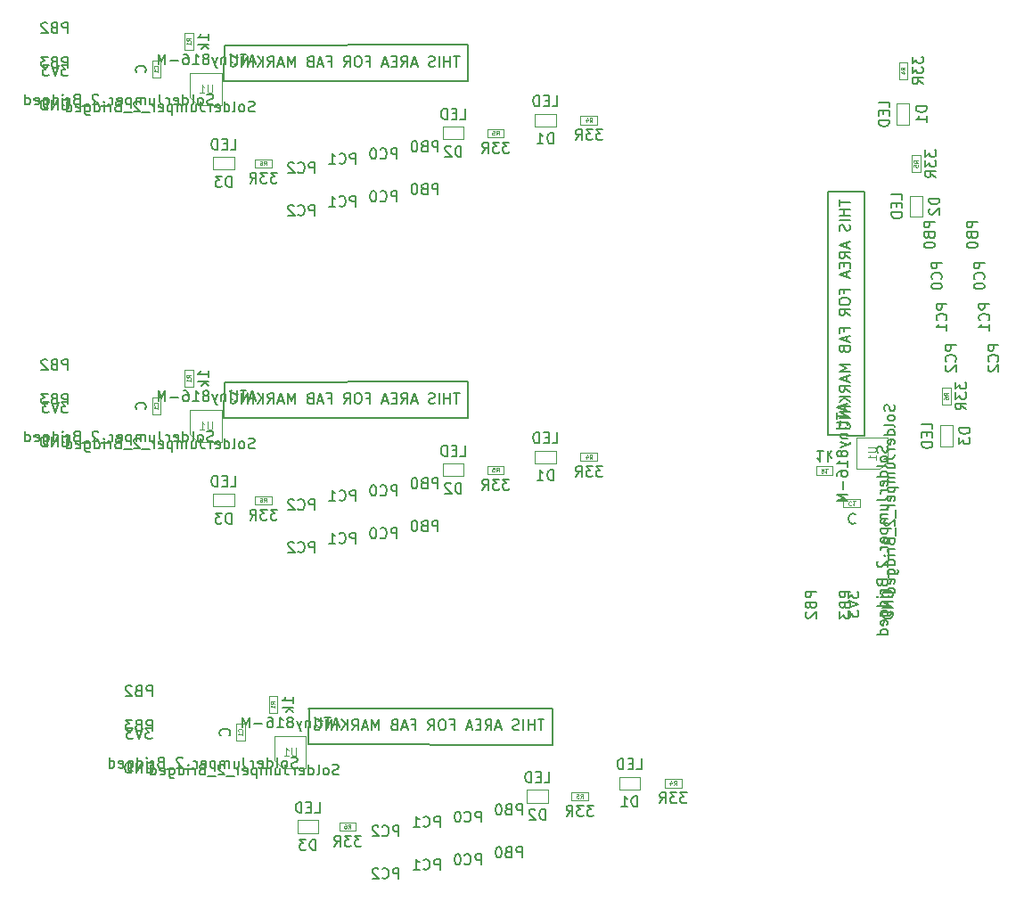
<source format=gbr>
%MOIN*%
%OFA0B0*%
%FSLAX46Y46*%
%IPPOS*%
%LPD*%
%ADD10C,0.005905511811023622*%
%ADD11C,0.0039370078740157488*%
%ADD12C,0.0023622047244094488*%
%ADD13C,0.0043307086614173228*%
%ADD24C,0.005905511811023622*%
%ADD25C,0.0039370078740157488*%
%ADD26C,0.0023622047244094488*%
%ADD27C,0.0043307086614173228*%
%ADD28C,0.005905511811023622*%
%ADD29C,0.0039370078740157488*%
%ADD30C,0.0023622047244094488*%
%ADD31C,0.0043307086614173228*%
%ADD32C,0.005905511811023622*%
%ADD33C,0.0039370078740157488*%
%ADD34C,0.0023622047244094488*%
%ADD35C,0.0043307086614173228*%
D10*
X0001836951Y0003278646D02*
X0001814454Y0003278646D01*
X0001825702Y0003239276D02*
X0001825702Y0003278646D01*
X0001801331Y0003239276D02*
X0001801331Y0003278646D01*
X0001801331Y0003259898D02*
X0001778833Y0003259898D01*
X0001778833Y0003239276D02*
X0001778833Y0003278646D01*
X0001760086Y0003239276D02*
X0001760086Y0003278646D01*
X0001743213Y0003241151D02*
X0001737589Y0003239276D01*
X0001728215Y0003239276D01*
X0001724465Y0003241151D01*
X0001722590Y0003243025D01*
X0001720716Y0003246775D01*
X0001720716Y0003250524D01*
X0001722590Y0003254274D01*
X0001724465Y0003256149D01*
X0001728215Y0003258024D01*
X0001735714Y0003259898D01*
X0001739463Y0003261773D01*
X0001741338Y0003263648D01*
X0001743213Y0003267397D01*
X0001743213Y0003271147D01*
X0001741338Y0003274896D01*
X0001739463Y0003276771D01*
X0001735714Y0003278646D01*
X0001726340Y0003278646D01*
X0001720716Y0003276771D01*
X0001675721Y0003250524D02*
X0001656974Y0003250524D01*
X0001679471Y0003239276D02*
X0001666347Y0003278646D01*
X0001653224Y0003239276D01*
X0001617604Y0003239276D02*
X0001630727Y0003258024D01*
X0001640101Y0003239276D02*
X0001640101Y0003278646D01*
X0001625103Y0003278646D01*
X0001621353Y0003276771D01*
X0001619478Y0003274896D01*
X0001617604Y0003271147D01*
X0001617604Y0003265523D01*
X0001619478Y0003261773D01*
X0001621353Y0003259898D01*
X0001625103Y0003258024D01*
X0001640101Y0003258024D01*
X0001600731Y0003259898D02*
X0001587607Y0003259898D01*
X0001581983Y0003239276D02*
X0001600731Y0003239276D01*
X0001600731Y0003278646D01*
X0001581983Y0003278646D01*
X0001566985Y0003250524D02*
X0001548237Y0003250524D01*
X0001570734Y0003239276D02*
X0001557611Y0003278646D01*
X0001544488Y0003239276D01*
X0001488245Y0003259898D02*
X0001501368Y0003259898D01*
X0001501368Y0003239276D02*
X0001501368Y0003278646D01*
X0001482620Y0003278646D01*
X0001460123Y0003278646D02*
X0001452624Y0003278646D01*
X0001448875Y0003276771D01*
X0001445125Y0003273022D01*
X0001443250Y0003265523D01*
X0001443250Y0003252399D01*
X0001445125Y0003244900D01*
X0001448875Y0003241151D01*
X0001452624Y0003239276D01*
X0001460123Y0003239276D01*
X0001463873Y0003241151D01*
X0001467622Y0003244900D01*
X0001469497Y0003252399D01*
X0001469497Y0003265523D01*
X0001467622Y0003273022D01*
X0001463873Y0003276771D01*
X0001460123Y0003278646D01*
X0001403880Y0003239276D02*
X0001417004Y0003258024D01*
X0001426377Y0003239276D02*
X0001426377Y0003278646D01*
X0001411379Y0003278646D01*
X0001407630Y0003276771D01*
X0001405755Y0003274896D01*
X0001403880Y0003271147D01*
X0001403880Y0003265523D01*
X0001405755Y0003261773D01*
X0001407630Y0003259898D01*
X0001411379Y0003258024D01*
X0001426377Y0003258024D01*
X0001343888Y0003259898D02*
X0001357011Y0003259898D01*
X0001357011Y0003239276D02*
X0001357011Y0003278646D01*
X0001338263Y0003278646D01*
X0001325140Y0003250524D02*
X0001306392Y0003250524D01*
X0001328890Y0003239276D02*
X0001315766Y0003278646D01*
X0001302643Y0003239276D01*
X0001276396Y0003259898D02*
X0001270772Y0003258024D01*
X0001268897Y0003256149D01*
X0001267022Y0003252399D01*
X0001267022Y0003246775D01*
X0001268897Y0003243025D01*
X0001270772Y0003241151D01*
X0001274521Y0003239276D01*
X0001289520Y0003239276D01*
X0001289520Y0003278646D01*
X0001276396Y0003278646D01*
X0001272647Y0003276771D01*
X0001270772Y0003274896D01*
X0001268897Y0003271147D01*
X0001268897Y0003267397D01*
X0001270772Y0003263648D01*
X0001272647Y0003261773D01*
X0001276396Y0003259898D01*
X0001289520Y0003259898D01*
X0001220153Y0003239276D02*
X0001220153Y0003278646D01*
X0001207030Y0003250524D01*
X0001193907Y0003278646D01*
X0001193907Y0003239276D01*
X0001177034Y0003250524D02*
X0001158286Y0003250524D01*
X0001180783Y0003239276D02*
X0001167660Y0003278646D01*
X0001154536Y0003239276D01*
X0001118916Y0003239276D02*
X0001132039Y0003258024D01*
X0001141413Y0003239276D02*
X0001141413Y0003278646D01*
X0001126415Y0003278646D01*
X0001122665Y0003276771D01*
X0001120791Y0003274896D01*
X0001118916Y0003271147D01*
X0001118916Y0003265523D01*
X0001120791Y0003261773D01*
X0001122665Y0003259898D01*
X0001126415Y0003258024D01*
X0001141413Y0003258024D01*
X0001102043Y0003239276D02*
X0001102043Y0003278646D01*
X0001079546Y0003239276D02*
X0001096419Y0003261773D01*
X0001079546Y0003278646D02*
X0001102043Y0003256149D01*
X0001062673Y0003239276D02*
X0001062673Y0003278646D01*
X0001043925Y0003239276D02*
X0001043925Y0003278646D01*
X0001021428Y0003239276D01*
X0001021428Y0003278646D01*
X0000982058Y0003276771D02*
X0000985807Y0003278646D01*
X0000991432Y0003278646D01*
X0000997056Y0003276771D01*
X0001000806Y0003273022D01*
X0001002680Y0003269272D01*
X0001004555Y0003261773D01*
X0001004555Y0003256149D01*
X0001002680Y0003248650D01*
X0001000806Y0003244900D01*
X0000997056Y0003241151D01*
X0000991432Y0003239276D01*
X0000987682Y0003239276D01*
X0000982058Y0003241151D01*
X0000980183Y0003243025D01*
X0000980183Y0003256149D01*
X0000987682Y0003256149D01*
X0000955511Y0003185039D02*
X0000957874Y0003320078D01*
X0001867716Y0003184645D02*
X0000955511Y0003185039D01*
X0001867716Y0003321259D02*
X0001867716Y0003184645D01*
X0000957480Y0003320078D02*
X0001867716Y0003321259D01*
D11*
X0000839370Y0003303149D02*
X0000839370Y0003366141D01*
X0000807874Y0003303149D02*
X0000839370Y0003303149D01*
X0000807874Y0003366141D02*
X0000807874Y0003303149D01*
X0000839370Y0003366141D02*
X0000807874Y0003366141D01*
X0001070866Y0002862598D02*
X0001133858Y0002862598D01*
X0001070866Y0002894094D02*
X0001070866Y0002862598D01*
X0001133858Y0002894094D02*
X0001070866Y0002894094D01*
X0001133858Y0002862598D02*
X0001133858Y0002894094D01*
X0001773228Y0003015354D02*
X0001773228Y0002968110D01*
X0001851968Y0003015354D02*
X0001773228Y0003015354D01*
X0001851968Y0002968110D02*
X0001851968Y0003015354D01*
X0001773228Y0002968110D02*
X0001851968Y0002968110D01*
X0000914566Y0002901968D02*
X0000914566Y0002854724D01*
X0000993307Y0002901968D02*
X0000914566Y0002901968D01*
X0000993307Y0002854724D02*
X0000993307Y0002901968D01*
X0000914566Y0002854724D02*
X0000993307Y0002854724D01*
X0002118110Y0003063779D02*
X0002118110Y0003016535D01*
X0002196850Y0003063779D02*
X0002118110Y0003063779D01*
X0002196850Y0003016535D02*
X0002196850Y0003063779D01*
X0002118110Y0003016535D02*
X0002196850Y0003016535D01*
X0000829133Y0003126377D02*
X0000858661Y0003096850D01*
X0000829133Y0003214960D02*
X0000829133Y0003126377D01*
X0000947244Y0003214960D02*
X0000829133Y0003214960D01*
X0000947244Y0003096850D02*
X0000947244Y0003214960D01*
X0000858661Y0003096850D02*
X0000947244Y0003096850D01*
X0001939370Y0002975984D02*
X0002002362Y0002975984D01*
X0001939370Y0003007480D02*
X0001939370Y0002975984D01*
X0002002362Y0003007480D02*
X0001939370Y0003007480D01*
X0002002362Y0002975984D02*
X0002002362Y0003007480D01*
X0002288582Y0003024409D02*
X0002351574Y0003024409D01*
X0002288582Y0003055905D02*
X0002288582Y0003024409D01*
X0002351574Y0003055905D02*
X0002288582Y0003055905D01*
X0002351574Y0003024409D02*
X0002351574Y0003055905D01*
X0000686220Y0003262992D02*
X0000686220Y0003200000D01*
X0000717716Y0003262992D02*
X0000686220Y0003262992D01*
X0000717716Y0003200000D02*
X0000717716Y0003262992D01*
X0000686220Y0003200000D02*
X0000717716Y0003200000D01*
D10*
X0000897731Y0003339332D02*
X0000897731Y0003361829D01*
X0000897731Y0003350581D02*
X0000858361Y0003350581D01*
X0000863985Y0003354330D01*
X0000867735Y0003358080D01*
X0000869610Y0003361829D01*
X0000897731Y0003322459D02*
X0000858361Y0003322459D01*
X0000882733Y0003318710D02*
X0000897731Y0003307461D01*
X0000871484Y0003307461D02*
X0000886482Y0003322459D01*
D12*
X0000830746Y0003337270D02*
X0000823247Y0003342519D01*
X0000830746Y0003346269D02*
X0000814998Y0003346269D01*
X0000814998Y0003340270D01*
X0000815748Y0003338770D01*
X0000816497Y0003338020D01*
X0000817997Y0003337270D01*
X0000820247Y0003337270D01*
X0000821747Y0003338020D01*
X0000822497Y0003338770D01*
X0000823247Y0003340270D01*
X0000823247Y0003346269D01*
X0000830746Y0003322272D02*
X0000830746Y0003331271D01*
X0000830746Y0003326771D02*
X0000814998Y0003326771D01*
X0000817247Y0003328271D01*
X0000818747Y0003329771D01*
X0000819497Y0003331271D01*
D10*
X0001153918Y0002843607D02*
X0001129546Y0002843607D01*
X0001142669Y0002828608D01*
X0001137045Y0002828608D01*
X0001133295Y0002826734D01*
X0001131421Y0002824859D01*
X0001129546Y0002821109D01*
X0001129546Y0002811736D01*
X0001131421Y0002807986D01*
X0001133295Y0002806111D01*
X0001137045Y0002804237D01*
X0001148293Y0002804237D01*
X0001152043Y0002806111D01*
X0001153918Y0002807986D01*
X0001116422Y0002843607D02*
X0001092050Y0002843607D01*
X0001105174Y0002828608D01*
X0001099550Y0002828608D01*
X0001095800Y0002826734D01*
X0001093925Y0002824859D01*
X0001092050Y0002821109D01*
X0001092050Y0002811736D01*
X0001093925Y0002807986D01*
X0001095800Y0002806111D01*
X0001099550Y0002804237D01*
X0001110798Y0002804237D01*
X0001114548Y0002806111D01*
X0001116422Y0002807986D01*
X0001052680Y0002804237D02*
X0001065804Y0002822984D01*
X0001075178Y0002804237D02*
X0001075178Y0002843607D01*
X0001060179Y0002843607D01*
X0001056430Y0002841732D01*
X0001054555Y0002839857D01*
X0001052680Y0002836107D01*
X0001052680Y0002830483D01*
X0001054555Y0002826734D01*
X0001056430Y0002824859D01*
X0001060179Y0002822984D01*
X0001075178Y0002822984D01*
D12*
X0001104986Y0002871222D02*
X0001110236Y0002878721D01*
X0001113985Y0002871222D02*
X0001113985Y0002886970D01*
X0001107986Y0002886970D01*
X0001106486Y0002886220D01*
X0001105736Y0002885470D01*
X0001104986Y0002883970D01*
X0001104986Y0002881721D01*
X0001105736Y0002880221D01*
X0001106486Y0002879471D01*
X0001107986Y0002878721D01*
X0001113985Y0002878721D01*
X0001091488Y0002886970D02*
X0001094488Y0002886970D01*
X0001095987Y0002886220D01*
X0001096737Y0002885470D01*
X0001098237Y0002883220D01*
X0001098987Y0002880221D01*
X0001098987Y0002874222D01*
X0001098237Y0002872722D01*
X0001097487Y0002871972D01*
X0001095987Y0002871222D01*
X0001092988Y0002871222D01*
X0001091488Y0002871972D01*
X0001090738Y0002872722D01*
X0001089988Y0002874222D01*
X0001089988Y0002877971D01*
X0001090738Y0002879471D01*
X0001091488Y0002880221D01*
X0001092988Y0002880971D01*
X0001095987Y0002880971D01*
X0001097487Y0002880221D01*
X0001098237Y0002879471D01*
X0001098987Y0002877971D01*
D10*
X0001837907Y0003043922D02*
X0001856655Y0003043922D01*
X0001856655Y0003083292D01*
X0001824784Y0003064544D02*
X0001811661Y0003064544D01*
X0001806036Y0003043922D02*
X0001824784Y0003043922D01*
X0001824784Y0003083292D01*
X0001806036Y0003083292D01*
X0001789163Y0003043922D02*
X0001789163Y0003083292D01*
X0001779790Y0003083292D01*
X0001774165Y0003081417D01*
X0001770416Y0003077667D01*
X0001768541Y0003073918D01*
X0001766666Y0003066419D01*
X0001766666Y0003060794D01*
X0001768541Y0003053295D01*
X0001770416Y0003049546D01*
X0001774165Y0003045796D01*
X0001779790Y0003043922D01*
X0001789163Y0003043922D01*
X0001841657Y0002904040D02*
X0001841657Y0002943410D01*
X0001832283Y0002943410D01*
X0001826659Y0002941535D01*
X0001822909Y0002937785D01*
X0001821034Y0002934036D01*
X0001819160Y0002926537D01*
X0001819160Y0002920913D01*
X0001821034Y0002913413D01*
X0001822909Y0002909664D01*
X0001826659Y0002905914D01*
X0001832283Y0002904040D01*
X0001841657Y0002904040D01*
X0001804161Y0002939660D02*
X0001802287Y0002941535D01*
X0001798537Y0002943410D01*
X0001789163Y0002943410D01*
X0001785414Y0002941535D01*
X0001783539Y0002939660D01*
X0001781664Y0002935911D01*
X0001781664Y0002932161D01*
X0001783539Y0002926537D01*
X0001806036Y0002904040D01*
X0001781664Y0002904040D01*
X0001755436Y0002922347D02*
X0001755436Y0002961717D01*
X0001740438Y0002961717D01*
X0001736689Y0002959842D01*
X0001734814Y0002957967D01*
X0001732939Y0002954218D01*
X0001732939Y0002948593D01*
X0001734814Y0002944844D01*
X0001736689Y0002942969D01*
X0001740438Y0002941094D01*
X0001755436Y0002941094D01*
X0001702943Y0002942969D02*
X0001697319Y0002941094D01*
X0001695444Y0002939220D01*
X0001693569Y0002935470D01*
X0001693569Y0002929846D01*
X0001695444Y0002926096D01*
X0001697319Y0002924222D01*
X0001701068Y0002922347D01*
X0001716066Y0002922347D01*
X0001716066Y0002961717D01*
X0001702943Y0002961717D01*
X0001699193Y0002959842D01*
X0001697319Y0002957967D01*
X0001695444Y0002954218D01*
X0001695444Y0002950468D01*
X0001697319Y0002946719D01*
X0001699193Y0002944844D01*
X0001702943Y0002942969D01*
X0001716066Y0002942969D01*
X0001669197Y0002961717D02*
X0001665448Y0002961717D01*
X0001661698Y0002959842D01*
X0001659823Y0002957967D01*
X0001657948Y0002954218D01*
X0001656074Y0002946719D01*
X0001656074Y0002937345D01*
X0001657948Y0002929846D01*
X0001659823Y0002926096D01*
X0001661698Y0002924222D01*
X0001665448Y0002922347D01*
X0001669197Y0002922347D01*
X0001672947Y0002924222D01*
X0001674821Y0002926096D01*
X0001676696Y0002929846D01*
X0001678571Y0002937345D01*
X0001678571Y0002946719D01*
X0001676696Y0002954218D01*
X0001674821Y0002957967D01*
X0001672947Y0002959842D01*
X0001669197Y0002961717D01*
X0001755436Y0002762898D02*
X0001755436Y0002802268D01*
X0001740438Y0002802268D01*
X0001736689Y0002800393D01*
X0001734814Y0002798518D01*
X0001732939Y0002794769D01*
X0001732939Y0002789145D01*
X0001734814Y0002785395D01*
X0001736689Y0002783520D01*
X0001740438Y0002781646D01*
X0001755436Y0002781646D01*
X0001702943Y0002783520D02*
X0001697319Y0002781646D01*
X0001695444Y0002779771D01*
X0001693569Y0002776021D01*
X0001693569Y0002770397D01*
X0001695444Y0002766647D01*
X0001697319Y0002764773D01*
X0001701068Y0002762898D01*
X0001716066Y0002762898D01*
X0001716066Y0002802268D01*
X0001702943Y0002802268D01*
X0001699193Y0002800393D01*
X0001697319Y0002798518D01*
X0001695444Y0002794769D01*
X0001695444Y0002791019D01*
X0001697319Y0002787270D01*
X0001699193Y0002785395D01*
X0001702943Y0002783520D01*
X0001716066Y0002783520D01*
X0001669197Y0002802268D02*
X0001665448Y0002802268D01*
X0001661698Y0002800393D01*
X0001659823Y0002798518D01*
X0001657948Y0002794769D01*
X0001656074Y0002787270D01*
X0001656074Y0002777896D01*
X0001657948Y0002770397D01*
X0001659823Y0002766647D01*
X0001661698Y0002764773D01*
X0001665448Y0002762898D01*
X0001669197Y0002762898D01*
X0001672947Y0002764773D01*
X0001674821Y0002766647D01*
X0001676696Y0002770397D01*
X0001678571Y0002777896D01*
X0001678571Y0002787270D01*
X0001676696Y0002794769D01*
X0001674821Y0002798518D01*
X0001672947Y0002800393D01*
X0001669197Y0002802268D01*
X0001601674Y0002895181D02*
X0001601674Y0002934551D01*
X0001586676Y0002934551D01*
X0001582927Y0002932677D01*
X0001581052Y0002930802D01*
X0001579177Y0002927052D01*
X0001579177Y0002921428D01*
X0001581052Y0002917679D01*
X0001582927Y0002915804D01*
X0001586676Y0002913929D01*
X0001601674Y0002913929D01*
X0001539807Y0002898931D02*
X0001541682Y0002897056D01*
X0001547306Y0002895181D01*
X0001551056Y0002895181D01*
X0001556680Y0002897056D01*
X0001560429Y0002900806D01*
X0001562304Y0002904555D01*
X0001564179Y0002912054D01*
X0001564179Y0002917679D01*
X0001562304Y0002925178D01*
X0001560429Y0002928927D01*
X0001556680Y0002932677D01*
X0001551056Y0002934551D01*
X0001547306Y0002934551D01*
X0001541682Y0002932677D01*
X0001539807Y0002930802D01*
X0001515435Y0002934551D02*
X0001511685Y0002934551D01*
X0001507936Y0002932677D01*
X0001506061Y0002930802D01*
X0001504186Y0002927052D01*
X0001502312Y0002919553D01*
X0001502312Y0002910180D01*
X0001504186Y0002902680D01*
X0001506061Y0002898931D01*
X0001507936Y0002897056D01*
X0001511685Y0002895181D01*
X0001515435Y0002895181D01*
X0001519185Y0002897056D01*
X0001521059Y0002898931D01*
X0001522934Y0002902680D01*
X0001524809Y0002910180D01*
X0001524809Y0002919553D01*
X0001522934Y0002927052D01*
X0001521059Y0002930802D01*
X0001519185Y0002932677D01*
X0001515435Y0002934551D01*
X0001601674Y0002735733D02*
X0001601674Y0002775103D01*
X0001586676Y0002775103D01*
X0001582927Y0002773228D01*
X0001581052Y0002771353D01*
X0001579177Y0002767604D01*
X0001579177Y0002761979D01*
X0001581052Y0002758230D01*
X0001582927Y0002756355D01*
X0001586676Y0002754480D01*
X0001601674Y0002754480D01*
X0001539807Y0002739482D02*
X0001541682Y0002737607D01*
X0001547306Y0002735733D01*
X0001551056Y0002735733D01*
X0001556680Y0002737607D01*
X0001560429Y0002741357D01*
X0001562304Y0002745106D01*
X0001564179Y0002752605D01*
X0001564179Y0002758230D01*
X0001562304Y0002765729D01*
X0001560429Y0002769478D01*
X0001556680Y0002773228D01*
X0001551056Y0002775103D01*
X0001547306Y0002775103D01*
X0001541682Y0002773228D01*
X0001539807Y0002771353D01*
X0001515435Y0002775103D02*
X0001511685Y0002775103D01*
X0001507936Y0002773228D01*
X0001506061Y0002771353D01*
X0001504186Y0002767604D01*
X0001502312Y0002760105D01*
X0001502312Y0002750731D01*
X0001504186Y0002743232D01*
X0001506061Y0002739482D01*
X0001507936Y0002737607D01*
X0001511685Y0002735733D01*
X0001515435Y0002735733D01*
X0001519185Y0002737607D01*
X0001521059Y0002739482D01*
X0001522934Y0002743232D01*
X0001524809Y0002750731D01*
X0001524809Y0002760105D01*
X0001522934Y0002767604D01*
X0001521059Y0002771353D01*
X0001519185Y0002773228D01*
X0001515435Y0002775103D01*
X0001447912Y0002876677D02*
X0001447912Y0002916048D01*
X0001432914Y0002916048D01*
X0001429165Y0002914173D01*
X0001427290Y0002912298D01*
X0001425415Y0002908548D01*
X0001425415Y0002902924D01*
X0001427290Y0002899175D01*
X0001429165Y0002897300D01*
X0001432914Y0002895425D01*
X0001447912Y0002895425D01*
X0001386045Y0002880427D02*
X0001387920Y0002878552D01*
X0001393544Y0002876677D01*
X0001397294Y0002876677D01*
X0001402918Y0002878552D01*
X0001406667Y0002882302D01*
X0001408542Y0002886051D01*
X0001410417Y0002893550D01*
X0001410417Y0002899175D01*
X0001408542Y0002906674D01*
X0001406667Y0002910423D01*
X0001402918Y0002914173D01*
X0001397294Y0002916048D01*
X0001393544Y0002916048D01*
X0001387920Y0002914173D01*
X0001386045Y0002912298D01*
X0001348550Y0002876677D02*
X0001371047Y0002876677D01*
X0001359798Y0002876677D02*
X0001359798Y0002916048D01*
X0001363548Y0002910423D01*
X0001367297Y0002906674D01*
X0001371047Y0002904799D01*
X0001447912Y0002717229D02*
X0001447912Y0002756599D01*
X0001432914Y0002756599D01*
X0001429165Y0002754724D01*
X0001427290Y0002752849D01*
X0001425415Y0002749100D01*
X0001425415Y0002743475D01*
X0001427290Y0002739726D01*
X0001429165Y0002737851D01*
X0001432914Y0002735976D01*
X0001447912Y0002735976D01*
X0001386045Y0002720978D02*
X0001387920Y0002719103D01*
X0001393544Y0002717229D01*
X0001397294Y0002717229D01*
X0001402918Y0002719103D01*
X0001406667Y0002722853D01*
X0001408542Y0002726602D01*
X0001410417Y0002734102D01*
X0001410417Y0002739726D01*
X0001408542Y0002747225D01*
X0001406667Y0002750974D01*
X0001402918Y0002754724D01*
X0001397294Y0002756599D01*
X0001393544Y0002756599D01*
X0001387920Y0002754724D01*
X0001386045Y0002752849D01*
X0001348550Y0002717229D02*
X0001371047Y0002717229D01*
X0001359798Y0002717229D02*
X0001359798Y0002756599D01*
X0001363548Y0002750974D01*
X0001367297Y0002747225D01*
X0001371047Y0002745350D01*
X0001294150Y0002842425D02*
X0001294150Y0002881796D01*
X0001279152Y0002881796D01*
X0001275403Y0002879921D01*
X0001273528Y0002878046D01*
X0001271653Y0002874296D01*
X0001271653Y0002868672D01*
X0001273528Y0002864923D01*
X0001275403Y0002863048D01*
X0001279152Y0002861173D01*
X0001294150Y0002861173D01*
X0001232283Y0002846175D02*
X0001234158Y0002844300D01*
X0001239782Y0002842425D01*
X0001243532Y0002842425D01*
X0001249156Y0002844300D01*
X0001252905Y0002848050D01*
X0001254780Y0002851799D01*
X0001256655Y0002859298D01*
X0001256655Y0002864923D01*
X0001254780Y0002872422D01*
X0001252905Y0002876171D01*
X0001249156Y0002879921D01*
X0001243532Y0002881796D01*
X0001239782Y0002881796D01*
X0001234158Y0002879921D01*
X0001232283Y0002878046D01*
X0001217285Y0002878046D02*
X0001215410Y0002879921D01*
X0001211661Y0002881796D01*
X0001202287Y0002881796D01*
X0001198537Y0002879921D01*
X0001196662Y0002878046D01*
X0001194788Y0002874296D01*
X0001194788Y0002870547D01*
X0001196662Y0002864923D01*
X0001219160Y0002842425D01*
X0001194788Y0002842425D01*
X0001294150Y0002682977D02*
X0001294150Y0002722347D01*
X0001279152Y0002722347D01*
X0001275403Y0002720472D01*
X0001273528Y0002718597D01*
X0001271653Y0002714848D01*
X0001271653Y0002709223D01*
X0001273528Y0002705474D01*
X0001275403Y0002703599D01*
X0001279152Y0002701724D01*
X0001294150Y0002701724D01*
X0001232283Y0002686726D02*
X0001234158Y0002684851D01*
X0001239782Y0002682977D01*
X0001243532Y0002682977D01*
X0001249156Y0002684851D01*
X0001252905Y0002688601D01*
X0001254780Y0002692350D01*
X0001256655Y0002699850D01*
X0001256655Y0002705474D01*
X0001254780Y0002712973D01*
X0001252905Y0002716722D01*
X0001249156Y0002720472D01*
X0001243532Y0002722347D01*
X0001239782Y0002722347D01*
X0001234158Y0002720472D01*
X0001232283Y0002718597D01*
X0001217285Y0002718597D02*
X0001215410Y0002720472D01*
X0001211661Y0002722347D01*
X0001202287Y0002722347D01*
X0001198537Y0002720472D01*
X0001196662Y0002718597D01*
X0001194788Y0002714848D01*
X0001194788Y0002711098D01*
X0001196662Y0002705474D01*
X0001219160Y0002682977D01*
X0001194788Y0002682977D01*
X0000371578Y0003237701D02*
X0000371578Y0003277071D01*
X0000356580Y0003277071D01*
X0000352830Y0003275196D01*
X0000350956Y0003273322D01*
X0000349081Y0003269572D01*
X0000349081Y0003263948D01*
X0000350956Y0003260198D01*
X0000352830Y0003258323D01*
X0000356580Y0003256449D01*
X0000371578Y0003256449D01*
X0000319085Y0003258323D02*
X0000313460Y0003256449D01*
X0000311586Y0003254574D01*
X0000309711Y0003250824D01*
X0000309711Y0003245200D01*
X0000311586Y0003241451D01*
X0000313460Y0003239576D01*
X0000317210Y0003237701D01*
X0000332208Y0003237701D01*
X0000332208Y0003277071D01*
X0000319085Y0003277071D01*
X0000315335Y0003275196D01*
X0000313460Y0003273322D01*
X0000311586Y0003269572D01*
X0000311586Y0003265823D01*
X0000313460Y0003262073D01*
X0000315335Y0003260198D01*
X0000319085Y0003258323D01*
X0000332208Y0003258323D01*
X0000296587Y0003277071D02*
X0000272215Y0003277071D01*
X0000285339Y0003262073D01*
X0000279715Y0003262073D01*
X0000275965Y0003260198D01*
X0000274090Y0003258323D01*
X0000272215Y0003254574D01*
X0000272215Y0003245200D01*
X0000274090Y0003241451D01*
X0000275965Y0003239576D01*
X0000279715Y0003237701D01*
X0000290963Y0003237701D01*
X0000294713Y0003239576D01*
X0000296587Y0003241451D01*
X0000352830Y0003115748D02*
X0000356580Y0003117622D01*
X0000362204Y0003117622D01*
X0000367828Y0003115748D01*
X0000371578Y0003111998D01*
X0000373453Y0003108248D01*
X0000375328Y0003100749D01*
X0000375328Y0003095125D01*
X0000373453Y0003087626D01*
X0000371578Y0003083877D01*
X0000367828Y0003080127D01*
X0000362204Y0003078252D01*
X0000358455Y0003078252D01*
X0000352830Y0003080127D01*
X0000350956Y0003082002D01*
X0000350956Y0003095125D01*
X0000358455Y0003095125D01*
X0000334083Y0003078252D02*
X0000334083Y0003117622D01*
X0000311586Y0003078252D01*
X0000311586Y0003117622D01*
X0000292838Y0003078252D02*
X0000292838Y0003117622D01*
X0000283464Y0003117622D01*
X0000277840Y0003115748D01*
X0000274090Y0003111998D01*
X0000272215Y0003108248D01*
X0000270341Y0003100749D01*
X0000270341Y0003095125D01*
X0000272215Y0003087626D01*
X0000274090Y0003083877D01*
X0000277840Y0003080127D01*
X0000283464Y0003078252D01*
X0000292838Y0003078252D01*
X0000371578Y0003366048D02*
X0000371578Y0003405418D01*
X0000356580Y0003405418D01*
X0000352830Y0003403543D01*
X0000350956Y0003401668D01*
X0000349081Y0003397919D01*
X0000349081Y0003392294D01*
X0000350956Y0003388545D01*
X0000352830Y0003386670D01*
X0000356580Y0003384795D01*
X0000371578Y0003384795D01*
X0000319085Y0003386670D02*
X0000313460Y0003384795D01*
X0000311586Y0003382920D01*
X0000309711Y0003379171D01*
X0000309711Y0003373547D01*
X0000311586Y0003369797D01*
X0000313460Y0003367922D01*
X0000317210Y0003366048D01*
X0000332208Y0003366048D01*
X0000332208Y0003405418D01*
X0000319085Y0003405418D01*
X0000315335Y0003403543D01*
X0000313460Y0003401668D01*
X0000311586Y0003397919D01*
X0000311586Y0003394169D01*
X0000313460Y0003390419D01*
X0000315335Y0003388545D01*
X0000319085Y0003386670D01*
X0000332208Y0003386670D01*
X0000294713Y0003401668D02*
X0000292838Y0003403543D01*
X0000289088Y0003405418D01*
X0000279715Y0003405418D01*
X0000275965Y0003403543D01*
X0000274090Y0003401668D01*
X0000272215Y0003397919D01*
X0000272215Y0003394169D01*
X0000274090Y0003388545D01*
X0000296587Y0003366048D01*
X0000272215Y0003366048D01*
X0000371578Y0003245969D02*
X0000347206Y0003245969D01*
X0000360329Y0003230971D01*
X0000354705Y0003230971D01*
X0000350956Y0003229096D01*
X0000349081Y0003227221D01*
X0000347206Y0003223472D01*
X0000347206Y0003214098D01*
X0000349081Y0003210348D01*
X0000350956Y0003208473D01*
X0000354705Y0003206599D01*
X0000365954Y0003206599D01*
X0000369703Y0003208473D01*
X0000371578Y0003210348D01*
X0000335957Y0003245969D02*
X0000322834Y0003206599D01*
X0000309711Y0003245969D01*
X0000300337Y0003245969D02*
X0000275965Y0003245969D01*
X0000289088Y0003230971D01*
X0000283464Y0003230971D01*
X0000279715Y0003229096D01*
X0000277840Y0003227221D01*
X0000275965Y0003223472D01*
X0000275965Y0003214098D01*
X0000277840Y0003210348D01*
X0000279715Y0003208473D01*
X0000283464Y0003206599D01*
X0000294713Y0003206599D01*
X0000298462Y0003208473D01*
X0000300337Y0003210348D01*
X0000979246Y0002930536D02*
X0000997993Y0002930536D01*
X0000997993Y0002969906D01*
X0000966122Y0002951158D02*
X0000952999Y0002951158D01*
X0000947375Y0002930536D02*
X0000966122Y0002930536D01*
X0000966122Y0002969906D01*
X0000947375Y0002969906D01*
X0000930502Y0002930536D02*
X0000930502Y0002969906D01*
X0000921128Y0002969906D01*
X0000915504Y0002968031D01*
X0000911754Y0002964281D01*
X0000909879Y0002960532D01*
X0000908005Y0002953033D01*
X0000908005Y0002947409D01*
X0000909879Y0002939910D01*
X0000911754Y0002936160D01*
X0000915504Y0002932410D01*
X0000921128Y0002930536D01*
X0000930502Y0002930536D01*
X0000982995Y0002790654D02*
X0000982995Y0002830024D01*
X0000973622Y0002830024D01*
X0000967997Y0002828149D01*
X0000964248Y0002824400D01*
X0000962373Y0002820650D01*
X0000960498Y0002813151D01*
X0000960498Y0002807527D01*
X0000962373Y0002800028D01*
X0000964248Y0002796278D01*
X0000967997Y0002792529D01*
X0000973622Y0002790654D01*
X0000982995Y0002790654D01*
X0000947375Y0002830024D02*
X0000923003Y0002830024D01*
X0000936126Y0002815026D01*
X0000930502Y0002815026D01*
X0000926752Y0002813151D01*
X0000924878Y0002811276D01*
X0000923003Y0002807527D01*
X0000923003Y0002798153D01*
X0000924878Y0002794403D01*
X0000926752Y0002792529D01*
X0000930502Y0002790654D01*
X0000941751Y0002790654D01*
X0000945500Y0002792529D01*
X0000947375Y0002794403D01*
X0002182789Y0003092347D02*
X0002201537Y0003092347D01*
X0002201537Y0003131717D01*
X0002169666Y0003112969D02*
X0002156542Y0003112969D01*
X0002150918Y0003092347D02*
X0002169666Y0003092347D01*
X0002169666Y0003131717D01*
X0002150918Y0003131717D01*
X0002134045Y0003092347D02*
X0002134045Y0003131717D01*
X0002124671Y0003131717D01*
X0002119047Y0003129842D01*
X0002115298Y0003126092D01*
X0002113423Y0003122343D01*
X0002111548Y0003114844D01*
X0002111548Y0003109220D01*
X0002113423Y0003101721D01*
X0002115298Y0003097971D01*
X0002119047Y0003094222D01*
X0002124671Y0003092347D01*
X0002134045Y0003092347D01*
X0002186539Y0002952465D02*
X0002186539Y0002991835D01*
X0002177165Y0002991835D01*
X0002171541Y0002989960D01*
X0002167791Y0002986211D01*
X0002165916Y0002982461D01*
X0002164041Y0002974962D01*
X0002164041Y0002969338D01*
X0002165916Y0002961839D01*
X0002167791Y0002958089D01*
X0002171541Y0002954340D01*
X0002177165Y0002952465D01*
X0002186539Y0002952465D01*
X0002126546Y0002952465D02*
X0002149043Y0002952465D01*
X0002137795Y0002952465D02*
X0002137795Y0002991835D01*
X0002141544Y0002986211D01*
X0002145294Y0002982461D01*
X0002149043Y0002980586D01*
X0001069103Y0003259580D02*
X0001050356Y0003259580D01*
X0001072853Y0003248331D02*
X0001059730Y0003287701D01*
X0001046606Y0003248331D01*
X0001039107Y0003287701D02*
X0001016610Y0003287701D01*
X0001027859Y0003248331D02*
X0001027859Y0003287701D01*
X0001009111Y0003274578D02*
X0000994113Y0003274578D01*
X0001003487Y0003287701D02*
X0001003487Y0003253955D01*
X0001001612Y0003250206D01*
X0000997862Y0003248331D01*
X0000994113Y0003248331D01*
X0000980989Y0003248331D02*
X0000980989Y0003274578D01*
X0000980989Y0003287701D02*
X0000982864Y0003285826D01*
X0000980989Y0003283952D01*
X0000979115Y0003285826D01*
X0000980989Y0003287701D01*
X0000980989Y0003283952D01*
X0000962242Y0003274578D02*
X0000962242Y0003248331D01*
X0000962242Y0003270828D02*
X0000960367Y0003272703D01*
X0000956617Y0003274578D01*
X0000950993Y0003274578D01*
X0000947244Y0003272703D01*
X0000945369Y0003268953D01*
X0000945369Y0003248331D01*
X0000930371Y0003274578D02*
X0000920997Y0003248331D01*
X0000911623Y0003274578D02*
X0000920997Y0003248331D01*
X0000924746Y0003238957D01*
X0000926621Y0003237082D01*
X0000930371Y0003235208D01*
X0000891001Y0003270828D02*
X0000894750Y0003272703D01*
X0000896625Y0003274578D01*
X0000898500Y0003278327D01*
X0000898500Y0003280202D01*
X0000896625Y0003283952D01*
X0000894750Y0003285826D01*
X0000891001Y0003287701D01*
X0000883502Y0003287701D01*
X0000879752Y0003285826D01*
X0000877877Y0003283952D01*
X0000876002Y0003280202D01*
X0000876002Y0003278327D01*
X0000877877Y0003274578D01*
X0000879752Y0003272703D01*
X0000883502Y0003270828D01*
X0000891001Y0003270828D01*
X0000894750Y0003268953D01*
X0000896625Y0003267079D01*
X0000898500Y0003263329D01*
X0000898500Y0003255830D01*
X0000896625Y0003252081D01*
X0000894750Y0003250206D01*
X0000891001Y0003248331D01*
X0000883502Y0003248331D01*
X0000879752Y0003250206D01*
X0000877877Y0003252081D01*
X0000876002Y0003255830D01*
X0000876002Y0003263329D01*
X0000877877Y0003267079D01*
X0000879752Y0003268953D01*
X0000883502Y0003270828D01*
X0000838507Y0003248331D02*
X0000861004Y0003248331D01*
X0000849756Y0003248331D02*
X0000849756Y0003287701D01*
X0000853505Y0003282077D01*
X0000857255Y0003278327D01*
X0000861004Y0003276452D01*
X0000804761Y0003287701D02*
X0000812260Y0003287701D01*
X0000816010Y0003285826D01*
X0000817885Y0003283952D01*
X0000821634Y0003278327D01*
X0000823509Y0003270828D01*
X0000823509Y0003255830D01*
X0000821634Y0003252081D01*
X0000819760Y0003250206D01*
X0000816010Y0003248331D01*
X0000808511Y0003248331D01*
X0000804761Y0003250206D01*
X0000802887Y0003252081D01*
X0000801012Y0003255830D01*
X0000801012Y0003265204D01*
X0000802887Y0003268953D01*
X0000804761Y0003270828D01*
X0000808511Y0003272703D01*
X0000816010Y0003272703D01*
X0000819760Y0003270828D01*
X0000821634Y0003268953D01*
X0000823509Y0003265204D01*
X0000784139Y0003263329D02*
X0000754143Y0003263329D01*
X0000735395Y0003248331D02*
X0000735395Y0003287701D01*
X0000722272Y0003259580D01*
X0000709148Y0003287701D01*
X0000709148Y0003248331D01*
D13*
X0000910686Y0003172075D02*
X0000910686Y0003148172D01*
X0000909280Y0003145359D01*
X0000907874Y0003143953D01*
X0000905061Y0003142547D01*
X0000899437Y0003142547D01*
X0000896625Y0003143953D01*
X0000895219Y0003145359D01*
X0000893813Y0003148172D01*
X0000893813Y0003172075D01*
X0000864285Y0003142547D02*
X0000881158Y0003142547D01*
X0000872722Y0003142547D02*
X0000872722Y0003172075D01*
X0000875534Y0003167857D01*
X0000878346Y0003165045D01*
X0000881158Y0003163638D01*
D10*
X0002022422Y0002956992D02*
X0001998050Y0002956992D01*
X0002011173Y0002941994D01*
X0002005549Y0002941994D01*
X0002001799Y0002940120D01*
X0001999925Y0002938245D01*
X0001998050Y0002934495D01*
X0001998050Y0002925121D01*
X0001999925Y0002921372D01*
X0002001799Y0002919497D01*
X0002005549Y0002917622D01*
X0002016797Y0002917622D01*
X0002020547Y0002919497D01*
X0002022422Y0002921372D01*
X0001984926Y0002956992D02*
X0001960554Y0002956992D01*
X0001973678Y0002941994D01*
X0001968053Y0002941994D01*
X0001964304Y0002940120D01*
X0001962429Y0002938245D01*
X0001960554Y0002934495D01*
X0001960554Y0002925121D01*
X0001962429Y0002921372D01*
X0001964304Y0002919497D01*
X0001968053Y0002917622D01*
X0001979302Y0002917622D01*
X0001983052Y0002919497D01*
X0001984926Y0002921372D01*
X0001921184Y0002917622D02*
X0001934308Y0002936370D01*
X0001943682Y0002917622D02*
X0001943682Y0002956992D01*
X0001928683Y0002956992D01*
X0001924934Y0002955118D01*
X0001923059Y0002953243D01*
X0001921184Y0002949493D01*
X0001921184Y0002943869D01*
X0001923059Y0002940120D01*
X0001924934Y0002938245D01*
X0001928683Y0002936370D01*
X0001943682Y0002936370D01*
D12*
X0001973490Y0002984608D02*
X0001978740Y0002992107D01*
X0001982489Y0002984608D02*
X0001982489Y0003000356D01*
X0001976490Y0003000356D01*
X0001974990Y0002999606D01*
X0001974240Y0002998856D01*
X0001973490Y0002997356D01*
X0001973490Y0002995106D01*
X0001974240Y0002993607D01*
X0001974990Y0002992857D01*
X0001976490Y0002992107D01*
X0001982489Y0002992107D01*
X0001959242Y0003000356D02*
X0001966741Y0003000356D01*
X0001967491Y0002992857D01*
X0001966741Y0002993607D01*
X0001965241Y0002994356D01*
X0001961492Y0002994356D01*
X0001959992Y0002993607D01*
X0001959242Y0002992857D01*
X0001958492Y0002991357D01*
X0001958492Y0002987607D01*
X0001959242Y0002986107D01*
X0001959992Y0002985358D01*
X0001961492Y0002984608D01*
X0001965241Y0002984608D01*
X0001966741Y0002985358D01*
X0001967491Y0002986107D01*
D10*
X0002371634Y0003005418D02*
X0002347262Y0003005418D01*
X0002360386Y0002990419D01*
X0002354761Y0002990419D01*
X0002351012Y0002988545D01*
X0002349137Y0002986670D01*
X0002347262Y0002982920D01*
X0002347262Y0002973547D01*
X0002349137Y0002969797D01*
X0002351012Y0002967922D01*
X0002354761Y0002966048D01*
X0002366010Y0002966048D01*
X0002369760Y0002967922D01*
X0002371634Y0002969797D01*
X0002334139Y0003005418D02*
X0002309767Y0003005418D01*
X0002322890Y0002990419D01*
X0002317266Y0002990419D01*
X0002313517Y0002988545D01*
X0002311642Y0002986670D01*
X0002309767Y0002982920D01*
X0002309767Y0002973547D01*
X0002311642Y0002969797D01*
X0002313517Y0002967922D01*
X0002317266Y0002966048D01*
X0002328515Y0002966048D01*
X0002332264Y0002967922D01*
X0002334139Y0002969797D01*
X0002270397Y0002966048D02*
X0002283520Y0002984795D01*
X0002292894Y0002966048D02*
X0002292894Y0003005418D01*
X0002277896Y0003005418D01*
X0002274146Y0003003543D01*
X0002272272Y0003001668D01*
X0002270397Y0002997919D01*
X0002270397Y0002992294D01*
X0002272272Y0002988545D01*
X0002274146Y0002986670D01*
X0002277896Y0002984795D01*
X0002292894Y0002984795D01*
D12*
X0002322703Y0003033033D02*
X0002327952Y0003040532D01*
X0002331702Y0003033033D02*
X0002331702Y0003048781D01*
X0002325703Y0003048781D01*
X0002324203Y0003048031D01*
X0002323453Y0003047281D01*
X0002322703Y0003045781D01*
X0002322703Y0003043532D01*
X0002323453Y0003042032D01*
X0002324203Y0003041282D01*
X0002325703Y0003040532D01*
X0002331702Y0003040532D01*
X0002309205Y0003043532D02*
X0002309205Y0003033033D01*
X0002312954Y0003049531D02*
X0002316704Y0003038282D01*
X0002306955Y0003038282D01*
D10*
X0000914660Y0003099812D02*
X0000909036Y0003097937D01*
X0000899662Y0003097937D01*
X0000895912Y0003099812D01*
X0000894038Y0003101687D01*
X0000892163Y0003105436D01*
X0000892163Y0003109186D01*
X0000894038Y0003112935D01*
X0000895912Y0003114810D01*
X0000899662Y0003116685D01*
X0000907161Y0003118560D01*
X0000910911Y0003120434D01*
X0000912785Y0003122309D01*
X0000914660Y0003126059D01*
X0000914660Y0003129808D01*
X0000912785Y0003133558D01*
X0000910911Y0003135433D01*
X0000907161Y0003137307D01*
X0000897787Y0003137307D01*
X0000892163Y0003135433D01*
X0000869666Y0003097937D02*
X0000873415Y0003099812D01*
X0000875290Y0003101687D01*
X0000877165Y0003105436D01*
X0000877165Y0003116685D01*
X0000875290Y0003120434D01*
X0000873415Y0003122309D01*
X0000869666Y0003124184D01*
X0000864041Y0003124184D01*
X0000860292Y0003122309D01*
X0000858417Y0003120434D01*
X0000856542Y0003116685D01*
X0000856542Y0003105436D01*
X0000858417Y0003101687D01*
X0000860292Y0003099812D01*
X0000864041Y0003097937D01*
X0000869666Y0003097937D01*
X0000834045Y0003097937D02*
X0000837795Y0003099812D01*
X0000839670Y0003103562D01*
X0000839670Y0003137307D01*
X0000802174Y0003097937D02*
X0000802174Y0003137307D01*
X0000802174Y0003099812D02*
X0000805924Y0003097937D01*
X0000813423Y0003097937D01*
X0000817172Y0003099812D01*
X0000819047Y0003101687D01*
X0000820922Y0003105436D01*
X0000820922Y0003116685D01*
X0000819047Y0003120434D01*
X0000817172Y0003122309D01*
X0000813423Y0003124184D01*
X0000805924Y0003124184D01*
X0000802174Y0003122309D01*
X0000768428Y0003099812D02*
X0000772178Y0003097937D01*
X0000779677Y0003097937D01*
X0000783427Y0003099812D01*
X0000785301Y0003103562D01*
X0000785301Y0003118560D01*
X0000783427Y0003122309D01*
X0000779677Y0003124184D01*
X0000772178Y0003124184D01*
X0000768428Y0003122309D01*
X0000766554Y0003118560D01*
X0000766554Y0003114810D01*
X0000785301Y0003111061D01*
X0000749681Y0003097937D02*
X0000749681Y0003124184D01*
X0000749681Y0003116685D02*
X0000747806Y0003120434D01*
X0000745931Y0003122309D01*
X0000742182Y0003124184D01*
X0000738432Y0003124184D01*
X0000714060Y0003137307D02*
X0000714060Y0003109186D01*
X0000715935Y0003103562D01*
X0000719685Y0003099812D01*
X0000725309Y0003097937D01*
X0000729058Y0003097937D01*
X0000678440Y0003124184D02*
X0000678440Y0003097937D01*
X0000695313Y0003124184D02*
X0000695313Y0003103562D01*
X0000693438Y0003099812D01*
X0000689688Y0003097937D01*
X0000684064Y0003097937D01*
X0000680314Y0003099812D01*
X0000678440Y0003101687D01*
X0000659692Y0003097937D02*
X0000659692Y0003124184D01*
X0000659692Y0003120434D02*
X0000657817Y0003122309D01*
X0000654068Y0003124184D01*
X0000648443Y0003124184D01*
X0000644694Y0003122309D01*
X0000642819Y0003118560D01*
X0000642819Y0003097937D01*
X0000642819Y0003118560D02*
X0000640944Y0003122309D01*
X0000637195Y0003124184D01*
X0000631570Y0003124184D01*
X0000627821Y0003122309D01*
X0000625946Y0003118560D01*
X0000625946Y0003097937D01*
X0000607199Y0003124184D02*
X0000607199Y0003084814D01*
X0000607199Y0003122309D02*
X0000603449Y0003124184D01*
X0000595950Y0003124184D01*
X0000592200Y0003122309D01*
X0000590326Y0003120434D01*
X0000588451Y0003116685D01*
X0000588451Y0003105436D01*
X0000590326Y0003101687D01*
X0000592200Y0003099812D01*
X0000595950Y0003097937D01*
X0000603449Y0003097937D01*
X0000607199Y0003099812D01*
X0000556580Y0003099812D02*
X0000560329Y0003097937D01*
X0000567829Y0003097937D01*
X0000571578Y0003099812D01*
X0000573453Y0003103562D01*
X0000573453Y0003118560D01*
X0000571578Y0003122309D01*
X0000567829Y0003124184D01*
X0000560329Y0003124184D01*
X0000556580Y0003122309D01*
X0000554705Y0003118560D01*
X0000554705Y0003114810D01*
X0000573453Y0003111061D01*
X0000537832Y0003097937D02*
X0000537832Y0003124184D01*
X0000537832Y0003116685D02*
X0000535957Y0003120434D01*
X0000534083Y0003122309D01*
X0000530333Y0003124184D01*
X0000526584Y0003124184D01*
X0000522834Y0003094188D02*
X0000492838Y0003094188D01*
X0000485339Y0003133558D02*
X0000483464Y0003135433D01*
X0000479715Y0003137307D01*
X0000470341Y0003137307D01*
X0000466591Y0003135433D01*
X0000464716Y0003133558D01*
X0000462842Y0003129808D01*
X0000462842Y0003126059D01*
X0000464716Y0003120434D01*
X0000487214Y0003097937D01*
X0000462842Y0003097937D01*
X0000455343Y0003094188D02*
X0000425346Y0003094188D01*
X0000402849Y0003118560D02*
X0000397225Y0003116685D01*
X0000395350Y0003114810D01*
X0000393475Y0003111061D01*
X0000393475Y0003105436D01*
X0000395350Y0003101687D01*
X0000397225Y0003099812D01*
X0000400974Y0003097937D01*
X0000415972Y0003097937D01*
X0000415972Y0003137307D01*
X0000402849Y0003137307D01*
X0000399100Y0003135433D01*
X0000397225Y0003133558D01*
X0000395350Y0003129808D01*
X0000395350Y0003126059D01*
X0000397225Y0003122309D01*
X0000399100Y0003120434D01*
X0000402849Y0003118560D01*
X0000415972Y0003118560D01*
X0000376602Y0003097937D02*
X0000376602Y0003124184D01*
X0000376602Y0003116685D02*
X0000374728Y0003120434D01*
X0000372853Y0003122309D01*
X0000369103Y0003124184D01*
X0000365354Y0003124184D01*
X0000352230Y0003097937D02*
X0000352230Y0003124184D01*
X0000352230Y0003137307D02*
X0000354105Y0003135433D01*
X0000352230Y0003133558D01*
X0000350356Y0003135433D01*
X0000352230Y0003137307D01*
X0000352230Y0003133558D01*
X0000316610Y0003097937D02*
X0000316610Y0003137307D01*
X0000316610Y0003099812D02*
X0000320359Y0003097937D01*
X0000327858Y0003097937D01*
X0000331608Y0003099812D01*
X0000333483Y0003101687D01*
X0000335358Y0003105436D01*
X0000335358Y0003116685D01*
X0000333483Y0003120434D01*
X0000331608Y0003122309D01*
X0000327858Y0003124184D01*
X0000320359Y0003124184D01*
X0000316610Y0003122309D01*
X0000280989Y0003124184D02*
X0000280989Y0003092313D01*
X0000282864Y0003088563D01*
X0000284739Y0003086689D01*
X0000288488Y0003084814D01*
X0000294113Y0003084814D01*
X0000297862Y0003086689D01*
X0000280989Y0003099812D02*
X0000284739Y0003097937D01*
X0000292238Y0003097937D01*
X0000295987Y0003099812D01*
X0000297862Y0003101687D01*
X0000299737Y0003105436D01*
X0000299737Y0003116685D01*
X0000297862Y0003120434D01*
X0000295987Y0003122309D01*
X0000292238Y0003124184D01*
X0000284739Y0003124184D01*
X0000280989Y0003122309D01*
X0000247244Y0003099812D02*
X0000250993Y0003097937D01*
X0000258492Y0003097937D01*
X0000262242Y0003099812D01*
X0000264116Y0003103562D01*
X0000264116Y0003118560D01*
X0000262242Y0003122309D01*
X0000258492Y0003124184D01*
X0000250993Y0003124184D01*
X0000247244Y0003122309D01*
X0000245369Y0003118560D01*
X0000245369Y0003114810D01*
X0000264116Y0003111061D01*
X0000211623Y0003097937D02*
X0000211623Y0003137307D01*
X0000211623Y0003099812D02*
X0000215373Y0003097937D01*
X0000222872Y0003097937D01*
X0000226621Y0003099812D01*
X0000228496Y0003101687D01*
X0000230371Y0003105436D01*
X0000230371Y0003116685D01*
X0000228496Y0003120434D01*
X0000226621Y0003122309D01*
X0000222872Y0003124184D01*
X0000215373Y0003124184D01*
X0000211623Y0003122309D01*
X0001069385Y0003073434D02*
X0001063760Y0003071559D01*
X0001054386Y0003071559D01*
X0001050637Y0003073434D01*
X0001048762Y0003075309D01*
X0001046887Y0003079058D01*
X0001046887Y0003082808D01*
X0001048762Y0003086557D01*
X0001050637Y0003088432D01*
X0001054386Y0003090307D01*
X0001061885Y0003092182D01*
X0001065635Y0003094057D01*
X0001067510Y0003095931D01*
X0001069385Y0003099681D01*
X0001069385Y0003103430D01*
X0001067510Y0003107180D01*
X0001065635Y0003109055D01*
X0001061885Y0003110929D01*
X0001052512Y0003110929D01*
X0001046887Y0003109055D01*
X0001024390Y0003071559D02*
X0001028140Y0003073434D01*
X0001030014Y0003075309D01*
X0001031889Y0003079058D01*
X0001031889Y0003090307D01*
X0001030014Y0003094057D01*
X0001028140Y0003095931D01*
X0001024390Y0003097806D01*
X0001018766Y0003097806D01*
X0001015016Y0003095931D01*
X0001013142Y0003094057D01*
X0001011267Y0003090307D01*
X0001011267Y0003079058D01*
X0001013142Y0003075309D01*
X0001015016Y0003073434D01*
X0001018766Y0003071559D01*
X0001024390Y0003071559D01*
X0000988770Y0003071559D02*
X0000992519Y0003073434D01*
X0000994394Y0003077184D01*
X0000994394Y0003110929D01*
X0000956899Y0003071559D02*
X0000956899Y0003110929D01*
X0000956899Y0003073434D02*
X0000960648Y0003071559D01*
X0000968147Y0003071559D01*
X0000971897Y0003073434D01*
X0000973772Y0003075309D01*
X0000975646Y0003079058D01*
X0000975646Y0003090307D01*
X0000973772Y0003094057D01*
X0000971897Y0003095931D01*
X0000968147Y0003097806D01*
X0000960648Y0003097806D01*
X0000956899Y0003095931D01*
X0000923153Y0003073434D02*
X0000926902Y0003071559D01*
X0000934401Y0003071559D01*
X0000938151Y0003073434D01*
X0000940026Y0003077184D01*
X0000940026Y0003092182D01*
X0000938151Y0003095931D01*
X0000934401Y0003097806D01*
X0000926902Y0003097806D01*
X0000923153Y0003095931D01*
X0000921278Y0003092182D01*
X0000921278Y0003088432D01*
X0000940026Y0003084683D01*
X0000904405Y0003071559D02*
X0000904405Y0003097806D01*
X0000904405Y0003090307D02*
X0000902530Y0003094057D01*
X0000900656Y0003095931D01*
X0000896906Y0003097806D01*
X0000893157Y0003097806D01*
X0000868785Y0003110929D02*
X0000868785Y0003082808D01*
X0000870659Y0003077184D01*
X0000874409Y0003073434D01*
X0000880033Y0003071559D01*
X0000883783Y0003071559D01*
X0000833164Y0003097806D02*
X0000833164Y0003071559D01*
X0000850037Y0003097806D02*
X0000850037Y0003077184D01*
X0000848162Y0003073434D01*
X0000844413Y0003071559D01*
X0000838788Y0003071559D01*
X0000835039Y0003073434D01*
X0000833164Y0003075309D01*
X0000814416Y0003071559D02*
X0000814416Y0003097806D01*
X0000814416Y0003094057D02*
X0000812542Y0003095931D01*
X0000808792Y0003097806D01*
X0000803168Y0003097806D01*
X0000799418Y0003095931D01*
X0000797544Y0003092182D01*
X0000797544Y0003071559D01*
X0000797544Y0003092182D02*
X0000795669Y0003095931D01*
X0000791919Y0003097806D01*
X0000786295Y0003097806D01*
X0000782545Y0003095931D01*
X0000780671Y0003092182D01*
X0000780671Y0003071559D01*
X0000761923Y0003097806D02*
X0000761923Y0003058436D01*
X0000761923Y0003095931D02*
X0000758173Y0003097806D01*
X0000750674Y0003097806D01*
X0000746925Y0003095931D01*
X0000745050Y0003094057D01*
X0000743175Y0003090307D01*
X0000743175Y0003079058D01*
X0000745050Y0003075309D01*
X0000746925Y0003073434D01*
X0000750674Y0003071559D01*
X0000758173Y0003071559D01*
X0000761923Y0003073434D01*
X0000711304Y0003073434D02*
X0000715054Y0003071559D01*
X0000722553Y0003071559D01*
X0000726302Y0003073434D01*
X0000728177Y0003077184D01*
X0000728177Y0003092182D01*
X0000726302Y0003095931D01*
X0000722553Y0003097806D01*
X0000715054Y0003097806D01*
X0000711304Y0003095931D01*
X0000709430Y0003092182D01*
X0000709430Y0003088432D01*
X0000728177Y0003084683D01*
X0000692557Y0003071559D02*
X0000692557Y0003097806D01*
X0000692557Y0003090307D02*
X0000690682Y0003094057D01*
X0000688807Y0003095931D01*
X0000685058Y0003097806D01*
X0000681308Y0003097806D01*
X0000677559Y0003067810D02*
X0000647562Y0003067810D01*
X0000640063Y0003107180D02*
X0000638188Y0003109055D01*
X0000634439Y0003110929D01*
X0000625065Y0003110929D01*
X0000621316Y0003109055D01*
X0000619441Y0003107180D01*
X0000617566Y0003103430D01*
X0000617566Y0003099681D01*
X0000619441Y0003094057D01*
X0000641938Y0003071559D01*
X0000617566Y0003071559D01*
X0000610067Y0003067810D02*
X0000580071Y0003067810D01*
X0000557573Y0003092182D02*
X0000551949Y0003090307D01*
X0000550074Y0003088432D01*
X0000548200Y0003084683D01*
X0000548200Y0003079058D01*
X0000550074Y0003075309D01*
X0000551949Y0003073434D01*
X0000555699Y0003071559D01*
X0000570697Y0003071559D01*
X0000570697Y0003110929D01*
X0000557573Y0003110929D01*
X0000553824Y0003109055D01*
X0000551949Y0003107180D01*
X0000550074Y0003103430D01*
X0000550074Y0003099681D01*
X0000551949Y0003095931D01*
X0000553824Y0003094057D01*
X0000557573Y0003092182D01*
X0000570697Y0003092182D01*
X0000531327Y0003071559D02*
X0000531327Y0003097806D01*
X0000531327Y0003090307D02*
X0000529452Y0003094057D01*
X0000527577Y0003095931D01*
X0000523828Y0003097806D01*
X0000520078Y0003097806D01*
X0000506955Y0003071559D02*
X0000506955Y0003097806D01*
X0000506955Y0003110929D02*
X0000508830Y0003109055D01*
X0000506955Y0003107180D01*
X0000505080Y0003109055D01*
X0000506955Y0003110929D01*
X0000506955Y0003107180D01*
X0000471334Y0003071559D02*
X0000471334Y0003110929D01*
X0000471334Y0003073434D02*
X0000475084Y0003071559D01*
X0000482583Y0003071559D01*
X0000486332Y0003073434D01*
X0000488207Y0003075309D01*
X0000490082Y0003079058D01*
X0000490082Y0003090307D01*
X0000488207Y0003094057D01*
X0000486332Y0003095931D01*
X0000482583Y0003097806D01*
X0000475084Y0003097806D01*
X0000471334Y0003095931D01*
X0000435714Y0003097806D02*
X0000435714Y0003065935D01*
X0000437589Y0003062185D01*
X0000439463Y0003060311D01*
X0000443213Y0003058436D01*
X0000448837Y0003058436D01*
X0000452587Y0003060311D01*
X0000435714Y0003073434D02*
X0000439463Y0003071559D01*
X0000446962Y0003071559D01*
X0000450712Y0003073434D01*
X0000452587Y0003075309D01*
X0000454461Y0003079058D01*
X0000454461Y0003090307D01*
X0000452587Y0003094057D01*
X0000450712Y0003095931D01*
X0000446962Y0003097806D01*
X0000439463Y0003097806D01*
X0000435714Y0003095931D01*
X0000401968Y0003073434D02*
X0000405718Y0003071559D01*
X0000413217Y0003071559D01*
X0000416966Y0003073434D01*
X0000418841Y0003077184D01*
X0000418841Y0003092182D01*
X0000416966Y0003095931D01*
X0000413217Y0003097806D01*
X0000405718Y0003097806D01*
X0000401968Y0003095931D01*
X0000400093Y0003092182D01*
X0000400093Y0003088432D01*
X0000418841Y0003084683D01*
X0000366347Y0003071559D02*
X0000366347Y0003110929D01*
X0000366347Y0003073434D02*
X0000370097Y0003071559D01*
X0000377596Y0003071559D01*
X0000381346Y0003073434D01*
X0000383220Y0003075309D01*
X0000385095Y0003079058D01*
X0000385095Y0003090307D01*
X0000383220Y0003094057D01*
X0000381346Y0003095931D01*
X0000377596Y0003097806D01*
X0000370097Y0003097806D01*
X0000366347Y0003095931D01*
X0000659730Y0003219310D02*
X0000661604Y0003221184D01*
X0000663479Y0003226809D01*
X0000663479Y0003230558D01*
X0000661604Y0003236182D01*
X0000657855Y0003239932D01*
X0000654105Y0003241807D01*
X0000646606Y0003243682D01*
X0000640982Y0003243682D01*
X0000633483Y0003241807D01*
X0000629733Y0003239932D01*
X0000625984Y0003236182D01*
X0000624109Y0003230558D01*
X0000624109Y0003226809D01*
X0000625984Y0003221184D01*
X0000627859Y0003219310D01*
D12*
X0000707592Y0003234120D02*
X0000708342Y0003234870D01*
X0000709092Y0003237120D01*
X0000709092Y0003238620D01*
X0000708342Y0003240869D01*
X0000706842Y0003242369D01*
X0000705343Y0003243119D01*
X0000702343Y0003243869D01*
X0000700093Y0003243869D01*
X0000697094Y0003243119D01*
X0000695594Y0003242369D01*
X0000694094Y0003240869D01*
X0000693344Y0003238620D01*
X0000693344Y0003237120D01*
X0000694094Y0003234870D01*
X0000694844Y0003234120D01*
X0000709092Y0003219122D02*
X0000709092Y0003228121D01*
X0000709092Y0003223622D02*
X0000693344Y0003223622D01*
X0000695594Y0003225121D01*
X0000697094Y0003226621D01*
X0000697844Y0003228121D01*
G04 next file*
G04 #@! TF.GenerationSoftware,KiCad,Pcbnew,(5.1.0)-1*
G04 #@! TF.CreationDate,2019-07-24T00:39:13-06:00*
G04 #@! TF.ProjectId,twinkletwinkie,7477696e-6b6c-4657-9477-696e6b69652e,rev?*
G04 #@! TF.SameCoordinates,PX89e92d0PY44794c0*
G04 #@! TF.FileFunction,Other,Fab,Top*
G04 Gerber Fmt 4.6, Leading zero omitted, Abs format (unit mm)*
G04 Created by KiCad (PCBNEW (5.1.0)-1) date 2019-07-24 00:39:13*
G04 APERTURE LIST*
G04 APERTURE END LIST*
G04 next file*
G04 #@! TF.GenerationSoftware,KiCad,Pcbnew,(5.1.0)-1*
G04 #@! TF.CreationDate,2019-07-24T00:39:13-06:00*
G04 #@! TF.ProjectId,twinkletwinkie,7477696e-6b6c-4657-9477-696e6b69652e,rev?*
G04 #@! TF.SameCoordinates,PX89e92d0PY44794c0*
G04 #@! TF.FileFunction,Other,Fab,Bot*
G04 Gerber Fmt 4.6, Leading zero omitted, Abs format (unit mm)*
G04 Created by KiCad (PCBNEW (5.1.0)-1) date 2019-07-24 00:39:13*
G04 APERTURE LIST*
G04 APERTURE END LIST*
D24*
X0001836951Y0002018803D02*
X0001814454Y0002018803D01*
X0001825702Y0001979433D02*
X0001825702Y0002018803D01*
X0001801331Y0001979433D02*
X0001801331Y0002018803D01*
X0001801331Y0002000056D02*
X0001778833Y0002000056D01*
X0001778833Y0001979433D02*
X0001778833Y0002018803D01*
X0001760086Y0001979433D02*
X0001760086Y0002018803D01*
X0001743213Y0001981308D02*
X0001737589Y0001979433D01*
X0001728215Y0001979433D01*
X0001724465Y0001981308D01*
X0001722590Y0001983183D01*
X0001720716Y0001986932D01*
X0001720716Y0001990682D01*
X0001722590Y0001994431D01*
X0001724465Y0001996306D01*
X0001728215Y0001998181D01*
X0001735714Y0002000056D01*
X0001739463Y0002001931D01*
X0001741338Y0002003805D01*
X0001743213Y0002007555D01*
X0001743213Y0002011304D01*
X0001741338Y0002015054D01*
X0001739463Y0002016929D01*
X0001735714Y0002018803D01*
X0001726340Y0002018803D01*
X0001720716Y0002016929D01*
X0001675721Y0001990682D02*
X0001656974Y0001990682D01*
X0001679471Y0001979433D02*
X0001666347Y0002018803D01*
X0001653224Y0001979433D01*
X0001617604Y0001979433D02*
X0001630727Y0001998181D01*
X0001640101Y0001979433D02*
X0001640101Y0002018803D01*
X0001625103Y0002018803D01*
X0001621353Y0002016929D01*
X0001619478Y0002015054D01*
X0001617604Y0002011304D01*
X0001617604Y0002005680D01*
X0001619478Y0002001931D01*
X0001621353Y0002000056D01*
X0001625103Y0001998181D01*
X0001640101Y0001998181D01*
X0001600731Y0002000056D02*
X0001587607Y0002000056D01*
X0001581983Y0001979433D02*
X0001600731Y0001979433D01*
X0001600731Y0002018803D01*
X0001581983Y0002018803D01*
X0001566985Y0001990682D02*
X0001548237Y0001990682D01*
X0001570734Y0001979433D02*
X0001557611Y0002018803D01*
X0001544488Y0001979433D01*
X0001488245Y0002000056D02*
X0001501368Y0002000056D01*
X0001501368Y0001979433D02*
X0001501368Y0002018803D01*
X0001482620Y0002018803D01*
X0001460123Y0002018803D02*
X0001452624Y0002018803D01*
X0001448875Y0002016929D01*
X0001445125Y0002013179D01*
X0001443250Y0002005680D01*
X0001443250Y0001992557D01*
X0001445125Y0001985058D01*
X0001448875Y0001981308D01*
X0001452624Y0001979433D01*
X0001460123Y0001979433D01*
X0001463873Y0001981308D01*
X0001467622Y0001985058D01*
X0001469497Y0001992557D01*
X0001469497Y0002005680D01*
X0001467622Y0002013179D01*
X0001463873Y0002016929D01*
X0001460123Y0002018803D01*
X0001403880Y0001979433D02*
X0001417004Y0001998181D01*
X0001426377Y0001979433D02*
X0001426377Y0002018803D01*
X0001411379Y0002018803D01*
X0001407630Y0002016929D01*
X0001405755Y0002015054D01*
X0001403880Y0002011304D01*
X0001403880Y0002005680D01*
X0001405755Y0002001931D01*
X0001407630Y0002000056D01*
X0001411379Y0001998181D01*
X0001426377Y0001998181D01*
X0001343888Y0002000056D02*
X0001357011Y0002000056D01*
X0001357011Y0001979433D02*
X0001357011Y0002018803D01*
X0001338263Y0002018803D01*
X0001325140Y0001990682D02*
X0001306392Y0001990682D01*
X0001328890Y0001979433D02*
X0001315766Y0002018803D01*
X0001302643Y0001979433D01*
X0001276396Y0002000056D02*
X0001270772Y0001998181D01*
X0001268897Y0001996306D01*
X0001267022Y0001992557D01*
X0001267022Y0001986932D01*
X0001268897Y0001983183D01*
X0001270772Y0001981308D01*
X0001274521Y0001979433D01*
X0001289520Y0001979433D01*
X0001289520Y0002018803D01*
X0001276396Y0002018803D01*
X0001272647Y0002016929D01*
X0001270772Y0002015054D01*
X0001268897Y0002011304D01*
X0001268897Y0002007555D01*
X0001270772Y0002003805D01*
X0001272647Y0002001931D01*
X0001276396Y0002000056D01*
X0001289520Y0002000056D01*
X0001220153Y0001979433D02*
X0001220153Y0002018803D01*
X0001207030Y0001990682D01*
X0001193907Y0002018803D01*
X0001193907Y0001979433D01*
X0001177034Y0001990682D02*
X0001158286Y0001990682D01*
X0001180783Y0001979433D02*
X0001167660Y0002018803D01*
X0001154536Y0001979433D01*
X0001118916Y0001979433D02*
X0001132039Y0001998181D01*
X0001141413Y0001979433D02*
X0001141413Y0002018803D01*
X0001126415Y0002018803D01*
X0001122665Y0002016929D01*
X0001120791Y0002015054D01*
X0001118916Y0002011304D01*
X0001118916Y0002005680D01*
X0001120791Y0002001931D01*
X0001122665Y0002000056D01*
X0001126415Y0001998181D01*
X0001141413Y0001998181D01*
X0001102043Y0001979433D02*
X0001102043Y0002018803D01*
X0001079546Y0001979433D02*
X0001096419Y0002001931D01*
X0001079546Y0002018803D02*
X0001102043Y0001996306D01*
X0001062673Y0001979433D02*
X0001062673Y0002018803D01*
X0001043925Y0001979433D02*
X0001043925Y0002018803D01*
X0001021428Y0001979433D01*
X0001021428Y0002018803D01*
X0000982058Y0002016929D02*
X0000985807Y0002018803D01*
X0000991432Y0002018803D01*
X0000997056Y0002016929D01*
X0001000806Y0002013179D01*
X0001002680Y0002009430D01*
X0001004555Y0002001931D01*
X0001004555Y0001996306D01*
X0001002680Y0001988807D01*
X0001000806Y0001985058D01*
X0000997056Y0001981308D01*
X0000991432Y0001979433D01*
X0000987682Y0001979433D01*
X0000982058Y0001981308D01*
X0000980183Y0001983183D01*
X0000980183Y0001996306D01*
X0000987682Y0001996306D01*
X0000955511Y0001925196D02*
X0000957874Y0002060236D01*
X0001867716Y0001924803D02*
X0000955511Y0001925196D01*
X0001867716Y0002061417D02*
X0001867716Y0001924803D01*
X0000957480Y0002060236D02*
X0001867716Y0002061417D01*
D25*
X0000839370Y0002043307D02*
X0000839370Y0002106299D01*
X0000807874Y0002043307D02*
X0000839370Y0002043307D01*
X0000807874Y0002106299D02*
X0000807874Y0002043307D01*
X0000839370Y0002106299D02*
X0000807874Y0002106299D01*
X0001070866Y0001602755D02*
X0001133858Y0001602755D01*
X0001070866Y0001634251D02*
X0001070866Y0001602755D01*
X0001133858Y0001634251D02*
X0001070866Y0001634251D01*
X0001133858Y0001602755D02*
X0001133858Y0001634251D01*
X0001773228Y0001755511D02*
X0001773228Y0001708267D01*
X0001851968Y0001755511D02*
X0001773228Y0001755511D01*
X0001851968Y0001708267D02*
X0001851968Y0001755511D01*
X0001773228Y0001708267D02*
X0001851968Y0001708267D01*
X0000914566Y0001642125D02*
X0000914566Y0001594881D01*
X0000993307Y0001642125D02*
X0000914566Y0001642125D01*
X0000993307Y0001594881D02*
X0000993307Y0001642125D01*
X0000914566Y0001594881D02*
X0000993307Y0001594881D01*
X0002118110Y0001803937D02*
X0002118110Y0001756692D01*
X0002196850Y0001803937D02*
X0002118110Y0001803937D01*
X0002196850Y0001756692D02*
X0002196850Y0001803937D01*
X0002118110Y0001756692D02*
X0002196850Y0001756692D01*
X0000829133Y0001866535D02*
X0000858661Y0001837007D01*
X0000829133Y0001955118D02*
X0000829133Y0001866535D01*
X0000947244Y0001955118D02*
X0000829133Y0001955118D01*
X0000947244Y0001837007D02*
X0000947244Y0001955118D01*
X0000858661Y0001837007D02*
X0000947244Y0001837007D01*
X0001939370Y0001716141D02*
X0002002362Y0001716141D01*
X0001939370Y0001747637D02*
X0001939370Y0001716141D01*
X0002002362Y0001747637D02*
X0001939370Y0001747637D01*
X0002002362Y0001716141D02*
X0002002362Y0001747637D01*
X0002288582Y0001764566D02*
X0002351574Y0001764566D01*
X0002288582Y0001796062D02*
X0002288582Y0001764566D01*
X0002351574Y0001796062D02*
X0002288582Y0001796062D01*
X0002351574Y0001764566D02*
X0002351574Y0001796062D01*
X0000686220Y0002003149D02*
X0000686220Y0001940157D01*
X0000717716Y0002003149D02*
X0000686220Y0002003149D01*
X0000717716Y0001940157D02*
X0000717716Y0002003149D01*
X0000686220Y0001940157D02*
X0000717716Y0001940157D01*
D24*
X0000897731Y0002079490D02*
X0000897731Y0002101987D01*
X0000897731Y0002090738D02*
X0000858361Y0002090738D01*
X0000863985Y0002094488D01*
X0000867735Y0002098237D01*
X0000869610Y0002101987D01*
X0000897731Y0002062617D02*
X0000858361Y0002062617D01*
X0000882733Y0002058867D02*
X0000897731Y0002047619D01*
X0000871484Y0002047619D02*
X0000886482Y0002062617D01*
D26*
X0000830746Y0002077427D02*
X0000823247Y0002082677D01*
X0000830746Y0002086426D02*
X0000814998Y0002086426D01*
X0000814998Y0002080427D01*
X0000815748Y0002078927D01*
X0000816497Y0002078177D01*
X0000817997Y0002077427D01*
X0000820247Y0002077427D01*
X0000821747Y0002078177D01*
X0000822497Y0002078927D01*
X0000823247Y0002080427D01*
X0000823247Y0002086426D01*
X0000830746Y0002062429D02*
X0000830746Y0002071428D01*
X0000830746Y0002066929D02*
X0000814998Y0002066929D01*
X0000817247Y0002068428D01*
X0000818747Y0002069928D01*
X0000819497Y0002071428D01*
D24*
X0001153918Y0001583764D02*
X0001129546Y0001583764D01*
X0001142669Y0001568766D01*
X0001137045Y0001568766D01*
X0001133295Y0001566891D01*
X0001131421Y0001565016D01*
X0001129546Y0001561267D01*
X0001129546Y0001551893D01*
X0001131421Y0001548144D01*
X0001133295Y0001546269D01*
X0001137045Y0001544394D01*
X0001148293Y0001544394D01*
X0001152043Y0001546269D01*
X0001153918Y0001548144D01*
X0001116422Y0001583764D02*
X0001092050Y0001583764D01*
X0001105174Y0001568766D01*
X0001099550Y0001568766D01*
X0001095800Y0001566891D01*
X0001093925Y0001565016D01*
X0001092050Y0001561267D01*
X0001092050Y0001551893D01*
X0001093925Y0001548144D01*
X0001095800Y0001546269D01*
X0001099550Y0001544394D01*
X0001110798Y0001544394D01*
X0001114548Y0001546269D01*
X0001116422Y0001548144D01*
X0001052680Y0001544394D02*
X0001065804Y0001563142D01*
X0001075178Y0001544394D02*
X0001075178Y0001583764D01*
X0001060179Y0001583764D01*
X0001056430Y0001581889D01*
X0001054555Y0001580015D01*
X0001052680Y0001576265D01*
X0001052680Y0001570641D01*
X0001054555Y0001566891D01*
X0001056430Y0001565016D01*
X0001060179Y0001563142D01*
X0001075178Y0001563142D01*
D26*
X0001104986Y0001611379D02*
X0001110236Y0001618878D01*
X0001113985Y0001611379D02*
X0001113985Y0001627127D01*
X0001107986Y0001627127D01*
X0001106486Y0001626377D01*
X0001105736Y0001625628D01*
X0001104986Y0001624128D01*
X0001104986Y0001621878D01*
X0001105736Y0001620378D01*
X0001106486Y0001619628D01*
X0001107986Y0001618878D01*
X0001113985Y0001618878D01*
X0001091488Y0001627127D02*
X0001094488Y0001627127D01*
X0001095987Y0001626377D01*
X0001096737Y0001625628D01*
X0001098237Y0001623378D01*
X0001098987Y0001620378D01*
X0001098987Y0001614379D01*
X0001098237Y0001612879D01*
X0001097487Y0001612129D01*
X0001095987Y0001611379D01*
X0001092988Y0001611379D01*
X0001091488Y0001612129D01*
X0001090738Y0001612879D01*
X0001089988Y0001614379D01*
X0001089988Y0001618129D01*
X0001090738Y0001619628D01*
X0001091488Y0001620378D01*
X0001092988Y0001621128D01*
X0001095987Y0001621128D01*
X0001097487Y0001620378D01*
X0001098237Y0001619628D01*
X0001098987Y0001618129D01*
D24*
X0001837907Y0001784079D02*
X0001856655Y0001784079D01*
X0001856655Y0001823449D01*
X0001824784Y0001804701D02*
X0001811661Y0001804701D01*
X0001806036Y0001784079D02*
X0001824784Y0001784079D01*
X0001824784Y0001823449D01*
X0001806036Y0001823449D01*
X0001789163Y0001784079D02*
X0001789163Y0001823449D01*
X0001779790Y0001823449D01*
X0001774165Y0001821574D01*
X0001770416Y0001817825D01*
X0001768541Y0001814075D01*
X0001766666Y0001806576D01*
X0001766666Y0001800952D01*
X0001768541Y0001793453D01*
X0001770416Y0001789703D01*
X0001774165Y0001785954D01*
X0001779790Y0001784079D01*
X0001789163Y0001784079D01*
X0001841657Y0001644197D02*
X0001841657Y0001683567D01*
X0001832283Y0001683567D01*
X0001826659Y0001681692D01*
X0001822909Y0001677943D01*
X0001821034Y0001674193D01*
X0001819160Y0001666694D01*
X0001819160Y0001661070D01*
X0001821034Y0001653571D01*
X0001822909Y0001649821D01*
X0001826659Y0001646072D01*
X0001832283Y0001644197D01*
X0001841657Y0001644197D01*
X0001804161Y0001679818D02*
X0001802287Y0001681692D01*
X0001798537Y0001683567D01*
X0001789163Y0001683567D01*
X0001785414Y0001681692D01*
X0001783539Y0001679818D01*
X0001781664Y0001676068D01*
X0001781664Y0001672319D01*
X0001783539Y0001666694D01*
X0001806036Y0001644197D01*
X0001781664Y0001644197D01*
X0001755436Y0001662504D02*
X0001755436Y0001701874D01*
X0001740438Y0001701874D01*
X0001736689Y0001700000D01*
X0001734814Y0001698125D01*
X0001732939Y0001694375D01*
X0001732939Y0001688751D01*
X0001734814Y0001685001D01*
X0001736689Y0001683127D01*
X0001740438Y0001681252D01*
X0001755436Y0001681252D01*
X0001702943Y0001683127D02*
X0001697319Y0001681252D01*
X0001695444Y0001679377D01*
X0001693569Y0001675628D01*
X0001693569Y0001670003D01*
X0001695444Y0001666254D01*
X0001697319Y0001664379D01*
X0001701068Y0001662504D01*
X0001716066Y0001662504D01*
X0001716066Y0001701874D01*
X0001702943Y0001701874D01*
X0001699193Y0001700000D01*
X0001697319Y0001698125D01*
X0001695444Y0001694375D01*
X0001695444Y0001690626D01*
X0001697319Y0001686876D01*
X0001699193Y0001685001D01*
X0001702943Y0001683127D01*
X0001716066Y0001683127D01*
X0001669197Y0001701874D02*
X0001665448Y0001701874D01*
X0001661698Y0001700000D01*
X0001659823Y0001698125D01*
X0001657948Y0001694375D01*
X0001656074Y0001686876D01*
X0001656074Y0001677502D01*
X0001657948Y0001670003D01*
X0001659823Y0001666254D01*
X0001661698Y0001664379D01*
X0001665448Y0001662504D01*
X0001669197Y0001662504D01*
X0001672947Y0001664379D01*
X0001674821Y0001666254D01*
X0001676696Y0001670003D01*
X0001678571Y0001677502D01*
X0001678571Y0001686876D01*
X0001676696Y0001694375D01*
X0001674821Y0001698125D01*
X0001672947Y0001700000D01*
X0001669197Y0001701874D01*
X0001755436Y0001503055D02*
X0001755436Y0001542425D01*
X0001740438Y0001542425D01*
X0001736689Y0001540551D01*
X0001734814Y0001538676D01*
X0001732939Y0001534926D01*
X0001732939Y0001529302D01*
X0001734814Y0001525553D01*
X0001736689Y0001523678D01*
X0001740438Y0001521803D01*
X0001755436Y0001521803D01*
X0001702943Y0001523678D02*
X0001697319Y0001521803D01*
X0001695444Y0001519928D01*
X0001693569Y0001516179D01*
X0001693569Y0001510554D01*
X0001695444Y0001506805D01*
X0001697319Y0001504930D01*
X0001701068Y0001503055D01*
X0001716066Y0001503055D01*
X0001716066Y0001542425D01*
X0001702943Y0001542425D01*
X0001699193Y0001540551D01*
X0001697319Y0001538676D01*
X0001695444Y0001534926D01*
X0001695444Y0001531177D01*
X0001697319Y0001527427D01*
X0001699193Y0001525553D01*
X0001702943Y0001523678D01*
X0001716066Y0001523678D01*
X0001669197Y0001542425D02*
X0001665448Y0001542425D01*
X0001661698Y0001540551D01*
X0001659823Y0001538676D01*
X0001657948Y0001534926D01*
X0001656074Y0001527427D01*
X0001656074Y0001518054D01*
X0001657948Y0001510554D01*
X0001659823Y0001506805D01*
X0001661698Y0001504930D01*
X0001665448Y0001503055D01*
X0001669197Y0001503055D01*
X0001672947Y0001504930D01*
X0001674821Y0001506805D01*
X0001676696Y0001510554D01*
X0001678571Y0001518054D01*
X0001678571Y0001527427D01*
X0001676696Y0001534926D01*
X0001674821Y0001538676D01*
X0001672947Y0001540551D01*
X0001669197Y0001542425D01*
X0001601674Y0001635339D02*
X0001601674Y0001674709D01*
X0001586676Y0001674709D01*
X0001582927Y0001672834D01*
X0001581052Y0001670959D01*
X0001579177Y0001667210D01*
X0001579177Y0001661586D01*
X0001581052Y0001657836D01*
X0001582927Y0001655961D01*
X0001586676Y0001654087D01*
X0001601674Y0001654087D01*
X0001539807Y0001639088D02*
X0001541682Y0001637214D01*
X0001547306Y0001635339D01*
X0001551056Y0001635339D01*
X0001556680Y0001637214D01*
X0001560429Y0001640963D01*
X0001562304Y0001644713D01*
X0001564179Y0001652212D01*
X0001564179Y0001657836D01*
X0001562304Y0001665335D01*
X0001560429Y0001669085D01*
X0001556680Y0001672834D01*
X0001551056Y0001674709D01*
X0001547306Y0001674709D01*
X0001541682Y0001672834D01*
X0001539807Y0001670959D01*
X0001515435Y0001674709D02*
X0001511685Y0001674709D01*
X0001507936Y0001672834D01*
X0001506061Y0001670959D01*
X0001504186Y0001667210D01*
X0001502312Y0001659711D01*
X0001502312Y0001650337D01*
X0001504186Y0001642838D01*
X0001506061Y0001639088D01*
X0001507936Y0001637214D01*
X0001511685Y0001635339D01*
X0001515435Y0001635339D01*
X0001519185Y0001637214D01*
X0001521059Y0001639088D01*
X0001522934Y0001642838D01*
X0001524809Y0001650337D01*
X0001524809Y0001659711D01*
X0001522934Y0001667210D01*
X0001521059Y0001670959D01*
X0001519185Y0001672834D01*
X0001515435Y0001674709D01*
X0001601674Y0001475890D02*
X0001601674Y0001515260D01*
X0001586676Y0001515260D01*
X0001582927Y0001513385D01*
X0001581052Y0001511511D01*
X0001579177Y0001507761D01*
X0001579177Y0001502137D01*
X0001581052Y0001498387D01*
X0001582927Y0001496512D01*
X0001586676Y0001494638D01*
X0001601674Y0001494638D01*
X0001539807Y0001479640D02*
X0001541682Y0001477765D01*
X0001547306Y0001475890D01*
X0001551056Y0001475890D01*
X0001556680Y0001477765D01*
X0001560429Y0001481514D01*
X0001562304Y0001485264D01*
X0001564179Y0001492763D01*
X0001564179Y0001498387D01*
X0001562304Y0001505886D01*
X0001560429Y0001509636D01*
X0001556680Y0001513385D01*
X0001551056Y0001515260D01*
X0001547306Y0001515260D01*
X0001541682Y0001513385D01*
X0001539807Y0001511511D01*
X0001515435Y0001515260D02*
X0001511685Y0001515260D01*
X0001507936Y0001513385D01*
X0001506061Y0001511511D01*
X0001504186Y0001507761D01*
X0001502312Y0001500262D01*
X0001502312Y0001490888D01*
X0001504186Y0001483389D01*
X0001506061Y0001479640D01*
X0001507936Y0001477765D01*
X0001511685Y0001475890D01*
X0001515435Y0001475890D01*
X0001519185Y0001477765D01*
X0001521059Y0001479640D01*
X0001522934Y0001483389D01*
X0001524809Y0001490888D01*
X0001524809Y0001500262D01*
X0001522934Y0001507761D01*
X0001521059Y0001511511D01*
X0001519185Y0001513385D01*
X0001515435Y0001515260D01*
X0001447912Y0001616835D02*
X0001447912Y0001656205D01*
X0001432914Y0001656205D01*
X0001429165Y0001654330D01*
X0001427290Y0001652455D01*
X0001425415Y0001648706D01*
X0001425415Y0001643082D01*
X0001427290Y0001639332D01*
X0001429165Y0001637457D01*
X0001432914Y0001635583D01*
X0001447912Y0001635583D01*
X0001386045Y0001620584D02*
X0001387920Y0001618710D01*
X0001393544Y0001616835D01*
X0001397294Y0001616835D01*
X0001402918Y0001618710D01*
X0001406667Y0001622459D01*
X0001408542Y0001626209D01*
X0001410417Y0001633708D01*
X0001410417Y0001639332D01*
X0001408542Y0001646831D01*
X0001406667Y0001650581D01*
X0001402918Y0001654330D01*
X0001397294Y0001656205D01*
X0001393544Y0001656205D01*
X0001387920Y0001654330D01*
X0001386045Y0001652455D01*
X0001348550Y0001616835D02*
X0001371047Y0001616835D01*
X0001359798Y0001616835D02*
X0001359798Y0001656205D01*
X0001363548Y0001650581D01*
X0001367297Y0001646831D01*
X0001371047Y0001644956D01*
X0001447912Y0001457386D02*
X0001447912Y0001496756D01*
X0001432914Y0001496756D01*
X0001429165Y0001494881D01*
X0001427290Y0001493007D01*
X0001425415Y0001489257D01*
X0001425415Y0001483633D01*
X0001427290Y0001479883D01*
X0001429165Y0001478009D01*
X0001432914Y0001476134D01*
X0001447912Y0001476134D01*
X0001386045Y0001461136D02*
X0001387920Y0001459261D01*
X0001393544Y0001457386D01*
X0001397294Y0001457386D01*
X0001402918Y0001459261D01*
X0001406667Y0001463010D01*
X0001408542Y0001466760D01*
X0001410417Y0001474259D01*
X0001410417Y0001479883D01*
X0001408542Y0001487382D01*
X0001406667Y0001491132D01*
X0001402918Y0001494881D01*
X0001397294Y0001496756D01*
X0001393544Y0001496756D01*
X0001387920Y0001494881D01*
X0001386045Y0001493007D01*
X0001348550Y0001457386D02*
X0001371047Y0001457386D01*
X0001359798Y0001457386D02*
X0001359798Y0001496756D01*
X0001363548Y0001491132D01*
X0001367297Y0001487382D01*
X0001371047Y0001485508D01*
X0001294150Y0001582583D02*
X0001294150Y0001621953D01*
X0001279152Y0001621953D01*
X0001275403Y0001620078D01*
X0001273528Y0001618203D01*
X0001271653Y0001614454D01*
X0001271653Y0001608830D01*
X0001273528Y0001605080D01*
X0001275403Y0001603205D01*
X0001279152Y0001601331D01*
X0001294150Y0001601331D01*
X0001232283Y0001586332D02*
X0001234158Y0001584458D01*
X0001239782Y0001582583D01*
X0001243532Y0001582583D01*
X0001249156Y0001584458D01*
X0001252905Y0001588207D01*
X0001254780Y0001591957D01*
X0001256655Y0001599456D01*
X0001256655Y0001605080D01*
X0001254780Y0001612579D01*
X0001252905Y0001616329D01*
X0001249156Y0001620078D01*
X0001243532Y0001621953D01*
X0001239782Y0001621953D01*
X0001234158Y0001620078D01*
X0001232283Y0001618203D01*
X0001217285Y0001618203D02*
X0001215410Y0001620078D01*
X0001211661Y0001621953D01*
X0001202287Y0001621953D01*
X0001198537Y0001620078D01*
X0001196662Y0001618203D01*
X0001194788Y0001614454D01*
X0001194788Y0001610704D01*
X0001196662Y0001605080D01*
X0001219160Y0001582583D01*
X0001194788Y0001582583D01*
X0001294150Y0001423134D02*
X0001294150Y0001462504D01*
X0001279152Y0001462504D01*
X0001275403Y0001460629D01*
X0001273528Y0001458755D01*
X0001271653Y0001455005D01*
X0001271653Y0001449381D01*
X0001273528Y0001445631D01*
X0001275403Y0001443757D01*
X0001279152Y0001441882D01*
X0001294150Y0001441882D01*
X0001232283Y0001426884D02*
X0001234158Y0001425009D01*
X0001239782Y0001423134D01*
X0001243532Y0001423134D01*
X0001249156Y0001425009D01*
X0001252905Y0001428758D01*
X0001254780Y0001432508D01*
X0001256655Y0001440007D01*
X0001256655Y0001445631D01*
X0001254780Y0001453130D01*
X0001252905Y0001456880D01*
X0001249156Y0001460629D01*
X0001243532Y0001462504D01*
X0001239782Y0001462504D01*
X0001234158Y0001460629D01*
X0001232283Y0001458755D01*
X0001217285Y0001458755D02*
X0001215410Y0001460629D01*
X0001211661Y0001462504D01*
X0001202287Y0001462504D01*
X0001198537Y0001460629D01*
X0001196662Y0001458755D01*
X0001194788Y0001455005D01*
X0001194788Y0001451256D01*
X0001196662Y0001445631D01*
X0001219160Y0001423134D01*
X0001194788Y0001423134D01*
X0000371578Y0001977859D02*
X0000371578Y0002017229D01*
X0000356580Y0002017229D01*
X0000352830Y0002015354D01*
X0000350956Y0002013479D01*
X0000349081Y0002009730D01*
X0000349081Y0002004105D01*
X0000350956Y0002000356D01*
X0000352830Y0001998481D01*
X0000356580Y0001996606D01*
X0000371578Y0001996606D01*
X0000319085Y0001998481D02*
X0000313460Y0001996606D01*
X0000311586Y0001994731D01*
X0000309711Y0001990982D01*
X0000309711Y0001985358D01*
X0000311586Y0001981608D01*
X0000313460Y0001979733D01*
X0000317210Y0001977859D01*
X0000332208Y0001977859D01*
X0000332208Y0002017229D01*
X0000319085Y0002017229D01*
X0000315335Y0002015354D01*
X0000313460Y0002013479D01*
X0000311586Y0002009730D01*
X0000311586Y0002005980D01*
X0000313460Y0002002230D01*
X0000315335Y0002000356D01*
X0000319085Y0001998481D01*
X0000332208Y0001998481D01*
X0000296587Y0002017229D02*
X0000272215Y0002017229D01*
X0000285339Y0002002230D01*
X0000279715Y0002002230D01*
X0000275965Y0002000356D01*
X0000274090Y0001998481D01*
X0000272215Y0001994731D01*
X0000272215Y0001985358D01*
X0000274090Y0001981608D01*
X0000275965Y0001979733D01*
X0000279715Y0001977859D01*
X0000290963Y0001977859D01*
X0000294713Y0001979733D01*
X0000296587Y0001981608D01*
X0000352830Y0001855905D02*
X0000356580Y0001857780D01*
X0000362204Y0001857780D01*
X0000367828Y0001855905D01*
X0000371578Y0001852155D01*
X0000373453Y0001848406D01*
X0000375328Y0001840907D01*
X0000375328Y0001835283D01*
X0000373453Y0001827784D01*
X0000371578Y0001824034D01*
X0000367828Y0001820285D01*
X0000362204Y0001818410D01*
X0000358455Y0001818410D01*
X0000352830Y0001820285D01*
X0000350956Y0001822159D01*
X0000350956Y0001835283D01*
X0000358455Y0001835283D01*
X0000334083Y0001818410D02*
X0000334083Y0001857780D01*
X0000311586Y0001818410D01*
X0000311586Y0001857780D01*
X0000292838Y0001818410D02*
X0000292838Y0001857780D01*
X0000283464Y0001857780D01*
X0000277840Y0001855905D01*
X0000274090Y0001852155D01*
X0000272215Y0001848406D01*
X0000270341Y0001840907D01*
X0000270341Y0001835283D01*
X0000272215Y0001827784D01*
X0000274090Y0001824034D01*
X0000277840Y0001820285D01*
X0000283464Y0001818410D01*
X0000292838Y0001818410D01*
X0000371578Y0002106205D02*
X0000371578Y0002145575D01*
X0000356580Y0002145575D01*
X0000352830Y0002143700D01*
X0000350956Y0002141826D01*
X0000349081Y0002138076D01*
X0000349081Y0002132452D01*
X0000350956Y0002128702D01*
X0000352830Y0002126827D01*
X0000356580Y0002124953D01*
X0000371578Y0002124953D01*
X0000319085Y0002126827D02*
X0000313460Y0002124953D01*
X0000311586Y0002123078D01*
X0000309711Y0002119328D01*
X0000309711Y0002113704D01*
X0000311586Y0002109955D01*
X0000313460Y0002108080D01*
X0000317210Y0002106205D01*
X0000332208Y0002106205D01*
X0000332208Y0002145575D01*
X0000319085Y0002145575D01*
X0000315335Y0002143700D01*
X0000313460Y0002141826D01*
X0000311586Y0002138076D01*
X0000311586Y0002134326D01*
X0000313460Y0002130577D01*
X0000315335Y0002128702D01*
X0000319085Y0002126827D01*
X0000332208Y0002126827D01*
X0000294713Y0002141826D02*
X0000292838Y0002143700D01*
X0000289088Y0002145575D01*
X0000279715Y0002145575D01*
X0000275965Y0002143700D01*
X0000274090Y0002141826D01*
X0000272215Y0002138076D01*
X0000272215Y0002134326D01*
X0000274090Y0002128702D01*
X0000296587Y0002106205D01*
X0000272215Y0002106205D01*
X0000371578Y0001986126D02*
X0000347206Y0001986126D01*
X0000360329Y0001971128D01*
X0000354705Y0001971128D01*
X0000350956Y0001969253D01*
X0000349081Y0001967379D01*
X0000347206Y0001963629D01*
X0000347206Y0001954255D01*
X0000349081Y0001950506D01*
X0000350956Y0001948631D01*
X0000354705Y0001946756D01*
X0000365954Y0001946756D01*
X0000369703Y0001948631D01*
X0000371578Y0001950506D01*
X0000335957Y0001986126D02*
X0000322834Y0001946756D01*
X0000309711Y0001986126D01*
X0000300337Y0001986126D02*
X0000275965Y0001986126D01*
X0000289088Y0001971128D01*
X0000283464Y0001971128D01*
X0000279715Y0001969253D01*
X0000277840Y0001967379D01*
X0000275965Y0001963629D01*
X0000275965Y0001954255D01*
X0000277840Y0001950506D01*
X0000279715Y0001948631D01*
X0000283464Y0001946756D01*
X0000294713Y0001946756D01*
X0000298462Y0001948631D01*
X0000300337Y0001950506D01*
X0000979246Y0001670693D02*
X0000997993Y0001670693D01*
X0000997993Y0001710063D01*
X0000966122Y0001691316D02*
X0000952999Y0001691316D01*
X0000947375Y0001670693D02*
X0000966122Y0001670693D01*
X0000966122Y0001710063D01*
X0000947375Y0001710063D01*
X0000930502Y0001670693D02*
X0000930502Y0001710063D01*
X0000921128Y0001710063D01*
X0000915504Y0001708188D01*
X0000911754Y0001704439D01*
X0000909879Y0001700689D01*
X0000908005Y0001693190D01*
X0000908005Y0001687566D01*
X0000909879Y0001680067D01*
X0000911754Y0001676317D01*
X0000915504Y0001672568D01*
X0000921128Y0001670693D01*
X0000930502Y0001670693D01*
X0000982995Y0001530811D02*
X0000982995Y0001570181D01*
X0000973622Y0001570181D01*
X0000967997Y0001568307D01*
X0000964248Y0001564557D01*
X0000962373Y0001560808D01*
X0000960498Y0001553308D01*
X0000960498Y0001547684D01*
X0000962373Y0001540185D01*
X0000964248Y0001536436D01*
X0000967997Y0001532686D01*
X0000973622Y0001530811D01*
X0000982995Y0001530811D01*
X0000947375Y0001570181D02*
X0000923003Y0001570181D01*
X0000936126Y0001555183D01*
X0000930502Y0001555183D01*
X0000926752Y0001553308D01*
X0000924878Y0001551434D01*
X0000923003Y0001547684D01*
X0000923003Y0001538310D01*
X0000924878Y0001534561D01*
X0000926752Y0001532686D01*
X0000930502Y0001530811D01*
X0000941751Y0001530811D01*
X0000945500Y0001532686D01*
X0000947375Y0001534561D01*
X0002182789Y0001832504D02*
X0002201537Y0001832504D01*
X0002201537Y0001871874D01*
X0002169666Y0001853127D02*
X0002156542Y0001853127D01*
X0002150918Y0001832504D02*
X0002169666Y0001832504D01*
X0002169666Y0001871874D01*
X0002150918Y0001871874D01*
X0002134045Y0001832504D02*
X0002134045Y0001871874D01*
X0002124671Y0001871874D01*
X0002119047Y0001870000D01*
X0002115298Y0001866250D01*
X0002113423Y0001862500D01*
X0002111548Y0001855001D01*
X0002111548Y0001849377D01*
X0002113423Y0001841878D01*
X0002115298Y0001838129D01*
X0002119047Y0001834379D01*
X0002124671Y0001832504D01*
X0002134045Y0001832504D01*
X0002186539Y0001692622D02*
X0002186539Y0001731992D01*
X0002177165Y0001731992D01*
X0002171541Y0001730118D01*
X0002167791Y0001726368D01*
X0002165916Y0001722619D01*
X0002164041Y0001715120D01*
X0002164041Y0001709495D01*
X0002165916Y0001701996D01*
X0002167791Y0001698247D01*
X0002171541Y0001694497D01*
X0002177165Y0001692622D01*
X0002186539Y0001692622D01*
X0002126546Y0001692622D02*
X0002149043Y0001692622D01*
X0002137795Y0001692622D02*
X0002137795Y0001731992D01*
X0002141544Y0001726368D01*
X0002145294Y0001722619D01*
X0002149043Y0001720744D01*
X0001069103Y0001999737D02*
X0001050356Y0001999737D01*
X0001072853Y0001988488D02*
X0001059730Y0002027859D01*
X0001046606Y0001988488D01*
X0001039107Y0002027859D02*
X0001016610Y0002027859D01*
X0001027859Y0001988488D02*
X0001027859Y0002027859D01*
X0001009111Y0002014735D02*
X0000994113Y0002014735D01*
X0001003487Y0002027859D02*
X0001003487Y0001994113D01*
X0001001612Y0001990363D01*
X0000997862Y0001988488D01*
X0000994113Y0001988488D01*
X0000980989Y0001988488D02*
X0000980989Y0002014735D01*
X0000980989Y0002027859D02*
X0000982864Y0002025984D01*
X0000980989Y0002024109D01*
X0000979115Y0002025984D01*
X0000980989Y0002027859D01*
X0000980989Y0002024109D01*
X0000962242Y0002014735D02*
X0000962242Y0001988488D01*
X0000962242Y0002010986D02*
X0000960367Y0002012860D01*
X0000956617Y0002014735D01*
X0000950993Y0002014735D01*
X0000947244Y0002012860D01*
X0000945369Y0002009111D01*
X0000945369Y0001988488D01*
X0000930371Y0002014735D02*
X0000920997Y0001988488D01*
X0000911623Y0002014735D02*
X0000920997Y0001988488D01*
X0000924746Y0001979115D01*
X0000926621Y0001977240D01*
X0000930371Y0001975365D01*
X0000891001Y0002010986D02*
X0000894750Y0002012860D01*
X0000896625Y0002014735D01*
X0000898500Y0002018485D01*
X0000898500Y0002020359D01*
X0000896625Y0002024109D01*
X0000894750Y0002025984D01*
X0000891001Y0002027859D01*
X0000883502Y0002027859D01*
X0000879752Y0002025984D01*
X0000877877Y0002024109D01*
X0000876002Y0002020359D01*
X0000876002Y0002018485D01*
X0000877877Y0002014735D01*
X0000879752Y0002012860D01*
X0000883502Y0002010986D01*
X0000891001Y0002010986D01*
X0000894750Y0002009111D01*
X0000896625Y0002007236D01*
X0000898500Y0002003487D01*
X0000898500Y0001995988D01*
X0000896625Y0001992238D01*
X0000894750Y0001990363D01*
X0000891001Y0001988488D01*
X0000883502Y0001988488D01*
X0000879752Y0001990363D01*
X0000877877Y0001992238D01*
X0000876002Y0001995988D01*
X0000876002Y0002003487D01*
X0000877877Y0002007236D01*
X0000879752Y0002009111D01*
X0000883502Y0002010986D01*
X0000838507Y0001988488D02*
X0000861004Y0001988488D01*
X0000849756Y0001988488D02*
X0000849756Y0002027859D01*
X0000853505Y0002022234D01*
X0000857255Y0002018485D01*
X0000861004Y0002016610D01*
X0000804761Y0002027859D02*
X0000812260Y0002027859D01*
X0000816010Y0002025984D01*
X0000817885Y0002024109D01*
X0000821634Y0002018485D01*
X0000823509Y0002010986D01*
X0000823509Y0001995988D01*
X0000821634Y0001992238D01*
X0000819760Y0001990363D01*
X0000816010Y0001988488D01*
X0000808511Y0001988488D01*
X0000804761Y0001990363D01*
X0000802887Y0001992238D01*
X0000801012Y0001995988D01*
X0000801012Y0002005361D01*
X0000802887Y0002009111D01*
X0000804761Y0002010986D01*
X0000808511Y0002012860D01*
X0000816010Y0002012860D01*
X0000819760Y0002010986D01*
X0000821634Y0002009111D01*
X0000823509Y0002005361D01*
X0000784139Y0002003487D02*
X0000754143Y0002003487D01*
X0000735395Y0001988488D02*
X0000735395Y0002027859D01*
X0000722272Y0001999737D01*
X0000709148Y0002027859D01*
X0000709148Y0001988488D01*
D27*
X0000910686Y0001912232D02*
X0000910686Y0001888329D01*
X0000909280Y0001885517D01*
X0000907874Y0001884111D01*
X0000905061Y0001882705D01*
X0000899437Y0001882705D01*
X0000896625Y0001884111D01*
X0000895219Y0001885517D01*
X0000893813Y0001888329D01*
X0000893813Y0001912232D01*
X0000864285Y0001882705D02*
X0000881158Y0001882705D01*
X0000872722Y0001882705D02*
X0000872722Y0001912232D01*
X0000875534Y0001908014D01*
X0000878346Y0001905202D01*
X0000881158Y0001903796D01*
D24*
X0002022422Y0001697150D02*
X0001998050Y0001697150D01*
X0002011173Y0001682152D01*
X0002005549Y0001682152D01*
X0002001799Y0001680277D01*
X0001999925Y0001678402D01*
X0001998050Y0001674653D01*
X0001998050Y0001665279D01*
X0001999925Y0001661529D01*
X0002001799Y0001659655D01*
X0002005549Y0001657780D01*
X0002016797Y0001657780D01*
X0002020547Y0001659655D01*
X0002022422Y0001661529D01*
X0001984926Y0001697150D02*
X0001960554Y0001697150D01*
X0001973678Y0001682152D01*
X0001968053Y0001682152D01*
X0001964304Y0001680277D01*
X0001962429Y0001678402D01*
X0001960554Y0001674653D01*
X0001960554Y0001665279D01*
X0001962429Y0001661529D01*
X0001964304Y0001659655D01*
X0001968053Y0001657780D01*
X0001979302Y0001657780D01*
X0001983052Y0001659655D01*
X0001984926Y0001661529D01*
X0001921184Y0001657780D02*
X0001934308Y0001676527D01*
X0001943682Y0001657780D02*
X0001943682Y0001697150D01*
X0001928683Y0001697150D01*
X0001924934Y0001695275D01*
X0001923059Y0001693400D01*
X0001921184Y0001689651D01*
X0001921184Y0001684027D01*
X0001923059Y0001680277D01*
X0001924934Y0001678402D01*
X0001928683Y0001676527D01*
X0001943682Y0001676527D01*
D26*
X0001973490Y0001724765D02*
X0001978740Y0001732264D01*
X0001982489Y0001724765D02*
X0001982489Y0001740513D01*
X0001976490Y0001740513D01*
X0001974990Y0001739763D01*
X0001974240Y0001739013D01*
X0001973490Y0001737514D01*
X0001973490Y0001735264D01*
X0001974240Y0001733764D01*
X0001974990Y0001733014D01*
X0001976490Y0001732264D01*
X0001982489Y0001732264D01*
X0001959242Y0001740513D02*
X0001966741Y0001740513D01*
X0001967491Y0001733014D01*
X0001966741Y0001733764D01*
X0001965241Y0001734514D01*
X0001961492Y0001734514D01*
X0001959992Y0001733764D01*
X0001959242Y0001733014D01*
X0001958492Y0001731514D01*
X0001958492Y0001727765D01*
X0001959242Y0001726265D01*
X0001959992Y0001725515D01*
X0001961492Y0001724765D01*
X0001965241Y0001724765D01*
X0001966741Y0001725515D01*
X0001967491Y0001726265D01*
D24*
X0002371634Y0001745575D02*
X0002347262Y0001745575D01*
X0002360386Y0001730577D01*
X0002354761Y0001730577D01*
X0002351012Y0001728702D01*
X0002349137Y0001726827D01*
X0002347262Y0001723078D01*
X0002347262Y0001713704D01*
X0002349137Y0001709955D01*
X0002351012Y0001708080D01*
X0002354761Y0001706205D01*
X0002366010Y0001706205D01*
X0002369760Y0001708080D01*
X0002371634Y0001709955D01*
X0002334139Y0001745575D02*
X0002309767Y0001745575D01*
X0002322890Y0001730577D01*
X0002317266Y0001730577D01*
X0002313517Y0001728702D01*
X0002311642Y0001726827D01*
X0002309767Y0001723078D01*
X0002309767Y0001713704D01*
X0002311642Y0001709955D01*
X0002313517Y0001708080D01*
X0002317266Y0001706205D01*
X0002328515Y0001706205D01*
X0002332264Y0001708080D01*
X0002334139Y0001709955D01*
X0002270397Y0001706205D02*
X0002283520Y0001724953D01*
X0002292894Y0001706205D02*
X0002292894Y0001745575D01*
X0002277896Y0001745575D01*
X0002274146Y0001743700D01*
X0002272272Y0001741826D01*
X0002270397Y0001738076D01*
X0002270397Y0001732452D01*
X0002272272Y0001728702D01*
X0002274146Y0001726827D01*
X0002277896Y0001724953D01*
X0002292894Y0001724953D01*
D26*
X0002322703Y0001773190D02*
X0002327952Y0001780689D01*
X0002331702Y0001773190D02*
X0002331702Y0001788938D01*
X0002325703Y0001788938D01*
X0002324203Y0001788188D01*
X0002323453Y0001787439D01*
X0002322703Y0001785939D01*
X0002322703Y0001783689D01*
X0002323453Y0001782189D01*
X0002324203Y0001781439D01*
X0002325703Y0001780689D01*
X0002331702Y0001780689D01*
X0002309205Y0001783689D02*
X0002309205Y0001773190D01*
X0002312954Y0001789688D02*
X0002316704Y0001778440D01*
X0002306955Y0001778440D01*
D24*
X0000914660Y0001839970D02*
X0000909036Y0001838095D01*
X0000899662Y0001838095D01*
X0000895912Y0001839970D01*
X0000894038Y0001841844D01*
X0000892163Y0001845594D01*
X0000892163Y0001849343D01*
X0000894038Y0001853093D01*
X0000895912Y0001854968D01*
X0000899662Y0001856842D01*
X0000907161Y0001858717D01*
X0000910911Y0001860592D01*
X0000912785Y0001862467D01*
X0000914660Y0001866216D01*
X0000914660Y0001869966D01*
X0000912785Y0001873715D01*
X0000910911Y0001875590D01*
X0000907161Y0001877465D01*
X0000897787Y0001877465D01*
X0000892163Y0001875590D01*
X0000869666Y0001838095D02*
X0000873415Y0001839970D01*
X0000875290Y0001841844D01*
X0000877165Y0001845594D01*
X0000877165Y0001856842D01*
X0000875290Y0001860592D01*
X0000873415Y0001862467D01*
X0000869666Y0001864341D01*
X0000864041Y0001864341D01*
X0000860292Y0001862467D01*
X0000858417Y0001860592D01*
X0000856542Y0001856842D01*
X0000856542Y0001845594D01*
X0000858417Y0001841844D01*
X0000860292Y0001839970D01*
X0000864041Y0001838095D01*
X0000869666Y0001838095D01*
X0000834045Y0001838095D02*
X0000837795Y0001839970D01*
X0000839670Y0001843719D01*
X0000839670Y0001877465D01*
X0000802174Y0001838095D02*
X0000802174Y0001877465D01*
X0000802174Y0001839970D02*
X0000805924Y0001838095D01*
X0000813423Y0001838095D01*
X0000817172Y0001839970D01*
X0000819047Y0001841844D01*
X0000820922Y0001845594D01*
X0000820922Y0001856842D01*
X0000819047Y0001860592D01*
X0000817172Y0001862467D01*
X0000813423Y0001864341D01*
X0000805924Y0001864341D01*
X0000802174Y0001862467D01*
X0000768428Y0001839970D02*
X0000772178Y0001838095D01*
X0000779677Y0001838095D01*
X0000783427Y0001839970D01*
X0000785301Y0001843719D01*
X0000785301Y0001858717D01*
X0000783427Y0001862467D01*
X0000779677Y0001864341D01*
X0000772178Y0001864341D01*
X0000768428Y0001862467D01*
X0000766554Y0001858717D01*
X0000766554Y0001854968D01*
X0000785301Y0001851218D01*
X0000749681Y0001838095D02*
X0000749681Y0001864341D01*
X0000749681Y0001856842D02*
X0000747806Y0001860592D01*
X0000745931Y0001862467D01*
X0000742182Y0001864341D01*
X0000738432Y0001864341D01*
X0000714060Y0001877465D02*
X0000714060Y0001849343D01*
X0000715935Y0001843719D01*
X0000719685Y0001839970D01*
X0000725309Y0001838095D01*
X0000729058Y0001838095D01*
X0000678440Y0001864341D02*
X0000678440Y0001838095D01*
X0000695313Y0001864341D02*
X0000695313Y0001843719D01*
X0000693438Y0001839970D01*
X0000689688Y0001838095D01*
X0000684064Y0001838095D01*
X0000680314Y0001839970D01*
X0000678440Y0001841844D01*
X0000659692Y0001838095D02*
X0000659692Y0001864341D01*
X0000659692Y0001860592D02*
X0000657817Y0001862467D01*
X0000654068Y0001864341D01*
X0000648443Y0001864341D01*
X0000644694Y0001862467D01*
X0000642819Y0001858717D01*
X0000642819Y0001838095D01*
X0000642819Y0001858717D02*
X0000640944Y0001862467D01*
X0000637195Y0001864341D01*
X0000631570Y0001864341D01*
X0000627821Y0001862467D01*
X0000625946Y0001858717D01*
X0000625946Y0001838095D01*
X0000607199Y0001864341D02*
X0000607199Y0001824971D01*
X0000607199Y0001862467D02*
X0000603449Y0001864341D01*
X0000595950Y0001864341D01*
X0000592200Y0001862467D01*
X0000590326Y0001860592D01*
X0000588451Y0001856842D01*
X0000588451Y0001845594D01*
X0000590326Y0001841844D01*
X0000592200Y0001839970D01*
X0000595950Y0001838095D01*
X0000603449Y0001838095D01*
X0000607199Y0001839970D01*
X0000556580Y0001839970D02*
X0000560329Y0001838095D01*
X0000567829Y0001838095D01*
X0000571578Y0001839970D01*
X0000573453Y0001843719D01*
X0000573453Y0001858717D01*
X0000571578Y0001862467D01*
X0000567829Y0001864341D01*
X0000560329Y0001864341D01*
X0000556580Y0001862467D01*
X0000554705Y0001858717D01*
X0000554705Y0001854968D01*
X0000573453Y0001851218D01*
X0000537832Y0001838095D02*
X0000537832Y0001864341D01*
X0000537832Y0001856842D02*
X0000535957Y0001860592D01*
X0000534083Y0001862467D01*
X0000530333Y0001864341D01*
X0000526584Y0001864341D01*
X0000522834Y0001834345D02*
X0000492838Y0001834345D01*
X0000485339Y0001873715D02*
X0000483464Y0001875590D01*
X0000479715Y0001877465D01*
X0000470341Y0001877465D01*
X0000466591Y0001875590D01*
X0000464716Y0001873715D01*
X0000462842Y0001869966D01*
X0000462842Y0001866216D01*
X0000464716Y0001860592D01*
X0000487214Y0001838095D01*
X0000462842Y0001838095D01*
X0000455343Y0001834345D02*
X0000425346Y0001834345D01*
X0000402849Y0001858717D02*
X0000397225Y0001856842D01*
X0000395350Y0001854968D01*
X0000393475Y0001851218D01*
X0000393475Y0001845594D01*
X0000395350Y0001841844D01*
X0000397225Y0001839970D01*
X0000400974Y0001838095D01*
X0000415972Y0001838095D01*
X0000415972Y0001877465D01*
X0000402849Y0001877465D01*
X0000399100Y0001875590D01*
X0000397225Y0001873715D01*
X0000395350Y0001869966D01*
X0000395350Y0001866216D01*
X0000397225Y0001862467D01*
X0000399100Y0001860592D01*
X0000402849Y0001858717D01*
X0000415972Y0001858717D01*
X0000376602Y0001838095D02*
X0000376602Y0001864341D01*
X0000376602Y0001856842D02*
X0000374728Y0001860592D01*
X0000372853Y0001862467D01*
X0000369103Y0001864341D01*
X0000365354Y0001864341D01*
X0000352230Y0001838095D02*
X0000352230Y0001864341D01*
X0000352230Y0001877465D02*
X0000354105Y0001875590D01*
X0000352230Y0001873715D01*
X0000350356Y0001875590D01*
X0000352230Y0001877465D01*
X0000352230Y0001873715D01*
X0000316610Y0001838095D02*
X0000316610Y0001877465D01*
X0000316610Y0001839970D02*
X0000320359Y0001838095D01*
X0000327858Y0001838095D01*
X0000331608Y0001839970D01*
X0000333483Y0001841844D01*
X0000335358Y0001845594D01*
X0000335358Y0001856842D01*
X0000333483Y0001860592D01*
X0000331608Y0001862467D01*
X0000327858Y0001864341D01*
X0000320359Y0001864341D01*
X0000316610Y0001862467D01*
X0000280989Y0001864341D02*
X0000280989Y0001832470D01*
X0000282864Y0001828721D01*
X0000284739Y0001826846D01*
X0000288488Y0001824971D01*
X0000294113Y0001824971D01*
X0000297862Y0001826846D01*
X0000280989Y0001839970D02*
X0000284739Y0001838095D01*
X0000292238Y0001838095D01*
X0000295987Y0001839970D01*
X0000297862Y0001841844D01*
X0000299737Y0001845594D01*
X0000299737Y0001856842D01*
X0000297862Y0001860592D01*
X0000295987Y0001862467D01*
X0000292238Y0001864341D01*
X0000284739Y0001864341D01*
X0000280989Y0001862467D01*
X0000247244Y0001839970D02*
X0000250993Y0001838095D01*
X0000258492Y0001838095D01*
X0000262242Y0001839970D01*
X0000264116Y0001843719D01*
X0000264116Y0001858717D01*
X0000262242Y0001862467D01*
X0000258492Y0001864341D01*
X0000250993Y0001864341D01*
X0000247244Y0001862467D01*
X0000245369Y0001858717D01*
X0000245369Y0001854968D01*
X0000264116Y0001851218D01*
X0000211623Y0001838095D02*
X0000211623Y0001877465D01*
X0000211623Y0001839970D02*
X0000215373Y0001838095D01*
X0000222872Y0001838095D01*
X0000226621Y0001839970D01*
X0000228496Y0001841844D01*
X0000230371Y0001845594D01*
X0000230371Y0001856842D01*
X0000228496Y0001860592D01*
X0000226621Y0001862467D01*
X0000222872Y0001864341D01*
X0000215373Y0001864341D01*
X0000211623Y0001862467D01*
X0001069385Y0001813592D02*
X0001063760Y0001811717D01*
X0001054386Y0001811717D01*
X0001050637Y0001813592D01*
X0001048762Y0001815466D01*
X0001046887Y0001819216D01*
X0001046887Y0001822965D01*
X0001048762Y0001826715D01*
X0001050637Y0001828590D01*
X0001054386Y0001830464D01*
X0001061885Y0001832339D01*
X0001065635Y0001834214D01*
X0001067510Y0001836089D01*
X0001069385Y0001839838D01*
X0001069385Y0001843588D01*
X0001067510Y0001847337D01*
X0001065635Y0001849212D01*
X0001061885Y0001851087D01*
X0001052512Y0001851087D01*
X0001046887Y0001849212D01*
X0001024390Y0001811717D02*
X0001028140Y0001813592D01*
X0001030014Y0001815466D01*
X0001031889Y0001819216D01*
X0001031889Y0001830464D01*
X0001030014Y0001834214D01*
X0001028140Y0001836089D01*
X0001024390Y0001837964D01*
X0001018766Y0001837964D01*
X0001015016Y0001836089D01*
X0001013142Y0001834214D01*
X0001011267Y0001830464D01*
X0001011267Y0001819216D01*
X0001013142Y0001815466D01*
X0001015016Y0001813592D01*
X0001018766Y0001811717D01*
X0001024390Y0001811717D01*
X0000988770Y0001811717D02*
X0000992519Y0001813592D01*
X0000994394Y0001817341D01*
X0000994394Y0001851087D01*
X0000956899Y0001811717D02*
X0000956899Y0001851087D01*
X0000956899Y0001813592D02*
X0000960648Y0001811717D01*
X0000968147Y0001811717D01*
X0000971897Y0001813592D01*
X0000973772Y0001815466D01*
X0000975646Y0001819216D01*
X0000975646Y0001830464D01*
X0000973772Y0001834214D01*
X0000971897Y0001836089D01*
X0000968147Y0001837964D01*
X0000960648Y0001837964D01*
X0000956899Y0001836089D01*
X0000923153Y0001813592D02*
X0000926902Y0001811717D01*
X0000934401Y0001811717D01*
X0000938151Y0001813592D01*
X0000940026Y0001817341D01*
X0000940026Y0001832339D01*
X0000938151Y0001836089D01*
X0000934401Y0001837964D01*
X0000926902Y0001837964D01*
X0000923153Y0001836089D01*
X0000921278Y0001832339D01*
X0000921278Y0001828590D01*
X0000940026Y0001824840D01*
X0000904405Y0001811717D02*
X0000904405Y0001837964D01*
X0000904405Y0001830464D02*
X0000902530Y0001834214D01*
X0000900656Y0001836089D01*
X0000896906Y0001837964D01*
X0000893157Y0001837964D01*
X0000868785Y0001851087D02*
X0000868785Y0001822965D01*
X0000870659Y0001817341D01*
X0000874409Y0001813592D01*
X0000880033Y0001811717D01*
X0000883783Y0001811717D01*
X0000833164Y0001837964D02*
X0000833164Y0001811717D01*
X0000850037Y0001837964D02*
X0000850037Y0001817341D01*
X0000848162Y0001813592D01*
X0000844413Y0001811717D01*
X0000838788Y0001811717D01*
X0000835039Y0001813592D01*
X0000833164Y0001815466D01*
X0000814416Y0001811717D02*
X0000814416Y0001837964D01*
X0000814416Y0001834214D02*
X0000812542Y0001836089D01*
X0000808792Y0001837964D01*
X0000803168Y0001837964D01*
X0000799418Y0001836089D01*
X0000797544Y0001832339D01*
X0000797544Y0001811717D01*
X0000797544Y0001832339D02*
X0000795669Y0001836089D01*
X0000791919Y0001837964D01*
X0000786295Y0001837964D01*
X0000782545Y0001836089D01*
X0000780671Y0001832339D01*
X0000780671Y0001811717D01*
X0000761923Y0001837964D02*
X0000761923Y0001798593D01*
X0000761923Y0001836089D02*
X0000758173Y0001837964D01*
X0000750674Y0001837964D01*
X0000746925Y0001836089D01*
X0000745050Y0001834214D01*
X0000743175Y0001830464D01*
X0000743175Y0001819216D01*
X0000745050Y0001815466D01*
X0000746925Y0001813592D01*
X0000750674Y0001811717D01*
X0000758173Y0001811717D01*
X0000761923Y0001813592D01*
X0000711304Y0001813592D02*
X0000715054Y0001811717D01*
X0000722553Y0001811717D01*
X0000726302Y0001813592D01*
X0000728177Y0001817341D01*
X0000728177Y0001832339D01*
X0000726302Y0001836089D01*
X0000722553Y0001837964D01*
X0000715054Y0001837964D01*
X0000711304Y0001836089D01*
X0000709430Y0001832339D01*
X0000709430Y0001828590D01*
X0000728177Y0001824840D01*
X0000692557Y0001811717D02*
X0000692557Y0001837964D01*
X0000692557Y0001830464D02*
X0000690682Y0001834214D01*
X0000688807Y0001836089D01*
X0000685058Y0001837964D01*
X0000681308Y0001837964D01*
X0000677559Y0001807967D02*
X0000647562Y0001807967D01*
X0000640063Y0001847337D02*
X0000638188Y0001849212D01*
X0000634439Y0001851087D01*
X0000625065Y0001851087D01*
X0000621316Y0001849212D01*
X0000619441Y0001847337D01*
X0000617566Y0001843588D01*
X0000617566Y0001839838D01*
X0000619441Y0001834214D01*
X0000641938Y0001811717D01*
X0000617566Y0001811717D01*
X0000610067Y0001807967D02*
X0000580071Y0001807967D01*
X0000557573Y0001832339D02*
X0000551949Y0001830464D01*
X0000550074Y0001828590D01*
X0000548200Y0001824840D01*
X0000548200Y0001819216D01*
X0000550074Y0001815466D01*
X0000551949Y0001813592D01*
X0000555699Y0001811717D01*
X0000570697Y0001811717D01*
X0000570697Y0001851087D01*
X0000557573Y0001851087D01*
X0000553824Y0001849212D01*
X0000551949Y0001847337D01*
X0000550074Y0001843588D01*
X0000550074Y0001839838D01*
X0000551949Y0001836089D01*
X0000553824Y0001834214D01*
X0000557573Y0001832339D01*
X0000570697Y0001832339D01*
X0000531327Y0001811717D02*
X0000531327Y0001837964D01*
X0000531327Y0001830464D02*
X0000529452Y0001834214D01*
X0000527577Y0001836089D01*
X0000523828Y0001837964D01*
X0000520078Y0001837964D01*
X0000506955Y0001811717D02*
X0000506955Y0001837964D01*
X0000506955Y0001851087D02*
X0000508830Y0001849212D01*
X0000506955Y0001847337D01*
X0000505080Y0001849212D01*
X0000506955Y0001851087D01*
X0000506955Y0001847337D01*
X0000471334Y0001811717D02*
X0000471334Y0001851087D01*
X0000471334Y0001813592D02*
X0000475084Y0001811717D01*
X0000482583Y0001811717D01*
X0000486332Y0001813592D01*
X0000488207Y0001815466D01*
X0000490082Y0001819216D01*
X0000490082Y0001830464D01*
X0000488207Y0001834214D01*
X0000486332Y0001836089D01*
X0000482583Y0001837964D01*
X0000475084Y0001837964D01*
X0000471334Y0001836089D01*
X0000435714Y0001837964D02*
X0000435714Y0001806092D01*
X0000437589Y0001802343D01*
X0000439463Y0001800468D01*
X0000443213Y0001798593D01*
X0000448837Y0001798593D01*
X0000452587Y0001800468D01*
X0000435714Y0001813592D02*
X0000439463Y0001811717D01*
X0000446962Y0001811717D01*
X0000450712Y0001813592D01*
X0000452587Y0001815466D01*
X0000454461Y0001819216D01*
X0000454461Y0001830464D01*
X0000452587Y0001834214D01*
X0000450712Y0001836089D01*
X0000446962Y0001837964D01*
X0000439463Y0001837964D01*
X0000435714Y0001836089D01*
X0000401968Y0001813592D02*
X0000405718Y0001811717D01*
X0000413217Y0001811717D01*
X0000416966Y0001813592D01*
X0000418841Y0001817341D01*
X0000418841Y0001832339D01*
X0000416966Y0001836089D01*
X0000413217Y0001837964D01*
X0000405718Y0001837964D01*
X0000401968Y0001836089D01*
X0000400093Y0001832339D01*
X0000400093Y0001828590D01*
X0000418841Y0001824840D01*
X0000366347Y0001811717D02*
X0000366347Y0001851087D01*
X0000366347Y0001813592D02*
X0000370097Y0001811717D01*
X0000377596Y0001811717D01*
X0000381346Y0001813592D01*
X0000383220Y0001815466D01*
X0000385095Y0001819216D01*
X0000385095Y0001830464D01*
X0000383220Y0001834214D01*
X0000381346Y0001836089D01*
X0000377596Y0001837964D01*
X0000370097Y0001837964D01*
X0000366347Y0001836089D01*
X0000659730Y0001959467D02*
X0000661604Y0001961342D01*
X0000663479Y0001966966D01*
X0000663479Y0001970716D01*
X0000661604Y0001976340D01*
X0000657855Y0001980090D01*
X0000654105Y0001981964D01*
X0000646606Y0001983839D01*
X0000640982Y0001983839D01*
X0000633483Y0001981964D01*
X0000629733Y0001980090D01*
X0000625984Y0001976340D01*
X0000624109Y0001970716D01*
X0000624109Y0001966966D01*
X0000625984Y0001961342D01*
X0000627859Y0001959467D01*
D26*
X0000707592Y0001974278D02*
X0000708342Y0001975028D01*
X0000709092Y0001977277D01*
X0000709092Y0001978777D01*
X0000708342Y0001981027D01*
X0000706842Y0001982527D01*
X0000705343Y0001983277D01*
X0000702343Y0001984027D01*
X0000700093Y0001984027D01*
X0000697094Y0001983277D01*
X0000695594Y0001982527D01*
X0000694094Y0001981027D01*
X0000693344Y0001978777D01*
X0000693344Y0001977277D01*
X0000694094Y0001975028D01*
X0000694844Y0001974278D01*
X0000709092Y0001959280D02*
X0000709092Y0001968278D01*
X0000709092Y0001963779D02*
X0000693344Y0001963779D01*
X0000695594Y0001965279D01*
X0000697094Y0001966779D01*
X0000697844Y0001968278D01*
G04 next file*
G04 #@! TF.GenerationSoftware,KiCad,Pcbnew,(5.1.0)-1*
G04 #@! TF.CreationDate,2019-07-24T00:39:13-06:00*
G04 #@! TF.ProjectId,twinkletwinkie,7477696e-6b6c-4657-9477-696e6b69652e,rev?*
G04 #@! TF.SameCoordinates,PX89e92d0PY44794c0*
G04 #@! TF.FileFunction,Other,Fab,Top*
G04 Gerber Fmt 4.6, Leading zero omitted, Abs format (unit mm)*
G04 Created by KiCad (PCBNEW (5.1.0)-1) date 2019-07-24 00:39:13*
G04 APERTURE LIST*
G04 APERTURE END LIST*
G04 next file*
G04 #@! TF.GenerationSoftware,KiCad,Pcbnew,(5.1.0)-1*
G04 #@! TF.CreationDate,2019-07-24T00:39:13-06:00*
G04 #@! TF.ProjectId,twinkletwinkie,7477696e-6b6c-4657-9477-696e6b69652e,rev?*
G04 #@! TF.SameCoordinates,PX89e92d0PY44794c0*
G04 #@! TF.FileFunction,Other,Fab,Bot*
G04 Gerber Fmt 4.6, Leading zero omitted, Abs format (unit mm)*
G04 Created by KiCad (PCBNEW (5.1.0)-1) date 2019-07-24 00:39:13*
G04 APERTURE LIST*
G04 APERTURE END LIST*
D28*
X0002151912Y0000798331D02*
X0002129415Y0000798331D01*
X0002140663Y0000758961D02*
X0002140663Y0000798331D01*
X0002116291Y0000758961D02*
X0002116291Y0000798331D01*
X0002116291Y0000779583D02*
X0002093794Y0000779583D01*
X0002093794Y0000758961D02*
X0002093794Y0000798331D01*
X0002075046Y0000758961D02*
X0002075046Y0000798331D01*
X0002058173Y0000760836D02*
X0002052549Y0000758961D01*
X0002043175Y0000758961D01*
X0002039426Y0000760836D01*
X0002037551Y0000762710D01*
X0002035676Y0000766460D01*
X0002035676Y0000770210D01*
X0002037551Y0000773959D01*
X0002039426Y0000775834D01*
X0002043175Y0000777709D01*
X0002050674Y0000779583D01*
X0002054424Y0000781458D01*
X0002056299Y0000783333D01*
X0002058173Y0000787082D01*
X0002058173Y0000790832D01*
X0002056299Y0000794581D01*
X0002054424Y0000796456D01*
X0002050674Y0000798331D01*
X0002041301Y0000798331D01*
X0002035676Y0000796456D01*
X0001990682Y0000770210D02*
X0001971934Y0000770210D01*
X0001994431Y0000758961D02*
X0001981308Y0000798331D01*
X0001968185Y0000758961D01*
X0001932564Y0000758961D02*
X0001945688Y0000777709D01*
X0001955061Y0000758961D02*
X0001955061Y0000798331D01*
X0001940063Y0000798331D01*
X0001936314Y0000796456D01*
X0001934439Y0000794581D01*
X0001932564Y0000790832D01*
X0001932564Y0000785208D01*
X0001934439Y0000781458D01*
X0001936314Y0000779583D01*
X0001940063Y0000777709D01*
X0001955061Y0000777709D01*
X0001915691Y0000779583D02*
X0001902568Y0000779583D01*
X0001896944Y0000758961D02*
X0001915691Y0000758961D01*
X0001915691Y0000798331D01*
X0001896944Y0000798331D01*
X0001881945Y0000770210D02*
X0001863198Y0000770210D01*
X0001885695Y0000758961D02*
X0001872572Y0000798331D01*
X0001859448Y0000758961D01*
X0001803205Y0000779583D02*
X0001816329Y0000779583D01*
X0001816329Y0000758961D02*
X0001816329Y0000798331D01*
X0001797581Y0000798331D01*
X0001775084Y0000798331D02*
X0001767585Y0000798331D01*
X0001763835Y0000796456D01*
X0001760086Y0000792707D01*
X0001758211Y0000785208D01*
X0001758211Y0000772084D01*
X0001760086Y0000764585D01*
X0001763835Y0000760836D01*
X0001767585Y0000758961D01*
X0001775084Y0000758961D01*
X0001778833Y0000760836D01*
X0001782583Y0000764585D01*
X0001784458Y0000772084D01*
X0001784458Y0000785208D01*
X0001782583Y0000792707D01*
X0001778833Y0000796456D01*
X0001775084Y0000798331D01*
X0001718841Y0000758961D02*
X0001731964Y0000777709D01*
X0001741338Y0000758961D02*
X0001741338Y0000798331D01*
X0001726340Y0000798331D01*
X0001722590Y0000796456D01*
X0001720716Y0000794581D01*
X0001718841Y0000790832D01*
X0001718841Y0000785208D01*
X0001720716Y0000781458D01*
X0001722590Y0000779583D01*
X0001726340Y0000777709D01*
X0001741338Y0000777709D01*
X0001658848Y0000779583D02*
X0001671972Y0000779583D01*
X0001671972Y0000758961D02*
X0001671972Y0000798331D01*
X0001653224Y0000798331D01*
X0001640101Y0000770210D02*
X0001621353Y0000770210D01*
X0001643850Y0000758961D02*
X0001630727Y0000798331D01*
X0001617604Y0000758961D01*
X0001591357Y0000779583D02*
X0001585733Y0000777709D01*
X0001583858Y0000775834D01*
X0001581983Y0000772084D01*
X0001581983Y0000766460D01*
X0001583858Y0000762710D01*
X0001585733Y0000760836D01*
X0001589482Y0000758961D01*
X0001604480Y0000758961D01*
X0001604480Y0000798331D01*
X0001591357Y0000798331D01*
X0001587607Y0000796456D01*
X0001585733Y0000794581D01*
X0001583858Y0000790832D01*
X0001583858Y0000787082D01*
X0001585733Y0000783333D01*
X0001587607Y0000781458D01*
X0001591357Y0000779583D01*
X0001604480Y0000779583D01*
X0001535114Y0000758961D02*
X0001535114Y0000798331D01*
X0001521990Y0000770210D01*
X0001508867Y0000798331D01*
X0001508867Y0000758961D01*
X0001491994Y0000770210D02*
X0001473247Y0000770210D01*
X0001495744Y0000758961D02*
X0001482620Y0000798331D01*
X0001469497Y0000758961D01*
X0001433877Y0000758961D02*
X0001447000Y0000777709D01*
X0001456374Y0000758961D02*
X0001456374Y0000798331D01*
X0001441376Y0000798331D01*
X0001437626Y0000796456D01*
X0001435751Y0000794581D01*
X0001433877Y0000790832D01*
X0001433877Y0000785208D01*
X0001435751Y0000781458D01*
X0001437626Y0000779583D01*
X0001441376Y0000777709D01*
X0001456374Y0000777709D01*
X0001417004Y0000758961D02*
X0001417004Y0000798331D01*
X0001394506Y0000758961D02*
X0001411379Y0000781458D01*
X0001394506Y0000798331D02*
X0001417004Y0000775834D01*
X0001377634Y0000758961D02*
X0001377634Y0000798331D01*
X0001358886Y0000758961D02*
X0001358886Y0000798331D01*
X0001336389Y0000758961D01*
X0001336389Y0000798331D01*
X0001297019Y0000796456D02*
X0001300768Y0000798331D01*
X0001306392Y0000798331D01*
X0001312017Y0000796456D01*
X0001315766Y0000792707D01*
X0001317641Y0000788957D01*
X0001319516Y0000781458D01*
X0001319516Y0000775834D01*
X0001317641Y0000768335D01*
X0001315766Y0000764585D01*
X0001312017Y0000760836D01*
X0001306392Y0000758961D01*
X0001302643Y0000758961D01*
X0001297019Y0000760836D01*
X0001295144Y0000762710D01*
X0001295144Y0000775834D01*
X0001302643Y0000775834D01*
X0001270472Y0000704724D02*
X0001272834Y0000839763D01*
X0002182677Y0000704330D02*
X0001270472Y0000704724D01*
X0002182677Y0000840944D02*
X0002182677Y0000704330D01*
X0001272440Y0000839763D02*
X0002182677Y0000840944D01*
D29*
X0001154330Y0000822834D02*
X0001154330Y0000885826D01*
X0001122834Y0000822834D02*
X0001154330Y0000822834D01*
X0001122834Y0000885826D02*
X0001122834Y0000822834D01*
X0001154330Y0000885826D02*
X0001122834Y0000885826D01*
X0001385826Y0000382283D02*
X0001448818Y0000382283D01*
X0001385826Y0000413779D02*
X0001385826Y0000382283D01*
X0001448818Y0000413779D02*
X0001385826Y0000413779D01*
X0001448818Y0000382283D02*
X0001448818Y0000413779D01*
X0002088188Y0000535039D02*
X0002088188Y0000487795D01*
X0002166929Y0000535039D02*
X0002088188Y0000535039D01*
X0002166929Y0000487795D02*
X0002166929Y0000535039D01*
X0002088188Y0000487795D02*
X0002166929Y0000487795D01*
X0001229527Y0000421653D02*
X0001229527Y0000374409D01*
X0001308267Y0000421653D02*
X0001229527Y0000421653D01*
X0001308267Y0000374409D02*
X0001308267Y0000421653D01*
X0001229527Y0000374409D02*
X0001308267Y0000374409D01*
X0002433070Y0000583464D02*
X0002433070Y0000536220D01*
X0002511811Y0000583464D02*
X0002433070Y0000583464D01*
X0002511811Y0000536220D02*
X0002511811Y0000583464D01*
X0002433070Y0000536220D02*
X0002511811Y0000536220D01*
X0001144094Y0000646062D02*
X0001173622Y0000616535D01*
X0001144094Y0000734645D02*
X0001144094Y0000646062D01*
X0001262204Y0000734645D02*
X0001144094Y0000734645D01*
X0001262204Y0000616535D02*
X0001262204Y0000734645D01*
X0001173622Y0000616535D02*
X0001262204Y0000616535D01*
X0002254330Y0000495669D02*
X0002317322Y0000495669D01*
X0002254330Y0000527165D02*
X0002254330Y0000495669D01*
X0002317322Y0000527165D02*
X0002254330Y0000527165D01*
X0002317322Y0000495669D02*
X0002317322Y0000527165D01*
X0002603543Y0000544094D02*
X0002666535Y0000544094D01*
X0002603543Y0000575590D02*
X0002603543Y0000544094D01*
X0002666535Y0000575590D02*
X0002603543Y0000575590D01*
X0002666535Y0000544094D02*
X0002666535Y0000575590D01*
X0001001181Y0000782677D02*
X0001001181Y0000719685D01*
X0001032677Y0000782677D02*
X0001001181Y0000782677D01*
X0001032677Y0000719685D02*
X0001032677Y0000782677D01*
X0001001181Y0000719685D02*
X0001032677Y0000719685D01*
D28*
X0001212692Y0000859017D02*
X0001212692Y0000881514D01*
X0001212692Y0000870266D02*
X0001173322Y0000870266D01*
X0001178946Y0000874015D01*
X0001182695Y0000877765D01*
X0001184570Y0000881514D01*
X0001212692Y0000842144D02*
X0001173322Y0000842144D01*
X0001197694Y0000838395D02*
X0001212692Y0000827146D01*
X0001186445Y0000827146D02*
X0001201443Y0000842144D01*
D30*
X0001145706Y0000856955D02*
X0001138207Y0000862204D01*
X0001145706Y0000865954D02*
X0001129958Y0000865954D01*
X0001129958Y0000859955D01*
X0001130708Y0000858455D01*
X0001131458Y0000857705D01*
X0001132958Y0000856955D01*
X0001135208Y0000856955D01*
X0001136707Y0000857705D01*
X0001137457Y0000858455D01*
X0001138207Y0000859955D01*
X0001138207Y0000865954D01*
X0001145706Y0000841957D02*
X0001145706Y0000850956D01*
X0001145706Y0000846456D02*
X0001129958Y0000846456D01*
X0001132208Y0000847956D01*
X0001133708Y0000849456D01*
X0001134458Y0000850956D01*
D28*
X0001468878Y0000363292D02*
X0001444506Y0000363292D01*
X0001457630Y0000348293D01*
X0001452005Y0000348293D01*
X0001448256Y0000346419D01*
X0001446381Y0000344544D01*
X0001444506Y0000340794D01*
X0001444506Y0000331421D01*
X0001446381Y0000327671D01*
X0001448256Y0000325796D01*
X0001452005Y0000323922D01*
X0001463254Y0000323922D01*
X0001467004Y0000325796D01*
X0001468878Y0000327671D01*
X0001431383Y0000363292D02*
X0001407011Y0000363292D01*
X0001420134Y0000348293D01*
X0001414510Y0000348293D01*
X0001410761Y0000346419D01*
X0001408886Y0000344544D01*
X0001407011Y0000340794D01*
X0001407011Y0000331421D01*
X0001408886Y0000327671D01*
X0001410761Y0000325796D01*
X0001414510Y0000323922D01*
X0001425759Y0000323922D01*
X0001429508Y0000325796D01*
X0001431383Y0000327671D01*
X0001367641Y0000323922D02*
X0001380764Y0000342669D01*
X0001390138Y0000323922D02*
X0001390138Y0000363292D01*
X0001375140Y0000363292D01*
X0001371391Y0000361417D01*
X0001369516Y0000359542D01*
X0001367641Y0000355793D01*
X0001367641Y0000350168D01*
X0001369516Y0000346419D01*
X0001371391Y0000344544D01*
X0001375140Y0000342669D01*
X0001390138Y0000342669D01*
D30*
X0001419947Y0000390907D02*
X0001425196Y0000398406D01*
X0001428946Y0000390907D02*
X0001428946Y0000406655D01*
X0001422947Y0000406655D01*
X0001421447Y0000405905D01*
X0001420697Y0000405155D01*
X0001419947Y0000403655D01*
X0001419947Y0000401406D01*
X0001420697Y0000399906D01*
X0001421447Y0000399156D01*
X0001422947Y0000398406D01*
X0001428946Y0000398406D01*
X0001406449Y0000406655D02*
X0001409448Y0000406655D01*
X0001410948Y0000405905D01*
X0001411698Y0000405155D01*
X0001413198Y0000402905D01*
X0001413948Y0000399906D01*
X0001413948Y0000393907D01*
X0001413198Y0000392407D01*
X0001412448Y0000391657D01*
X0001410948Y0000390907D01*
X0001407948Y0000390907D01*
X0001406449Y0000391657D01*
X0001405699Y0000392407D01*
X0001404949Y0000393907D01*
X0001404949Y0000397656D01*
X0001405699Y0000399156D01*
X0001406449Y0000399906D01*
X0001407948Y0000400656D01*
X0001410948Y0000400656D01*
X0001412448Y0000399906D01*
X0001413198Y0000399156D01*
X0001413948Y0000397656D01*
D28*
X0002152868Y0000563607D02*
X0002171616Y0000563607D01*
X0002171616Y0000602977D01*
X0002139745Y0000584229D02*
X0002126621Y0000584229D01*
X0002120997Y0000563607D02*
X0002139745Y0000563607D01*
X0002139745Y0000602977D01*
X0002120997Y0000602977D01*
X0002104124Y0000563607D02*
X0002104124Y0000602977D01*
X0002094750Y0000602977D01*
X0002089126Y0000601102D01*
X0002085376Y0000597352D01*
X0002083502Y0000593603D01*
X0002081627Y0000586104D01*
X0002081627Y0000580479D01*
X0002083502Y0000572980D01*
X0002085376Y0000569231D01*
X0002089126Y0000565481D01*
X0002094750Y0000563607D01*
X0002104124Y0000563607D01*
X0002156617Y0000423725D02*
X0002156617Y0000463095D01*
X0002147244Y0000463095D01*
X0002141619Y0000461220D01*
X0002137870Y0000457470D01*
X0002135995Y0000453721D01*
X0002134120Y0000446222D01*
X0002134120Y0000440598D01*
X0002135995Y0000433099D01*
X0002137870Y0000429349D01*
X0002141619Y0000425599D01*
X0002147244Y0000423725D01*
X0002156617Y0000423725D01*
X0002119122Y0000459345D02*
X0002117247Y0000461220D01*
X0002113498Y0000463095D01*
X0002104124Y0000463095D01*
X0002100374Y0000461220D01*
X0002098500Y0000459345D01*
X0002096625Y0000455596D01*
X0002096625Y0000451846D01*
X0002098500Y0000446222D01*
X0002120997Y0000423725D01*
X0002096625Y0000423725D01*
X0002070397Y0000442032D02*
X0002070397Y0000481402D01*
X0002055399Y0000481402D01*
X0002051649Y0000479527D01*
X0002049775Y0000477652D01*
X0002047900Y0000473903D01*
X0002047900Y0000468278D01*
X0002049775Y0000464529D01*
X0002051649Y0000462654D01*
X0002055399Y0000460779D01*
X0002070397Y0000460779D01*
X0002017903Y0000462654D02*
X0002012279Y0000460779D01*
X0002010404Y0000458905D01*
X0002008530Y0000455155D01*
X0002008530Y0000449531D01*
X0002010404Y0000445781D01*
X0002012279Y0000443907D01*
X0002016029Y0000442032D01*
X0002031027Y0000442032D01*
X0002031027Y0000481402D01*
X0002017903Y0000481402D01*
X0002014154Y0000479527D01*
X0002012279Y0000477652D01*
X0002010404Y0000473903D01*
X0002010404Y0000470153D01*
X0002012279Y0000466404D01*
X0002014154Y0000464529D01*
X0002017903Y0000462654D01*
X0002031027Y0000462654D01*
X0001984158Y0000481402D02*
X0001980408Y0000481402D01*
X0001976659Y0000479527D01*
X0001974784Y0000477652D01*
X0001972909Y0000473903D01*
X0001971034Y0000466404D01*
X0001971034Y0000457030D01*
X0001972909Y0000449531D01*
X0001974784Y0000445781D01*
X0001976659Y0000443907D01*
X0001980408Y0000442032D01*
X0001984158Y0000442032D01*
X0001987907Y0000443907D01*
X0001989782Y0000445781D01*
X0001991657Y0000449531D01*
X0001993532Y0000457030D01*
X0001993532Y0000466404D01*
X0001991657Y0000473903D01*
X0001989782Y0000477652D01*
X0001987907Y0000479527D01*
X0001984158Y0000481402D01*
X0002070397Y0000282583D02*
X0002070397Y0000321953D01*
X0002055399Y0000321953D01*
X0002051649Y0000320078D01*
X0002049775Y0000318203D01*
X0002047900Y0000314454D01*
X0002047900Y0000308830D01*
X0002049775Y0000305080D01*
X0002051649Y0000303205D01*
X0002055399Y0000301331D01*
X0002070397Y0000301331D01*
X0002017903Y0000303205D02*
X0002012279Y0000301331D01*
X0002010404Y0000299456D01*
X0002008530Y0000295706D01*
X0002008530Y0000290082D01*
X0002010404Y0000286332D01*
X0002012279Y0000284458D01*
X0002016029Y0000282583D01*
X0002031027Y0000282583D01*
X0002031027Y0000321953D01*
X0002017903Y0000321953D01*
X0002014154Y0000320078D01*
X0002012279Y0000318203D01*
X0002010404Y0000314454D01*
X0002010404Y0000310704D01*
X0002012279Y0000306955D01*
X0002014154Y0000305080D01*
X0002017903Y0000303205D01*
X0002031027Y0000303205D01*
X0001984158Y0000321953D02*
X0001980408Y0000321953D01*
X0001976659Y0000320078D01*
X0001974784Y0000318203D01*
X0001972909Y0000314454D01*
X0001971034Y0000306955D01*
X0001971034Y0000297581D01*
X0001972909Y0000290082D01*
X0001974784Y0000286332D01*
X0001976659Y0000284458D01*
X0001980408Y0000282583D01*
X0001984158Y0000282583D01*
X0001987907Y0000284458D01*
X0001989782Y0000286332D01*
X0001991657Y0000290082D01*
X0001993532Y0000297581D01*
X0001993532Y0000306955D01*
X0001991657Y0000314454D01*
X0001989782Y0000318203D01*
X0001987907Y0000320078D01*
X0001984158Y0000321953D01*
X0001916635Y0000414866D02*
X0001916635Y0000454237D01*
X0001901637Y0000454237D01*
X0001897887Y0000452362D01*
X0001896012Y0000450487D01*
X0001894138Y0000446737D01*
X0001894138Y0000441113D01*
X0001896012Y0000437364D01*
X0001897887Y0000435489D01*
X0001901637Y0000433614D01*
X0001916635Y0000433614D01*
X0001854768Y0000418616D02*
X0001856642Y0000416741D01*
X0001862267Y0000414866D01*
X0001866016Y0000414866D01*
X0001871640Y0000416741D01*
X0001875390Y0000420491D01*
X0001877265Y0000424240D01*
X0001879140Y0000431739D01*
X0001879140Y0000437364D01*
X0001877265Y0000444863D01*
X0001875390Y0000448612D01*
X0001871640Y0000452362D01*
X0001866016Y0000454237D01*
X0001862267Y0000454237D01*
X0001856642Y0000452362D01*
X0001854768Y0000450487D01*
X0001830396Y0000454237D02*
X0001826646Y0000454237D01*
X0001822897Y0000452362D01*
X0001821022Y0000450487D01*
X0001819147Y0000446737D01*
X0001817272Y0000439238D01*
X0001817272Y0000429865D01*
X0001819147Y0000422365D01*
X0001821022Y0000418616D01*
X0001822897Y0000416741D01*
X0001826646Y0000414866D01*
X0001830396Y0000414866D01*
X0001834145Y0000416741D01*
X0001836020Y0000418616D01*
X0001837895Y0000422365D01*
X0001839769Y0000429865D01*
X0001839769Y0000439238D01*
X0001837895Y0000446737D01*
X0001836020Y0000450487D01*
X0001834145Y0000452362D01*
X0001830396Y0000454237D01*
X0001916635Y0000255418D02*
X0001916635Y0000294788D01*
X0001901637Y0000294788D01*
X0001897887Y0000292913D01*
X0001896012Y0000291038D01*
X0001894138Y0000287289D01*
X0001894138Y0000281664D01*
X0001896012Y0000277915D01*
X0001897887Y0000276040D01*
X0001901637Y0000274165D01*
X0001916635Y0000274165D01*
X0001854768Y0000259167D02*
X0001856642Y0000257292D01*
X0001862267Y0000255418D01*
X0001866016Y0000255418D01*
X0001871640Y0000257292D01*
X0001875390Y0000261042D01*
X0001877265Y0000264791D01*
X0001879140Y0000272290D01*
X0001879140Y0000277915D01*
X0001877265Y0000285414D01*
X0001875390Y0000289163D01*
X0001871640Y0000292913D01*
X0001866016Y0000294788D01*
X0001862267Y0000294788D01*
X0001856642Y0000292913D01*
X0001854768Y0000291038D01*
X0001830396Y0000294788D02*
X0001826646Y0000294788D01*
X0001822897Y0000292913D01*
X0001821022Y0000291038D01*
X0001819147Y0000287289D01*
X0001817272Y0000279790D01*
X0001817272Y0000270416D01*
X0001819147Y0000262917D01*
X0001821022Y0000259167D01*
X0001822897Y0000257292D01*
X0001826646Y0000255418D01*
X0001830396Y0000255418D01*
X0001834145Y0000257292D01*
X0001836020Y0000259167D01*
X0001837895Y0000262917D01*
X0001839769Y0000270416D01*
X0001839769Y0000279790D01*
X0001837895Y0000287289D01*
X0001836020Y0000291038D01*
X0001834145Y0000292913D01*
X0001830396Y0000294788D01*
X0001762873Y0000396362D02*
X0001762873Y0000435733D01*
X0001747875Y0000435733D01*
X0001744125Y0000433858D01*
X0001742250Y0000431983D01*
X0001740376Y0000428233D01*
X0001740376Y0000422609D01*
X0001742250Y0000418860D01*
X0001744125Y0000416985D01*
X0001747875Y0000415110D01*
X0001762873Y0000415110D01*
X0001701006Y0000400112D02*
X0001702880Y0000398237D01*
X0001708505Y0000396362D01*
X0001712254Y0000396362D01*
X0001717878Y0000398237D01*
X0001721628Y0000401987D01*
X0001723503Y0000405736D01*
X0001725378Y0000413235D01*
X0001725378Y0000418860D01*
X0001723503Y0000426359D01*
X0001721628Y0000430108D01*
X0001717878Y0000433858D01*
X0001712254Y0000435733D01*
X0001708505Y0000435733D01*
X0001702880Y0000433858D01*
X0001701006Y0000431983D01*
X0001663510Y0000396362D02*
X0001686007Y0000396362D01*
X0001674759Y0000396362D02*
X0001674759Y0000435733D01*
X0001678508Y0000430108D01*
X0001682258Y0000426359D01*
X0001686007Y0000424484D01*
X0001762873Y0000236914D02*
X0001762873Y0000276284D01*
X0001747875Y0000276284D01*
X0001744125Y0000274409D01*
X0001742250Y0000272534D01*
X0001740376Y0000268785D01*
X0001740376Y0000263160D01*
X0001742250Y0000259411D01*
X0001744125Y0000257536D01*
X0001747875Y0000255661D01*
X0001762873Y0000255661D01*
X0001701006Y0000240663D02*
X0001702880Y0000238788D01*
X0001708505Y0000236914D01*
X0001712254Y0000236914D01*
X0001717878Y0000238788D01*
X0001721628Y0000242538D01*
X0001723503Y0000246287D01*
X0001725378Y0000253787D01*
X0001725378Y0000259411D01*
X0001723503Y0000266910D01*
X0001721628Y0000270659D01*
X0001717878Y0000274409D01*
X0001712254Y0000276284D01*
X0001708505Y0000276284D01*
X0001702880Y0000274409D01*
X0001701006Y0000272534D01*
X0001663510Y0000236914D02*
X0001686007Y0000236914D01*
X0001674759Y0000236914D02*
X0001674759Y0000276284D01*
X0001678508Y0000270659D01*
X0001682258Y0000266910D01*
X0001686007Y0000265035D01*
X0001609111Y0000362111D02*
X0001609111Y0000401481D01*
X0001594113Y0000401481D01*
X0001590363Y0000399606D01*
X0001588488Y0000397731D01*
X0001586614Y0000393982D01*
X0001586614Y0000388357D01*
X0001588488Y0000384608D01*
X0001590363Y0000382733D01*
X0001594113Y0000380858D01*
X0001609111Y0000380858D01*
X0001547244Y0000365860D02*
X0001549118Y0000363985D01*
X0001554743Y0000362111D01*
X0001558492Y0000362111D01*
X0001564116Y0000363985D01*
X0001567866Y0000367735D01*
X0001569741Y0000371484D01*
X0001571616Y0000378983D01*
X0001571616Y0000384608D01*
X0001569741Y0000392107D01*
X0001567866Y0000395856D01*
X0001564116Y0000399606D01*
X0001558492Y0000401481D01*
X0001554743Y0000401481D01*
X0001549118Y0000399606D01*
X0001547244Y0000397731D01*
X0001532245Y0000397731D02*
X0001530371Y0000399606D01*
X0001526621Y0000401481D01*
X0001517247Y0000401481D01*
X0001513498Y0000399606D01*
X0001511623Y0000397731D01*
X0001509748Y0000393982D01*
X0001509748Y0000390232D01*
X0001511623Y0000384608D01*
X0001534120Y0000362111D01*
X0001509748Y0000362111D01*
X0001609111Y0000202662D02*
X0001609111Y0000242032D01*
X0001594113Y0000242032D01*
X0001590363Y0000240157D01*
X0001588488Y0000238282D01*
X0001586614Y0000234533D01*
X0001586614Y0000228908D01*
X0001588488Y0000225159D01*
X0001590363Y0000223284D01*
X0001594113Y0000221409D01*
X0001609111Y0000221409D01*
X0001547244Y0000206411D02*
X0001549118Y0000204536D01*
X0001554743Y0000202662D01*
X0001558492Y0000202662D01*
X0001564116Y0000204536D01*
X0001567866Y0000208286D01*
X0001569741Y0000212035D01*
X0001571616Y0000219535D01*
X0001571616Y0000225159D01*
X0001569741Y0000232658D01*
X0001567866Y0000236407D01*
X0001564116Y0000240157D01*
X0001558492Y0000242032D01*
X0001554743Y0000242032D01*
X0001549118Y0000240157D01*
X0001547244Y0000238282D01*
X0001532245Y0000238282D02*
X0001530371Y0000240157D01*
X0001526621Y0000242032D01*
X0001517247Y0000242032D01*
X0001513498Y0000240157D01*
X0001511623Y0000238282D01*
X0001509748Y0000234533D01*
X0001509748Y0000230783D01*
X0001511623Y0000225159D01*
X0001534120Y0000202662D01*
X0001509748Y0000202662D01*
X0000686539Y0000757386D02*
X0000686539Y0000796756D01*
X0000671541Y0000796756D01*
X0000667791Y0000794881D01*
X0000665916Y0000793007D01*
X0000664041Y0000789257D01*
X0000664041Y0000783633D01*
X0000665916Y0000779883D01*
X0000667791Y0000778009D01*
X0000671541Y0000776134D01*
X0000686539Y0000776134D01*
X0000634045Y0000778009D02*
X0000628421Y0000776134D01*
X0000626546Y0000774259D01*
X0000624671Y0000770509D01*
X0000624671Y0000764885D01*
X0000626546Y0000761136D01*
X0000628421Y0000759261D01*
X0000632170Y0000757386D01*
X0000647169Y0000757386D01*
X0000647169Y0000796756D01*
X0000634045Y0000796756D01*
X0000630296Y0000794881D01*
X0000628421Y0000793007D01*
X0000626546Y0000789257D01*
X0000626546Y0000785508D01*
X0000628421Y0000781758D01*
X0000630296Y0000779883D01*
X0000634045Y0000778009D01*
X0000647169Y0000778009D01*
X0000611548Y0000796756D02*
X0000587176Y0000796756D01*
X0000600299Y0000781758D01*
X0000594675Y0000781758D01*
X0000590926Y0000779883D01*
X0000589051Y0000778009D01*
X0000587176Y0000774259D01*
X0000587176Y0000764885D01*
X0000589051Y0000761136D01*
X0000590926Y0000759261D01*
X0000594675Y0000757386D01*
X0000605924Y0000757386D01*
X0000609673Y0000759261D01*
X0000611548Y0000761136D01*
X0000667791Y0000635433D02*
X0000671541Y0000637307D01*
X0000677165Y0000637307D01*
X0000682789Y0000635433D01*
X0000686539Y0000631683D01*
X0000688413Y0000627934D01*
X0000690288Y0000620434D01*
X0000690288Y0000614810D01*
X0000688413Y0000607311D01*
X0000686539Y0000603562D01*
X0000682789Y0000599812D01*
X0000677165Y0000597937D01*
X0000673415Y0000597937D01*
X0000667791Y0000599812D01*
X0000665916Y0000601687D01*
X0000665916Y0000614810D01*
X0000673415Y0000614810D01*
X0000649043Y0000597937D02*
X0000649043Y0000637307D01*
X0000626546Y0000597937D01*
X0000626546Y0000637307D01*
X0000607799Y0000597937D02*
X0000607799Y0000637307D01*
X0000598425Y0000637307D01*
X0000592800Y0000635433D01*
X0000589051Y0000631683D01*
X0000587176Y0000627934D01*
X0000585301Y0000620434D01*
X0000585301Y0000614810D01*
X0000587176Y0000607311D01*
X0000589051Y0000603562D01*
X0000592800Y0000599812D01*
X0000598425Y0000597937D01*
X0000607799Y0000597937D01*
X0000686539Y0000885733D02*
X0000686539Y0000925103D01*
X0000671541Y0000925103D01*
X0000667791Y0000923228D01*
X0000665916Y0000921353D01*
X0000664041Y0000917604D01*
X0000664041Y0000911979D01*
X0000665916Y0000908230D01*
X0000667791Y0000906355D01*
X0000671541Y0000904480D01*
X0000686539Y0000904480D01*
X0000634045Y0000906355D02*
X0000628421Y0000904480D01*
X0000626546Y0000902605D01*
X0000624671Y0000898856D01*
X0000624671Y0000893232D01*
X0000626546Y0000889482D01*
X0000628421Y0000887607D01*
X0000632170Y0000885733D01*
X0000647169Y0000885733D01*
X0000647169Y0000925103D01*
X0000634045Y0000925103D01*
X0000630296Y0000923228D01*
X0000628421Y0000921353D01*
X0000626546Y0000917604D01*
X0000626546Y0000913854D01*
X0000628421Y0000910105D01*
X0000630296Y0000908230D01*
X0000634045Y0000906355D01*
X0000647169Y0000906355D01*
X0000609673Y0000921353D02*
X0000607799Y0000923228D01*
X0000604049Y0000925103D01*
X0000594675Y0000925103D01*
X0000590926Y0000923228D01*
X0000589051Y0000921353D01*
X0000587176Y0000917604D01*
X0000587176Y0000913854D01*
X0000589051Y0000908230D01*
X0000611548Y0000885733D01*
X0000587176Y0000885733D01*
X0000686539Y0000765654D02*
X0000662167Y0000765654D01*
X0000675290Y0000750656D01*
X0000669666Y0000750656D01*
X0000665916Y0000748781D01*
X0000664041Y0000746906D01*
X0000662167Y0000743157D01*
X0000662167Y0000733783D01*
X0000664041Y0000730033D01*
X0000665916Y0000728159D01*
X0000669666Y0000726284D01*
X0000680914Y0000726284D01*
X0000684664Y0000728159D01*
X0000686539Y0000730033D01*
X0000650918Y0000765654D02*
X0000637795Y0000726284D01*
X0000624671Y0000765654D01*
X0000615298Y0000765654D02*
X0000590926Y0000765654D01*
X0000604049Y0000750656D01*
X0000598425Y0000750656D01*
X0000594675Y0000748781D01*
X0000592800Y0000746906D01*
X0000590926Y0000743157D01*
X0000590926Y0000733783D01*
X0000592800Y0000730033D01*
X0000594675Y0000728159D01*
X0000598425Y0000726284D01*
X0000609673Y0000726284D01*
X0000613423Y0000728159D01*
X0000615298Y0000730033D01*
X0001294206Y0000450221D02*
X0001312954Y0000450221D01*
X0001312954Y0000489591D01*
X0001281083Y0000470843D02*
X0001267960Y0000470843D01*
X0001262335Y0000450221D02*
X0001281083Y0000450221D01*
X0001281083Y0000489591D01*
X0001262335Y0000489591D01*
X0001245462Y0000450221D02*
X0001245462Y0000489591D01*
X0001236089Y0000489591D01*
X0001230464Y0000487716D01*
X0001226715Y0000483967D01*
X0001224840Y0000480217D01*
X0001222965Y0000472718D01*
X0001222965Y0000467094D01*
X0001224840Y0000459595D01*
X0001226715Y0000455845D01*
X0001230464Y0000452096D01*
X0001236089Y0000450221D01*
X0001245462Y0000450221D01*
X0001297956Y0000310339D02*
X0001297956Y0000349709D01*
X0001288582Y0000349709D01*
X0001282958Y0000347834D01*
X0001279208Y0000344085D01*
X0001277334Y0000340335D01*
X0001275459Y0000332836D01*
X0001275459Y0000327212D01*
X0001277334Y0000319713D01*
X0001279208Y0000315963D01*
X0001282958Y0000312214D01*
X0001288582Y0000310339D01*
X0001297956Y0000310339D01*
X0001262335Y0000349709D02*
X0001237963Y0000349709D01*
X0001251087Y0000334711D01*
X0001245462Y0000334711D01*
X0001241713Y0000332836D01*
X0001239838Y0000330961D01*
X0001237963Y0000327212D01*
X0001237963Y0000317838D01*
X0001239838Y0000314088D01*
X0001241713Y0000312214D01*
X0001245462Y0000310339D01*
X0001256711Y0000310339D01*
X0001260461Y0000312214D01*
X0001262335Y0000314088D01*
X0002497750Y0000612032D02*
X0002516497Y0000612032D01*
X0002516497Y0000651402D01*
X0002484626Y0000632654D02*
X0002471503Y0000632654D01*
X0002465879Y0000612032D02*
X0002484626Y0000612032D01*
X0002484626Y0000651402D01*
X0002465879Y0000651402D01*
X0002449006Y0000612032D02*
X0002449006Y0000651402D01*
X0002439632Y0000651402D01*
X0002434008Y0000649527D01*
X0002430258Y0000645778D01*
X0002428383Y0000642028D01*
X0002426509Y0000634529D01*
X0002426509Y0000628905D01*
X0002428383Y0000621406D01*
X0002430258Y0000617656D01*
X0002434008Y0000613907D01*
X0002439632Y0000612032D01*
X0002449006Y0000612032D01*
X0002501499Y0000472150D02*
X0002501499Y0000511520D01*
X0002492125Y0000511520D01*
X0002486501Y0000509645D01*
X0002482752Y0000505896D01*
X0002480877Y0000502146D01*
X0002479002Y0000494647D01*
X0002479002Y0000489023D01*
X0002480877Y0000481524D01*
X0002482752Y0000477774D01*
X0002486501Y0000474025D01*
X0002492125Y0000472150D01*
X0002501499Y0000472150D01*
X0002441507Y0000472150D02*
X0002464004Y0000472150D01*
X0002452755Y0000472150D02*
X0002452755Y0000511520D01*
X0002456505Y0000505896D01*
X0002460254Y0000502146D01*
X0002464004Y0000500271D01*
X0001384064Y0000779265D02*
X0001365316Y0000779265D01*
X0001387814Y0000768016D02*
X0001374690Y0000807386D01*
X0001361567Y0000768016D01*
X0001354068Y0000807386D02*
X0001331571Y0000807386D01*
X0001342819Y0000768016D02*
X0001342819Y0000807386D01*
X0001324071Y0000794263D02*
X0001309073Y0000794263D01*
X0001318447Y0000807386D02*
X0001318447Y0000773640D01*
X0001316572Y0000769891D01*
X0001312823Y0000768016D01*
X0001309073Y0000768016D01*
X0001295950Y0000768016D02*
X0001295950Y0000794263D01*
X0001295950Y0000807386D02*
X0001297825Y0000805511D01*
X0001295950Y0000803637D01*
X0001294075Y0000805511D01*
X0001295950Y0000807386D01*
X0001295950Y0000803637D01*
X0001277202Y0000794263D02*
X0001277202Y0000768016D01*
X0001277202Y0000790513D02*
X0001275328Y0000792388D01*
X0001271578Y0000794263D01*
X0001265954Y0000794263D01*
X0001262204Y0000792388D01*
X0001260329Y0000788638D01*
X0001260329Y0000768016D01*
X0001245331Y0000794263D02*
X0001235957Y0000768016D01*
X0001226584Y0000794263D02*
X0001235957Y0000768016D01*
X0001239707Y0000758642D01*
X0001241582Y0000756767D01*
X0001245331Y0000754893D01*
X0001205961Y0000790513D02*
X0001209711Y0000792388D01*
X0001211586Y0000794263D01*
X0001213460Y0000798012D01*
X0001213460Y0000799887D01*
X0001211586Y0000803637D01*
X0001209711Y0000805511D01*
X0001205961Y0000807386D01*
X0001198462Y0000807386D01*
X0001194713Y0000805511D01*
X0001192838Y0000803637D01*
X0001190963Y0000799887D01*
X0001190963Y0000798012D01*
X0001192838Y0000794263D01*
X0001194713Y0000792388D01*
X0001198462Y0000790513D01*
X0001205961Y0000790513D01*
X0001209711Y0000788638D01*
X0001211586Y0000786764D01*
X0001213460Y0000783014D01*
X0001213460Y0000775515D01*
X0001211586Y0000771766D01*
X0001209711Y0000769891D01*
X0001205961Y0000768016D01*
X0001198462Y0000768016D01*
X0001194713Y0000769891D01*
X0001192838Y0000771766D01*
X0001190963Y0000775515D01*
X0001190963Y0000783014D01*
X0001192838Y0000786764D01*
X0001194713Y0000788638D01*
X0001198462Y0000790513D01*
X0001153468Y0000768016D02*
X0001175965Y0000768016D01*
X0001164716Y0000768016D02*
X0001164716Y0000807386D01*
X0001168466Y0000801762D01*
X0001172215Y0000798012D01*
X0001175965Y0000796137D01*
X0001119722Y0000807386D02*
X0001127221Y0000807386D01*
X0001130971Y0000805511D01*
X0001132845Y0000803637D01*
X0001136595Y0000798012D01*
X0001138470Y0000790513D01*
X0001138470Y0000775515D01*
X0001136595Y0000771766D01*
X0001134720Y0000769891D01*
X0001130971Y0000768016D01*
X0001123472Y0000768016D01*
X0001119722Y0000769891D01*
X0001117847Y0000771766D01*
X0001115972Y0000775515D01*
X0001115972Y0000784889D01*
X0001117847Y0000788638D01*
X0001119722Y0000790513D01*
X0001123472Y0000792388D01*
X0001130971Y0000792388D01*
X0001134720Y0000790513D01*
X0001136595Y0000788638D01*
X0001138470Y0000784889D01*
X0001099100Y0000783014D02*
X0001069103Y0000783014D01*
X0001050356Y0000768016D02*
X0001050356Y0000807386D01*
X0001037232Y0000779265D01*
X0001024109Y0000807386D01*
X0001024109Y0000768016D01*
D31*
X0001225646Y0000691760D02*
X0001225646Y0000667857D01*
X0001224240Y0000665045D01*
X0001222834Y0000663638D01*
X0001220022Y0000662232D01*
X0001214398Y0000662232D01*
X0001211586Y0000663638D01*
X0001210179Y0000665045D01*
X0001208773Y0000667857D01*
X0001208773Y0000691760D01*
X0001179246Y0000662232D02*
X0001196119Y0000662232D01*
X0001187682Y0000662232D02*
X0001187682Y0000691760D01*
X0001190494Y0000687542D01*
X0001193307Y0000684730D01*
X0001196119Y0000683323D01*
D28*
X0002337382Y0000476677D02*
X0002313010Y0000476677D01*
X0002326134Y0000461679D01*
X0002320509Y0000461679D01*
X0002316760Y0000459805D01*
X0002314885Y0000457930D01*
X0002313010Y0000454180D01*
X0002313010Y0000444806D01*
X0002314885Y0000441057D01*
X0002316760Y0000439182D01*
X0002320509Y0000437307D01*
X0002331758Y0000437307D01*
X0002335508Y0000439182D01*
X0002337382Y0000441057D01*
X0002299887Y0000476677D02*
X0002275515Y0000476677D01*
X0002288638Y0000461679D01*
X0002283014Y0000461679D01*
X0002279265Y0000459805D01*
X0002277390Y0000457930D01*
X0002275515Y0000454180D01*
X0002275515Y0000444806D01*
X0002277390Y0000441057D01*
X0002279265Y0000439182D01*
X0002283014Y0000437307D01*
X0002294263Y0000437307D01*
X0002298012Y0000439182D01*
X0002299887Y0000441057D01*
X0002236145Y0000437307D02*
X0002249268Y0000456055D01*
X0002258642Y0000437307D02*
X0002258642Y0000476677D01*
X0002243644Y0000476677D01*
X0002239895Y0000474803D01*
X0002238020Y0000472928D01*
X0002236145Y0000469178D01*
X0002236145Y0000463554D01*
X0002238020Y0000459805D01*
X0002239895Y0000457930D01*
X0002243644Y0000456055D01*
X0002258642Y0000456055D01*
D30*
X0002288451Y0000504293D02*
X0002293700Y0000511792D01*
X0002297450Y0000504293D02*
X0002297450Y0000520041D01*
X0002291451Y0000520041D01*
X0002289951Y0000519291D01*
X0002289201Y0000518541D01*
X0002288451Y0000517041D01*
X0002288451Y0000514791D01*
X0002289201Y0000513292D01*
X0002289951Y0000512542D01*
X0002291451Y0000511792D01*
X0002297450Y0000511792D01*
X0002274203Y0000520041D02*
X0002281702Y0000520041D01*
X0002282452Y0000512542D01*
X0002281702Y0000513292D01*
X0002280202Y0000514042D01*
X0002276452Y0000514042D01*
X0002274953Y0000513292D01*
X0002274203Y0000512542D01*
X0002273453Y0000511042D01*
X0002273453Y0000507292D01*
X0002274203Y0000505793D01*
X0002274953Y0000505043D01*
X0002276452Y0000504293D01*
X0002280202Y0000504293D01*
X0002281702Y0000505043D01*
X0002282452Y0000505793D01*
D28*
X0002686595Y0000525103D02*
X0002662223Y0000525103D01*
X0002675346Y0000510105D01*
X0002669722Y0000510105D01*
X0002665972Y0000508230D01*
X0002664098Y0000506355D01*
X0002662223Y0000502605D01*
X0002662223Y0000493232D01*
X0002664098Y0000489482D01*
X0002665972Y0000487607D01*
X0002669722Y0000485733D01*
X0002680971Y0000485733D01*
X0002684720Y0000487607D01*
X0002686595Y0000489482D01*
X0002649100Y0000525103D02*
X0002624728Y0000525103D01*
X0002637851Y0000510105D01*
X0002632227Y0000510105D01*
X0002628477Y0000508230D01*
X0002626602Y0000506355D01*
X0002624728Y0000502605D01*
X0002624728Y0000493232D01*
X0002626602Y0000489482D01*
X0002628477Y0000487607D01*
X0002632227Y0000485733D01*
X0002643475Y0000485733D01*
X0002647225Y0000487607D01*
X0002649100Y0000489482D01*
X0002585358Y0000485733D02*
X0002598481Y0000504480D01*
X0002607855Y0000485733D02*
X0002607855Y0000525103D01*
X0002592857Y0000525103D01*
X0002589107Y0000523228D01*
X0002587232Y0000521353D01*
X0002585358Y0000517604D01*
X0002585358Y0000511979D01*
X0002587232Y0000508230D01*
X0002589107Y0000506355D01*
X0002592857Y0000504480D01*
X0002607855Y0000504480D01*
D30*
X0002637664Y0000552718D02*
X0002642913Y0000560217D01*
X0002646662Y0000552718D02*
X0002646662Y0000568466D01*
X0002640663Y0000568466D01*
X0002639163Y0000567716D01*
X0002638413Y0000566966D01*
X0002637664Y0000565466D01*
X0002637664Y0000563217D01*
X0002638413Y0000561717D01*
X0002639163Y0000560967D01*
X0002640663Y0000560217D01*
X0002646662Y0000560217D01*
X0002624165Y0000563217D02*
X0002624165Y0000552718D01*
X0002627915Y0000569216D02*
X0002631664Y0000557967D01*
X0002621915Y0000557967D01*
D28*
X0001229621Y0000619497D02*
X0001223996Y0000617622D01*
X0001214623Y0000617622D01*
X0001210873Y0000619497D01*
X0001208998Y0000621372D01*
X0001207124Y0000625121D01*
X0001207124Y0000628871D01*
X0001208998Y0000632620D01*
X0001210873Y0000634495D01*
X0001214623Y0000636370D01*
X0001222122Y0000638245D01*
X0001225871Y0000640120D01*
X0001227746Y0000641994D01*
X0001229621Y0000645744D01*
X0001229621Y0000649493D01*
X0001227746Y0000653243D01*
X0001225871Y0000655118D01*
X0001222122Y0000656992D01*
X0001212748Y0000656992D01*
X0001207124Y0000655118D01*
X0001184626Y0000617622D02*
X0001188376Y0000619497D01*
X0001190251Y0000621372D01*
X0001192125Y0000625121D01*
X0001192125Y0000636370D01*
X0001190251Y0000640120D01*
X0001188376Y0000641994D01*
X0001184626Y0000643869D01*
X0001179002Y0000643869D01*
X0001175253Y0000641994D01*
X0001173378Y0000640120D01*
X0001171503Y0000636370D01*
X0001171503Y0000625121D01*
X0001173378Y0000621372D01*
X0001175253Y0000619497D01*
X0001179002Y0000617622D01*
X0001184626Y0000617622D01*
X0001149006Y0000617622D02*
X0001152755Y0000619497D01*
X0001154630Y0000623247D01*
X0001154630Y0000656992D01*
X0001117135Y0000617622D02*
X0001117135Y0000656992D01*
X0001117135Y0000619497D02*
X0001120884Y0000617622D01*
X0001128383Y0000617622D01*
X0001132133Y0000619497D01*
X0001134008Y0000621372D01*
X0001135882Y0000625121D01*
X0001135882Y0000636370D01*
X0001134008Y0000640120D01*
X0001132133Y0000641994D01*
X0001128383Y0000643869D01*
X0001120884Y0000643869D01*
X0001117135Y0000641994D01*
X0001083389Y0000619497D02*
X0001087139Y0000617622D01*
X0001094638Y0000617622D01*
X0001098387Y0000619497D01*
X0001100262Y0000623247D01*
X0001100262Y0000638245D01*
X0001098387Y0000641994D01*
X0001094638Y0000643869D01*
X0001087139Y0000643869D01*
X0001083389Y0000641994D01*
X0001081514Y0000638245D01*
X0001081514Y0000634495D01*
X0001100262Y0000630746D01*
X0001064641Y0000617622D02*
X0001064641Y0000643869D01*
X0001064641Y0000636370D02*
X0001062767Y0000640120D01*
X0001060892Y0000641994D01*
X0001057142Y0000643869D01*
X0001053393Y0000643869D01*
X0001029021Y0000656992D02*
X0001029021Y0000628871D01*
X0001030896Y0000623247D01*
X0001034645Y0000619497D01*
X0001040269Y0000617622D01*
X0001044019Y0000617622D01*
X0000993400Y0000643869D02*
X0000993400Y0000617622D01*
X0001010273Y0000643869D02*
X0001010273Y0000623247D01*
X0001008398Y0000619497D01*
X0001004649Y0000617622D01*
X0000999025Y0000617622D01*
X0000995275Y0000619497D01*
X0000993400Y0000621372D01*
X0000974653Y0000617622D02*
X0000974653Y0000643869D01*
X0000974653Y0000640120D02*
X0000972778Y0000641994D01*
X0000969028Y0000643869D01*
X0000963404Y0000643869D01*
X0000959655Y0000641994D01*
X0000957780Y0000638245D01*
X0000957780Y0000617622D01*
X0000957780Y0000638245D02*
X0000955905Y0000641994D01*
X0000952155Y0000643869D01*
X0000946531Y0000643869D01*
X0000942782Y0000641994D01*
X0000940907Y0000638245D01*
X0000940907Y0000617622D01*
X0000922159Y0000643869D02*
X0000922159Y0000604499D01*
X0000922159Y0000641994D02*
X0000918410Y0000643869D01*
X0000910911Y0000643869D01*
X0000907161Y0000641994D01*
X0000905286Y0000640120D01*
X0000903412Y0000636370D01*
X0000903412Y0000625121D01*
X0000905286Y0000621372D01*
X0000907161Y0000619497D01*
X0000910911Y0000617622D01*
X0000918410Y0000617622D01*
X0000922159Y0000619497D01*
X0000871541Y0000619497D02*
X0000875290Y0000617622D01*
X0000882789Y0000617622D01*
X0000886539Y0000619497D01*
X0000888413Y0000623247D01*
X0000888413Y0000638245D01*
X0000886539Y0000641994D01*
X0000882789Y0000643869D01*
X0000875290Y0000643869D01*
X0000871541Y0000641994D01*
X0000869666Y0000638245D01*
X0000869666Y0000634495D01*
X0000888413Y0000630746D01*
X0000852793Y0000617622D02*
X0000852793Y0000643869D01*
X0000852793Y0000636370D02*
X0000850918Y0000640120D01*
X0000849043Y0000641994D01*
X0000845294Y0000643869D01*
X0000841544Y0000643869D01*
X0000837795Y0000613873D02*
X0000807799Y0000613873D01*
X0000800299Y0000653243D02*
X0000798425Y0000655118D01*
X0000794675Y0000656992D01*
X0000785301Y0000656992D01*
X0000781552Y0000655118D01*
X0000779677Y0000653243D01*
X0000777802Y0000649493D01*
X0000777802Y0000645744D01*
X0000779677Y0000640120D01*
X0000802174Y0000617622D01*
X0000777802Y0000617622D01*
X0000770303Y0000613873D02*
X0000740307Y0000613873D01*
X0000717810Y0000638245D02*
X0000712185Y0000636370D01*
X0000710311Y0000634495D01*
X0000708436Y0000630746D01*
X0000708436Y0000625121D01*
X0000710311Y0000621372D01*
X0000712185Y0000619497D01*
X0000715935Y0000617622D01*
X0000730933Y0000617622D01*
X0000730933Y0000656992D01*
X0000717810Y0000656992D01*
X0000714060Y0000655118D01*
X0000712185Y0000653243D01*
X0000710311Y0000649493D01*
X0000710311Y0000645744D01*
X0000712185Y0000641994D01*
X0000714060Y0000640120D01*
X0000717810Y0000638245D01*
X0000730933Y0000638245D01*
X0000691563Y0000617622D02*
X0000691563Y0000643869D01*
X0000691563Y0000636370D02*
X0000689688Y0000640120D01*
X0000687814Y0000641994D01*
X0000684064Y0000643869D01*
X0000680314Y0000643869D01*
X0000667191Y0000617622D02*
X0000667191Y0000643869D01*
X0000667191Y0000656992D02*
X0000669066Y0000655118D01*
X0000667191Y0000653243D01*
X0000665316Y0000655118D01*
X0000667191Y0000656992D01*
X0000667191Y0000653243D01*
X0000631570Y0000617622D02*
X0000631570Y0000656992D01*
X0000631570Y0000619497D02*
X0000635320Y0000617622D01*
X0000642819Y0000617622D01*
X0000646569Y0000619497D01*
X0000648443Y0000621372D01*
X0000650318Y0000625121D01*
X0000650318Y0000636370D01*
X0000648443Y0000640120D01*
X0000646569Y0000641994D01*
X0000642819Y0000643869D01*
X0000635320Y0000643869D01*
X0000631570Y0000641994D01*
X0000595950Y0000643869D02*
X0000595950Y0000611998D01*
X0000597825Y0000608248D01*
X0000599700Y0000606374D01*
X0000603449Y0000604499D01*
X0000609073Y0000604499D01*
X0000612823Y0000606374D01*
X0000595950Y0000619497D02*
X0000599700Y0000617622D01*
X0000607199Y0000617622D01*
X0000610948Y0000619497D01*
X0000612823Y0000621372D01*
X0000614698Y0000625121D01*
X0000614698Y0000636370D01*
X0000612823Y0000640120D01*
X0000610948Y0000641994D01*
X0000607199Y0000643869D01*
X0000599700Y0000643869D01*
X0000595950Y0000641994D01*
X0000562204Y0000619497D02*
X0000565954Y0000617622D01*
X0000573453Y0000617622D01*
X0000577202Y0000619497D01*
X0000579077Y0000623247D01*
X0000579077Y0000638245D01*
X0000577202Y0000641994D01*
X0000573453Y0000643869D01*
X0000565954Y0000643869D01*
X0000562204Y0000641994D01*
X0000560329Y0000638245D01*
X0000560329Y0000634495D01*
X0000579077Y0000630746D01*
X0000526584Y0000617622D02*
X0000526584Y0000656992D01*
X0000526584Y0000619497D02*
X0000530333Y0000617622D01*
X0000537832Y0000617622D01*
X0000541582Y0000619497D01*
X0000543457Y0000621372D01*
X0000545331Y0000625121D01*
X0000545331Y0000636370D01*
X0000543457Y0000640120D01*
X0000541582Y0000641994D01*
X0000537832Y0000643869D01*
X0000530333Y0000643869D01*
X0000526584Y0000641994D01*
X0001384345Y0000593119D02*
X0001378721Y0000591244D01*
X0001369347Y0000591244D01*
X0001365598Y0000593119D01*
X0001363723Y0000594994D01*
X0001361848Y0000598743D01*
X0001361848Y0000602493D01*
X0001363723Y0000606242D01*
X0001365598Y0000608117D01*
X0001369347Y0000609992D01*
X0001376846Y0000611867D01*
X0001380596Y0000613742D01*
X0001382470Y0000615616D01*
X0001384345Y0000619366D01*
X0001384345Y0000623115D01*
X0001382470Y0000626865D01*
X0001380596Y0000628740D01*
X0001376846Y0000630614D01*
X0001367472Y0000630614D01*
X0001361848Y0000628740D01*
X0001339351Y0000591244D02*
X0001343100Y0000593119D01*
X0001344975Y0000594994D01*
X0001346850Y0000598743D01*
X0001346850Y0000609992D01*
X0001344975Y0000613742D01*
X0001343100Y0000615616D01*
X0001339351Y0000617491D01*
X0001333727Y0000617491D01*
X0001329977Y0000615616D01*
X0001328102Y0000613742D01*
X0001326227Y0000609992D01*
X0001326227Y0000598743D01*
X0001328102Y0000594994D01*
X0001329977Y0000593119D01*
X0001333727Y0000591244D01*
X0001339351Y0000591244D01*
X0001303730Y0000591244D02*
X0001307480Y0000593119D01*
X0001309355Y0000596869D01*
X0001309355Y0000630614D01*
X0001271859Y0000591244D02*
X0001271859Y0000630614D01*
X0001271859Y0000593119D02*
X0001275609Y0000591244D01*
X0001283108Y0000591244D01*
X0001286857Y0000593119D01*
X0001288732Y0000594994D01*
X0001290607Y0000598743D01*
X0001290607Y0000609992D01*
X0001288732Y0000613742D01*
X0001286857Y0000615616D01*
X0001283108Y0000617491D01*
X0001275609Y0000617491D01*
X0001271859Y0000615616D01*
X0001238113Y0000593119D02*
X0001241863Y0000591244D01*
X0001249362Y0000591244D01*
X0001253112Y0000593119D01*
X0001254986Y0000596869D01*
X0001254986Y0000611867D01*
X0001253112Y0000615616D01*
X0001249362Y0000617491D01*
X0001241863Y0000617491D01*
X0001238113Y0000615616D01*
X0001236239Y0000611867D01*
X0001236239Y0000608117D01*
X0001254986Y0000604368D01*
X0001219366Y0000591244D02*
X0001219366Y0000617491D01*
X0001219366Y0000609992D02*
X0001217491Y0000613742D01*
X0001215616Y0000615616D01*
X0001211867Y0000617491D01*
X0001208117Y0000617491D01*
X0001183745Y0000630614D02*
X0001183745Y0000602493D01*
X0001185620Y0000596869D01*
X0001189370Y0000593119D01*
X0001194994Y0000591244D01*
X0001198743Y0000591244D01*
X0001148125Y0000617491D02*
X0001148125Y0000591244D01*
X0001164998Y0000617491D02*
X0001164998Y0000596869D01*
X0001163123Y0000593119D01*
X0001159373Y0000591244D01*
X0001153749Y0000591244D01*
X0001150000Y0000593119D01*
X0001148125Y0000594994D01*
X0001129377Y0000591244D02*
X0001129377Y0000617491D01*
X0001129377Y0000613742D02*
X0001127502Y0000615616D01*
X0001123753Y0000617491D01*
X0001118128Y0000617491D01*
X0001114379Y0000615616D01*
X0001112504Y0000611867D01*
X0001112504Y0000591244D01*
X0001112504Y0000611867D02*
X0001110629Y0000615616D01*
X0001106880Y0000617491D01*
X0001101256Y0000617491D01*
X0001097506Y0000615616D01*
X0001095631Y0000611867D01*
X0001095631Y0000591244D01*
X0001076884Y0000617491D02*
X0001076884Y0000578121D01*
X0001076884Y0000615616D02*
X0001073134Y0000617491D01*
X0001065635Y0000617491D01*
X0001061885Y0000615616D01*
X0001060011Y0000613742D01*
X0001058136Y0000609992D01*
X0001058136Y0000598743D01*
X0001060011Y0000594994D01*
X0001061885Y0000593119D01*
X0001065635Y0000591244D01*
X0001073134Y0000591244D01*
X0001076884Y0000593119D01*
X0001026265Y0000593119D02*
X0001030014Y0000591244D01*
X0001037514Y0000591244D01*
X0001041263Y0000593119D01*
X0001043138Y0000596869D01*
X0001043138Y0000611867D01*
X0001041263Y0000615616D01*
X0001037514Y0000617491D01*
X0001030014Y0000617491D01*
X0001026265Y0000615616D01*
X0001024390Y0000611867D01*
X0001024390Y0000608117D01*
X0001043138Y0000604368D01*
X0001007517Y0000591244D02*
X0001007517Y0000617491D01*
X0001007517Y0000609992D02*
X0001005643Y0000613742D01*
X0001003768Y0000615616D01*
X0001000018Y0000617491D01*
X0000996269Y0000617491D01*
X0000992519Y0000587495D02*
X0000962523Y0000587495D01*
X0000955024Y0000626865D02*
X0000953149Y0000628740D01*
X0000949400Y0000630614D01*
X0000940026Y0000630614D01*
X0000936276Y0000628740D01*
X0000934401Y0000626865D01*
X0000932527Y0000623115D01*
X0000932527Y0000619366D01*
X0000934401Y0000613742D01*
X0000956899Y0000591244D01*
X0000932527Y0000591244D01*
X0000925028Y0000587495D02*
X0000895031Y0000587495D01*
X0000872534Y0000611867D02*
X0000866910Y0000609992D01*
X0000865035Y0000608117D01*
X0000863160Y0000604368D01*
X0000863160Y0000598743D01*
X0000865035Y0000594994D01*
X0000866910Y0000593119D01*
X0000870659Y0000591244D01*
X0000885658Y0000591244D01*
X0000885658Y0000630614D01*
X0000872534Y0000630614D01*
X0000868785Y0000628740D01*
X0000866910Y0000626865D01*
X0000865035Y0000623115D01*
X0000865035Y0000619366D01*
X0000866910Y0000615616D01*
X0000868785Y0000613742D01*
X0000872534Y0000611867D01*
X0000885658Y0000611867D01*
X0000846287Y0000591244D02*
X0000846287Y0000617491D01*
X0000846287Y0000609992D02*
X0000844413Y0000613742D01*
X0000842538Y0000615616D01*
X0000838788Y0000617491D01*
X0000835039Y0000617491D01*
X0000821915Y0000591244D02*
X0000821915Y0000617491D01*
X0000821915Y0000630614D02*
X0000823790Y0000628740D01*
X0000821915Y0000626865D01*
X0000820041Y0000628740D01*
X0000821915Y0000630614D01*
X0000821915Y0000626865D01*
X0000786295Y0000591244D02*
X0000786295Y0000630614D01*
X0000786295Y0000593119D02*
X0000790044Y0000591244D01*
X0000797544Y0000591244D01*
X0000801293Y0000593119D01*
X0000803168Y0000594994D01*
X0000805043Y0000598743D01*
X0000805043Y0000609992D01*
X0000803168Y0000613742D01*
X0000801293Y0000615616D01*
X0000797544Y0000617491D01*
X0000790044Y0000617491D01*
X0000786295Y0000615616D01*
X0000750674Y0000617491D02*
X0000750674Y0000585620D01*
X0000752549Y0000581871D01*
X0000754424Y0000579996D01*
X0000758173Y0000578121D01*
X0000763798Y0000578121D01*
X0000767547Y0000579996D01*
X0000750674Y0000593119D02*
X0000754424Y0000591244D01*
X0000761923Y0000591244D01*
X0000765673Y0000593119D01*
X0000767547Y0000594994D01*
X0000769422Y0000598743D01*
X0000769422Y0000609992D01*
X0000767547Y0000613742D01*
X0000765673Y0000615616D01*
X0000761923Y0000617491D01*
X0000754424Y0000617491D01*
X0000750674Y0000615616D01*
X0000716929Y0000593119D02*
X0000720678Y0000591244D01*
X0000728177Y0000591244D01*
X0000731927Y0000593119D01*
X0000733802Y0000596869D01*
X0000733802Y0000611867D01*
X0000731927Y0000615616D01*
X0000728177Y0000617491D01*
X0000720678Y0000617491D01*
X0000716929Y0000615616D01*
X0000715054Y0000611867D01*
X0000715054Y0000608117D01*
X0000733802Y0000604368D01*
X0000681308Y0000591244D02*
X0000681308Y0000630614D01*
X0000681308Y0000593119D02*
X0000685058Y0000591244D01*
X0000692557Y0000591244D01*
X0000696306Y0000593119D01*
X0000698181Y0000594994D01*
X0000700056Y0000598743D01*
X0000700056Y0000609992D01*
X0000698181Y0000613742D01*
X0000696306Y0000615616D01*
X0000692557Y0000617491D01*
X0000685058Y0000617491D01*
X0000681308Y0000615616D01*
X0000974690Y0000738995D02*
X0000976565Y0000740869D01*
X0000978440Y0000746494D01*
X0000978440Y0000750243D01*
X0000976565Y0000755868D01*
X0000972815Y0000759617D01*
X0000969066Y0000761492D01*
X0000961567Y0000763367D01*
X0000955942Y0000763367D01*
X0000948443Y0000761492D01*
X0000944694Y0000759617D01*
X0000940944Y0000755868D01*
X0000939070Y0000750243D01*
X0000939070Y0000746494D01*
X0000940944Y0000740869D01*
X0000942819Y0000738995D01*
D30*
X0001022553Y0000753805D02*
X0001023303Y0000754555D01*
X0001024053Y0000756805D01*
X0001024053Y0000758305D01*
X0001023303Y0000760554D01*
X0001021803Y0000762054D01*
X0001020303Y0000762804D01*
X0001017304Y0000763554D01*
X0001015054Y0000763554D01*
X0001012054Y0000762804D01*
X0001010554Y0000762054D01*
X0001009055Y0000760554D01*
X0001008305Y0000758305D01*
X0001008305Y0000756805D01*
X0001009055Y0000754555D01*
X0001009805Y0000753805D01*
X0001024053Y0000738807D02*
X0001024053Y0000747806D01*
X0001024053Y0000743307D02*
X0001008305Y0000743307D01*
X0001010554Y0000744806D01*
X0001012054Y0000746306D01*
X0001012804Y0000747806D01*
G04 next file*
G04 #@! TF.GenerationSoftware,KiCad,Pcbnew,(5.1.0)-1*
G04 #@! TF.CreationDate,2019-07-24T00:39:13-06:00*
G04 #@! TF.ProjectId,twinkletwinkie,7477696e-6b6c-4657-9477-696e6b69652e,rev?*
G04 #@! TF.SameCoordinates,PX89e92d0PY44794c0*
G04 #@! TF.FileFunction,Other,Fab,Top*
G04 Gerber Fmt 4.6, Leading zero omitted, Abs format (unit mm)*
G04 Created by KiCad (PCBNEW (5.1.0)-1) date 2019-07-24 00:39:13*
G04 APERTURE LIST*
G04 APERTURE END LIST*
G04 next file*
G04 #@! TF.GenerationSoftware,KiCad,Pcbnew,(5.1.0)-1*
G04 #@! TF.CreationDate,2019-07-24T00:39:13-06:00*
G04 #@! TF.ProjectId,twinkletwinkie,7477696e-6b6c-4657-9477-696e6b69652e,rev?*
G04 #@! TF.SameCoordinates,PX89e92d0PY44794c0*
G04 #@! TF.FileFunction,Other,Fab,Bot*
G04 Gerber Fmt 4.6, Leading zero omitted, Abs format (unit mm)*
G04 Created by KiCad (PCBNEW (5.1.0)-1) date 2019-07-24 00:39:13*
G04 APERTURE LIST*
G04 APERTURE END LIST*
D32*
X0003256786Y0002742463D02*
X0003256786Y0002719966D01*
X0003296156Y0002731214D02*
X0003256786Y0002731214D01*
X0003296156Y0002706842D02*
X0003256786Y0002706842D01*
X0003275534Y0002706842D02*
X0003275534Y0002684345D01*
X0003296156Y0002684345D02*
X0003256786Y0002684345D01*
X0003296156Y0002665597D02*
X0003256786Y0002665597D01*
X0003294281Y0002648725D02*
X0003296156Y0002643100D01*
X0003296156Y0002633726D01*
X0003294281Y0002629977D01*
X0003292407Y0002628102D01*
X0003288657Y0002626227D01*
X0003284908Y0002626227D01*
X0003281158Y0002628102D01*
X0003279283Y0002629977D01*
X0003277409Y0002633726D01*
X0003275534Y0002641226D01*
X0003273659Y0002644975D01*
X0003271784Y0002646850D01*
X0003268035Y0002648725D01*
X0003264285Y0002648725D01*
X0003260536Y0002646850D01*
X0003258661Y0002644975D01*
X0003256786Y0002641226D01*
X0003256786Y0002631852D01*
X0003258661Y0002626227D01*
X0003284908Y0002581233D02*
X0003284908Y0002562485D01*
X0003296156Y0002584983D02*
X0003256786Y0002571859D01*
X0003296156Y0002558736D01*
X0003296156Y0002523115D02*
X0003277409Y0002536239D01*
X0003296156Y0002545612D02*
X0003256786Y0002545612D01*
X0003256786Y0002530614D01*
X0003258661Y0002526865D01*
X0003260536Y0002524990D01*
X0003264285Y0002523115D01*
X0003269910Y0002523115D01*
X0003273659Y0002524990D01*
X0003275534Y0002526865D01*
X0003277409Y0002530614D01*
X0003277409Y0002545612D01*
X0003275534Y0002506242D02*
X0003275534Y0002493119D01*
X0003296156Y0002487495D02*
X0003296156Y0002506242D01*
X0003256786Y0002506242D01*
X0003256786Y0002487495D01*
X0003284908Y0002472497D02*
X0003284908Y0002453749D01*
X0003296156Y0002476246D02*
X0003256786Y0002463123D01*
X0003296156Y0002450000D01*
X0003275534Y0002393757D02*
X0003275534Y0002406880D01*
X0003296156Y0002406880D02*
X0003256786Y0002406880D01*
X0003256786Y0002388132D01*
X0003256786Y0002365635D02*
X0003256786Y0002358136D01*
X0003258661Y0002354386D01*
X0003262410Y0002350637D01*
X0003269910Y0002348762D01*
X0003283033Y0002348762D01*
X0003290532Y0002350637D01*
X0003294281Y0002354386D01*
X0003296156Y0002358136D01*
X0003296156Y0002365635D01*
X0003294281Y0002369385D01*
X0003290532Y0002373134D01*
X0003283033Y0002375009D01*
X0003269910Y0002375009D01*
X0003262410Y0002373134D01*
X0003258661Y0002369385D01*
X0003256786Y0002365635D01*
X0003296156Y0002309392D02*
X0003277409Y0002322515D01*
X0003296156Y0002331889D02*
X0003256786Y0002331889D01*
X0003256786Y0002316891D01*
X0003258661Y0002313142D01*
X0003260536Y0002311267D01*
X0003264285Y0002309392D01*
X0003269910Y0002309392D01*
X0003273659Y0002311267D01*
X0003275534Y0002313142D01*
X0003277409Y0002316891D01*
X0003277409Y0002331889D01*
X0003275534Y0002249400D02*
X0003275534Y0002262523D01*
X0003296156Y0002262523D02*
X0003256786Y0002262523D01*
X0003256786Y0002243775D01*
X0003284908Y0002230652D02*
X0003284908Y0002211904D01*
X0003296156Y0002234401D02*
X0003256786Y0002221278D01*
X0003296156Y0002208155D01*
X0003275534Y0002181908D02*
X0003277409Y0002176284D01*
X0003279283Y0002174409D01*
X0003283033Y0002172534D01*
X0003288657Y0002172534D01*
X0003292407Y0002174409D01*
X0003294281Y0002176284D01*
X0003296156Y0002180033D01*
X0003296156Y0002195031D01*
X0003256786Y0002195031D01*
X0003256786Y0002181908D01*
X0003258661Y0002178158D01*
X0003260536Y0002176284D01*
X0003264285Y0002174409D01*
X0003268035Y0002174409D01*
X0003271784Y0002176284D01*
X0003273659Y0002178158D01*
X0003275534Y0002181908D01*
X0003275534Y0002195031D01*
X0003296156Y0002125665D02*
X0003256786Y0002125665D01*
X0003284908Y0002112542D01*
X0003256786Y0002099418D01*
X0003296156Y0002099418D01*
X0003284908Y0002082545D02*
X0003284908Y0002063798D01*
X0003296156Y0002086295D02*
X0003256786Y0002073172D01*
X0003296156Y0002060048D01*
X0003296156Y0002024428D02*
X0003277409Y0002037551D01*
X0003296156Y0002046925D02*
X0003256786Y0002046925D01*
X0003256786Y0002031927D01*
X0003258661Y0002028177D01*
X0003260536Y0002026302D01*
X0003264285Y0002024428D01*
X0003269910Y0002024428D01*
X0003273659Y0002026302D01*
X0003275534Y0002028177D01*
X0003277409Y0002031927D01*
X0003277409Y0002046925D01*
X0003296156Y0002007555D02*
X0003256786Y0002007555D01*
X0003296156Y0001985058D02*
X0003273659Y0002001930D01*
X0003256786Y0001985058D02*
X0003279283Y0002007555D01*
X0003296156Y0001968185D02*
X0003256786Y0001968185D01*
X0003296156Y0001949437D02*
X0003256786Y0001949437D01*
X0003296156Y0001926940D01*
X0003256786Y0001926940D01*
X0003258661Y0001887570D02*
X0003256786Y0001891319D01*
X0003256786Y0001896944D01*
X0003258661Y0001902568D01*
X0003262410Y0001906317D01*
X0003266160Y0001908192D01*
X0003273659Y0001910067D01*
X0003279283Y0001910067D01*
X0003286782Y0001908192D01*
X0003290532Y0001906317D01*
X0003294281Y0001902568D01*
X0003296156Y0001896944D01*
X0003296156Y0001893194D01*
X0003294281Y0001887570D01*
X0003292407Y0001885695D01*
X0003279283Y0001885695D01*
X0003279283Y0001893194D01*
X0003350393Y0001861023D02*
X0003215354Y0001863385D01*
X0003350787Y0002773228D02*
X0003350393Y0001861023D01*
X0003214173Y0002773228D02*
X0003350787Y0002773228D01*
X0003215354Y0001862992D02*
X0003214173Y0002773228D01*
D33*
X0003232283Y0001744881D02*
X0003169291Y0001744881D01*
X0003232283Y0001713385D02*
X0003232283Y0001744881D01*
X0003169291Y0001713385D02*
X0003232283Y0001713385D01*
X0003169291Y0001744881D02*
X0003169291Y0001713385D01*
X0003672834Y0001976377D02*
X0003672834Y0002039370D01*
X0003641338Y0001976377D02*
X0003672834Y0001976377D01*
X0003641338Y0002039370D02*
X0003641338Y0001976377D01*
X0003672834Y0002039370D02*
X0003641338Y0002039370D01*
X0003520078Y0002678740D02*
X0003567322Y0002678740D01*
X0003520078Y0002757480D02*
X0003520078Y0002678740D01*
X0003567322Y0002757480D02*
X0003520078Y0002757480D01*
X0003567322Y0002678740D02*
X0003567322Y0002757480D01*
X0003633464Y0001820078D02*
X0003680708Y0001820078D01*
X0003633464Y0001898818D02*
X0003633464Y0001820078D01*
X0003680708Y0001898818D02*
X0003633464Y0001898818D01*
X0003680708Y0001820078D02*
X0003680708Y0001898818D01*
X0003471653Y0003023622D02*
X0003518897Y0003023622D01*
X0003471653Y0003102362D02*
X0003471653Y0003023622D01*
X0003518897Y0003102362D02*
X0003471653Y0003102362D01*
X0003518897Y0003023622D02*
X0003518897Y0003102362D01*
X0003409055Y0001734645D02*
X0003438582Y0001764173D01*
X0003320472Y0001734645D02*
X0003409055Y0001734645D01*
X0003320472Y0001852755D02*
X0003320472Y0001734645D01*
X0003438582Y0001852755D02*
X0003320472Y0001852755D01*
X0003438582Y0001764173D02*
X0003438582Y0001852755D01*
X0003559448Y0002844881D02*
X0003559448Y0002907874D01*
X0003527952Y0002844881D02*
X0003559448Y0002844881D01*
X0003527952Y0002907874D02*
X0003527952Y0002844881D01*
X0003559448Y0002907874D02*
X0003527952Y0002907874D01*
X0003511023Y0003194094D02*
X0003511023Y0003257086D01*
X0003479527Y0003194094D02*
X0003511023Y0003194094D01*
X0003479527Y0003257086D02*
X0003479527Y0003194094D01*
X0003511023Y0003257086D02*
X0003479527Y0003257086D01*
X0003272440Y0001591732D02*
X0003335433Y0001591732D01*
X0003272440Y0001623228D02*
X0003272440Y0001591732D01*
X0003335433Y0001623228D02*
X0003272440Y0001623228D01*
X0003335433Y0001591732D02*
X0003335433Y0001623228D01*
D32*
X0003196100Y0001803243D02*
X0003173603Y0001803243D01*
X0003184851Y0001803243D02*
X0003184851Y0001763873D01*
X0003181102Y0001769497D01*
X0003177352Y0001773247D01*
X0003173603Y0001775121D01*
X0003212973Y0001803243D02*
X0003212973Y0001763873D01*
X0003216722Y0001788245D02*
X0003227971Y0001803243D01*
X0003227971Y0001776996D02*
X0003212973Y0001791994D01*
D34*
X0003198162Y0001736257D02*
X0003192913Y0001728758D01*
X0003189163Y0001736257D02*
X0003189163Y0001720509D01*
X0003195163Y0001720509D01*
X0003196662Y0001721259D01*
X0003197412Y0001722009D01*
X0003198162Y0001723509D01*
X0003198162Y0001725759D01*
X0003197412Y0001727259D01*
X0003196662Y0001728008D01*
X0003195163Y0001728758D01*
X0003189163Y0001728758D01*
X0003213160Y0001736257D02*
X0003204161Y0001736257D01*
X0003208661Y0001736257D02*
X0003208661Y0001720509D01*
X0003207161Y0001722759D01*
X0003205661Y0001724259D01*
X0003204161Y0001725009D01*
D32*
X0003691825Y0002059430D02*
X0003691825Y0002035058D01*
X0003706824Y0002048181D01*
X0003706824Y0002042557D01*
X0003708698Y0002038807D01*
X0003710573Y0002036932D01*
X0003714323Y0002035058D01*
X0003723697Y0002035058D01*
X0003727446Y0002036932D01*
X0003729321Y0002038807D01*
X0003731196Y0002042557D01*
X0003731196Y0002053805D01*
X0003729321Y0002057555D01*
X0003727446Y0002059430D01*
X0003691825Y0002021934D02*
X0003691825Y0001997562D01*
X0003706824Y0002010686D01*
X0003706824Y0002005061D01*
X0003708698Y0002001312D01*
X0003710573Y0001999437D01*
X0003714323Y0001997562D01*
X0003723697Y0001997562D01*
X0003727446Y0001999437D01*
X0003729321Y0002001312D01*
X0003731196Y0002005061D01*
X0003731196Y0002016310D01*
X0003729321Y0002020059D01*
X0003727446Y0002021934D01*
X0003731196Y0001958192D02*
X0003712448Y0001971316D01*
X0003731196Y0001980689D02*
X0003691825Y0001980689D01*
X0003691825Y0001965691D01*
X0003693700Y0001961942D01*
X0003695575Y0001960067D01*
X0003699325Y0001958192D01*
X0003704949Y0001958192D01*
X0003708698Y0001960067D01*
X0003710573Y0001961942D01*
X0003712448Y0001965691D01*
X0003712448Y0001980689D01*
D34*
X0003664210Y0002010498D02*
X0003656711Y0002015748D01*
X0003664210Y0002019497D02*
X0003648462Y0002019497D01*
X0003648462Y0002013498D01*
X0003649212Y0002011998D01*
X0003649962Y0002011248D01*
X0003651462Y0002010498D01*
X0003653712Y0002010498D01*
X0003655211Y0002011248D01*
X0003655961Y0002011998D01*
X0003656711Y0002013498D01*
X0003656711Y0002019497D01*
X0003648462Y0001997000D02*
X0003648462Y0002000000D01*
X0003649212Y0002001499D01*
X0003649962Y0002002249D01*
X0003652212Y0002003749D01*
X0003655211Y0002004499D01*
X0003661211Y0002004499D01*
X0003662710Y0002003749D01*
X0003663460Y0002002999D01*
X0003664210Y0002001499D01*
X0003664210Y0001998500D01*
X0003663460Y0001997000D01*
X0003662710Y0001996250D01*
X0003661211Y0001995500D01*
X0003657461Y0001995500D01*
X0003655961Y0001996250D01*
X0003655211Y0001997000D01*
X0003654461Y0001998500D01*
X0003654461Y0002001499D01*
X0003655211Y0002002999D01*
X0003655961Y0002003749D01*
X0003657461Y0002004499D01*
D32*
X0003491511Y0002743419D02*
X0003491511Y0002762167D01*
X0003452140Y0002762167D01*
X0003470888Y0002730296D02*
X0003470888Y0002717172D01*
X0003491511Y0002711548D02*
X0003491511Y0002730296D01*
X0003452140Y0002730296D01*
X0003452140Y0002711548D01*
X0003491511Y0002694675D02*
X0003452140Y0002694675D01*
X0003452140Y0002685301D01*
X0003454015Y0002679677D01*
X0003457765Y0002675927D01*
X0003461514Y0002674053D01*
X0003469013Y0002672178D01*
X0003474638Y0002672178D01*
X0003482137Y0002674053D01*
X0003485886Y0002675927D01*
X0003489636Y0002679677D01*
X0003491511Y0002685301D01*
X0003491511Y0002694675D01*
X0003631392Y0002747169D02*
X0003592022Y0002747169D01*
X0003592022Y0002737795D01*
X0003593897Y0002732170D01*
X0003597647Y0002728421D01*
X0003601396Y0002726546D01*
X0003608895Y0002724671D01*
X0003614520Y0002724671D01*
X0003622019Y0002726546D01*
X0003625768Y0002728421D01*
X0003629518Y0002732170D01*
X0003631392Y0002737795D01*
X0003631392Y0002747169D01*
X0003595772Y0002709673D02*
X0003593897Y0002707799D01*
X0003592022Y0002704049D01*
X0003592022Y0002694675D01*
X0003593897Y0002690926D01*
X0003595772Y0002689051D01*
X0003599521Y0002687176D01*
X0003603271Y0002687176D01*
X0003608895Y0002689051D01*
X0003631392Y0002711548D01*
X0003631392Y0002687176D01*
X0003613085Y0002660948D02*
X0003573715Y0002660948D01*
X0003573715Y0002645950D01*
X0003575590Y0002642200D01*
X0003577465Y0002640326D01*
X0003581214Y0002638451D01*
X0003586839Y0002638451D01*
X0003590588Y0002640326D01*
X0003592463Y0002642200D01*
X0003594338Y0002645950D01*
X0003594338Y0002660948D01*
X0003592463Y0002608455D02*
X0003594338Y0002602830D01*
X0003596212Y0002600956D01*
X0003599962Y0002599081D01*
X0003605586Y0002599081D01*
X0003609336Y0002600956D01*
X0003611211Y0002602830D01*
X0003613085Y0002606580D01*
X0003613085Y0002621578D01*
X0003573715Y0002621578D01*
X0003573715Y0002608455D01*
X0003575590Y0002604705D01*
X0003577465Y0002602830D01*
X0003581214Y0002600956D01*
X0003584964Y0002600956D01*
X0003588713Y0002602830D01*
X0003590588Y0002604705D01*
X0003592463Y0002608455D01*
X0003592463Y0002621578D01*
X0003573715Y0002574709D02*
X0003573715Y0002570959D01*
X0003575590Y0002567210D01*
X0003577465Y0002565335D01*
X0003581214Y0002563460D01*
X0003588713Y0002561586D01*
X0003598087Y0002561586D01*
X0003605586Y0002563460D01*
X0003609336Y0002565335D01*
X0003611211Y0002567210D01*
X0003613085Y0002570959D01*
X0003613085Y0002574709D01*
X0003611211Y0002578458D01*
X0003609336Y0002580333D01*
X0003605586Y0002582208D01*
X0003598087Y0002584083D01*
X0003588713Y0002584083D01*
X0003581214Y0002582208D01*
X0003577465Y0002580333D01*
X0003575590Y0002578458D01*
X0003573715Y0002574709D01*
X0003772534Y0002660948D02*
X0003733164Y0002660948D01*
X0003733164Y0002645950D01*
X0003735039Y0002642200D01*
X0003736914Y0002640326D01*
X0003740663Y0002638451D01*
X0003746287Y0002638451D01*
X0003750037Y0002640326D01*
X0003751912Y0002642200D01*
X0003753787Y0002645950D01*
X0003753787Y0002660948D01*
X0003751912Y0002608455D02*
X0003753787Y0002602830D01*
X0003755661Y0002600956D01*
X0003759411Y0002599081D01*
X0003765035Y0002599081D01*
X0003768785Y0002600956D01*
X0003770659Y0002602830D01*
X0003772534Y0002606580D01*
X0003772534Y0002621578D01*
X0003733164Y0002621578D01*
X0003733164Y0002608455D01*
X0003735039Y0002604705D01*
X0003736914Y0002602830D01*
X0003740663Y0002600956D01*
X0003744413Y0002600956D01*
X0003748162Y0002602830D01*
X0003750037Y0002604705D01*
X0003751912Y0002608455D01*
X0003751912Y0002621578D01*
X0003733164Y0002574709D02*
X0003733164Y0002570959D01*
X0003735039Y0002567210D01*
X0003736914Y0002565335D01*
X0003740663Y0002563460D01*
X0003748162Y0002561586D01*
X0003757536Y0002561586D01*
X0003765035Y0002563460D01*
X0003768785Y0002565335D01*
X0003770659Y0002567210D01*
X0003772534Y0002570959D01*
X0003772534Y0002574709D01*
X0003770659Y0002578458D01*
X0003768785Y0002580333D01*
X0003765035Y0002582208D01*
X0003757536Y0002584083D01*
X0003748162Y0002584083D01*
X0003740663Y0002582208D01*
X0003736914Y0002580333D01*
X0003735039Y0002578458D01*
X0003733164Y0002574709D01*
X0003640251Y0002507186D02*
X0003600881Y0002507186D01*
X0003600881Y0002492188D01*
X0003602755Y0002488438D01*
X0003604630Y0002486564D01*
X0003608380Y0002484689D01*
X0003614004Y0002484689D01*
X0003617754Y0002486564D01*
X0003619628Y0002488438D01*
X0003621503Y0002492188D01*
X0003621503Y0002507186D01*
X0003636501Y0002445319D02*
X0003638376Y0002447194D01*
X0003640251Y0002452818D01*
X0003640251Y0002456567D01*
X0003638376Y0002462192D01*
X0003634626Y0002465941D01*
X0003630877Y0002467816D01*
X0003623378Y0002469691D01*
X0003617754Y0002469691D01*
X0003610254Y0002467816D01*
X0003606505Y0002465941D01*
X0003602755Y0002462192D01*
X0003600881Y0002456567D01*
X0003600881Y0002452818D01*
X0003602755Y0002447194D01*
X0003604630Y0002445319D01*
X0003600881Y0002420947D02*
X0003600881Y0002417197D01*
X0003602755Y0002413448D01*
X0003604630Y0002411573D01*
X0003608380Y0002409698D01*
X0003615879Y0002407823D01*
X0003625253Y0002407823D01*
X0003632752Y0002409698D01*
X0003636501Y0002411573D01*
X0003638376Y0002413448D01*
X0003640251Y0002417197D01*
X0003640251Y0002420947D01*
X0003638376Y0002424696D01*
X0003636501Y0002426571D01*
X0003632752Y0002428446D01*
X0003625253Y0002430321D01*
X0003615879Y0002430321D01*
X0003608380Y0002428446D01*
X0003604630Y0002426571D01*
X0003602755Y0002424696D01*
X0003600881Y0002420947D01*
X0003799700Y0002507186D02*
X0003760329Y0002507186D01*
X0003760329Y0002492188D01*
X0003762204Y0002488438D01*
X0003764079Y0002486564D01*
X0003767829Y0002484689D01*
X0003773453Y0002484689D01*
X0003777202Y0002486564D01*
X0003779077Y0002488438D01*
X0003780952Y0002492188D01*
X0003780952Y0002507186D01*
X0003795950Y0002445319D02*
X0003797825Y0002447194D01*
X0003799700Y0002452818D01*
X0003799700Y0002456567D01*
X0003797825Y0002462192D01*
X0003794075Y0002465941D01*
X0003790326Y0002467816D01*
X0003782827Y0002469691D01*
X0003777202Y0002469691D01*
X0003769703Y0002467816D01*
X0003765954Y0002465941D01*
X0003762204Y0002462192D01*
X0003760329Y0002456567D01*
X0003760329Y0002452818D01*
X0003762204Y0002447194D01*
X0003764079Y0002445319D01*
X0003760329Y0002420947D02*
X0003760329Y0002417197D01*
X0003762204Y0002413448D01*
X0003764079Y0002411573D01*
X0003767829Y0002409698D01*
X0003775328Y0002407823D01*
X0003784701Y0002407823D01*
X0003792200Y0002409698D01*
X0003795950Y0002411573D01*
X0003797825Y0002413448D01*
X0003799700Y0002417197D01*
X0003799700Y0002420947D01*
X0003797825Y0002424696D01*
X0003795950Y0002426571D01*
X0003792200Y0002428446D01*
X0003784701Y0002430321D01*
X0003775328Y0002430321D01*
X0003767829Y0002428446D01*
X0003764079Y0002426571D01*
X0003762204Y0002424696D01*
X0003760329Y0002420947D01*
X0003658755Y0002353424D02*
X0003619385Y0002353424D01*
X0003619385Y0002338426D01*
X0003621259Y0002334676D01*
X0003623134Y0002332802D01*
X0003626884Y0002330927D01*
X0003632508Y0002330927D01*
X0003636257Y0002332802D01*
X0003638132Y0002334676D01*
X0003640007Y0002338426D01*
X0003640007Y0002353424D01*
X0003655005Y0002291557D02*
X0003656880Y0002293432D01*
X0003658755Y0002299056D01*
X0003658755Y0002302805D01*
X0003656880Y0002308430D01*
X0003653130Y0002312179D01*
X0003649381Y0002314054D01*
X0003641882Y0002315929D01*
X0003636257Y0002315929D01*
X0003628758Y0002314054D01*
X0003625009Y0002312179D01*
X0003621259Y0002308430D01*
X0003619385Y0002302805D01*
X0003619385Y0002299056D01*
X0003621259Y0002293432D01*
X0003623134Y0002291557D01*
X0003658755Y0002254061D02*
X0003658755Y0002276559D01*
X0003658755Y0002265310D02*
X0003619385Y0002265310D01*
X0003625009Y0002269060D01*
X0003628758Y0002272809D01*
X0003630633Y0002276559D01*
X0003818203Y0002353424D02*
X0003778833Y0002353424D01*
X0003778833Y0002338426D01*
X0003780708Y0002334676D01*
X0003782583Y0002332802D01*
X0003786332Y0002330927D01*
X0003791957Y0002330927D01*
X0003795706Y0002332802D01*
X0003797581Y0002334676D01*
X0003799456Y0002338426D01*
X0003799456Y0002353424D01*
X0003814454Y0002291557D02*
X0003816329Y0002293432D01*
X0003818203Y0002299056D01*
X0003818203Y0002302805D01*
X0003816329Y0002308430D01*
X0003812579Y0002312179D01*
X0003808830Y0002314054D01*
X0003801331Y0002315929D01*
X0003795706Y0002315929D01*
X0003788207Y0002314054D01*
X0003784458Y0002312179D01*
X0003780708Y0002308430D01*
X0003778833Y0002302805D01*
X0003778833Y0002299056D01*
X0003780708Y0002293432D01*
X0003782583Y0002291557D01*
X0003818203Y0002254061D02*
X0003818203Y0002276559D01*
X0003818203Y0002265310D02*
X0003778833Y0002265310D01*
X0003784458Y0002269060D01*
X0003788207Y0002272809D01*
X0003790082Y0002276559D01*
X0003693007Y0002199662D02*
X0003653637Y0002199662D01*
X0003653637Y0002184664D01*
X0003655511Y0002180914D01*
X0003657386Y0002179040D01*
X0003661136Y0002177165D01*
X0003666760Y0002177165D01*
X0003670509Y0002179040D01*
X0003672384Y0002180914D01*
X0003674259Y0002184664D01*
X0003674259Y0002199662D01*
X0003689257Y0002137795D02*
X0003691132Y0002139670D01*
X0003693007Y0002145294D01*
X0003693007Y0002149043D01*
X0003691132Y0002154668D01*
X0003687382Y0002158417D01*
X0003683633Y0002160292D01*
X0003676134Y0002162167D01*
X0003670509Y0002162167D01*
X0003663010Y0002160292D01*
X0003659261Y0002158417D01*
X0003655511Y0002154668D01*
X0003653637Y0002149043D01*
X0003653637Y0002145294D01*
X0003655511Y0002139670D01*
X0003657386Y0002137795D01*
X0003657386Y0002122797D02*
X0003655511Y0002120922D01*
X0003653637Y0002117172D01*
X0003653637Y0002107798D01*
X0003655511Y0002104049D01*
X0003657386Y0002102174D01*
X0003661136Y0002100299D01*
X0003664885Y0002100299D01*
X0003670509Y0002102174D01*
X0003693007Y0002124671D01*
X0003693007Y0002100299D01*
X0003852455Y0002199662D02*
X0003813085Y0002199662D01*
X0003813085Y0002184664D01*
X0003814960Y0002180914D01*
X0003816835Y0002179040D01*
X0003820584Y0002177165D01*
X0003826209Y0002177165D01*
X0003829958Y0002179040D01*
X0003831833Y0002180914D01*
X0003833708Y0002184664D01*
X0003833708Y0002199662D01*
X0003848706Y0002137795D02*
X0003850581Y0002139670D01*
X0003852455Y0002145294D01*
X0003852455Y0002149043D01*
X0003850581Y0002154668D01*
X0003846831Y0002158417D01*
X0003843082Y0002160292D01*
X0003835583Y0002162167D01*
X0003829958Y0002162167D01*
X0003822459Y0002160292D01*
X0003818710Y0002158417D01*
X0003814960Y0002154668D01*
X0003813085Y0002149043D01*
X0003813085Y0002145294D01*
X0003814960Y0002139670D01*
X0003816835Y0002137795D01*
X0003816835Y0002122797D02*
X0003814960Y0002120922D01*
X0003813085Y0002117172D01*
X0003813085Y0002107798D01*
X0003814960Y0002104049D01*
X0003816835Y0002102174D01*
X0003820584Y0002100299D01*
X0003824334Y0002100299D01*
X0003829958Y0002102174D01*
X0003852455Y0002124671D01*
X0003852455Y0002100299D01*
X0003297731Y0001277090D02*
X0003258361Y0001277090D01*
X0003258361Y0001262092D01*
X0003260236Y0001258342D01*
X0003262110Y0001256467D01*
X0003265860Y0001254593D01*
X0003271484Y0001254593D01*
X0003275234Y0001256467D01*
X0003277109Y0001258342D01*
X0003278983Y0001262092D01*
X0003278983Y0001277090D01*
X0003277109Y0001224596D02*
X0003278983Y0001218972D01*
X0003280858Y0001217097D01*
X0003284608Y0001215223D01*
X0003290232Y0001215223D01*
X0003293981Y0001217097D01*
X0003295856Y0001218972D01*
X0003297731Y0001222722D01*
X0003297731Y0001237720D01*
X0003258361Y0001237720D01*
X0003258361Y0001224596D01*
X0003260236Y0001220847D01*
X0003262110Y0001218972D01*
X0003265860Y0001217097D01*
X0003269610Y0001217097D01*
X0003273359Y0001218972D01*
X0003275234Y0001220847D01*
X0003277109Y0001224596D01*
X0003277109Y0001237720D01*
X0003258361Y0001202099D02*
X0003258361Y0001177727D01*
X0003273359Y0001190851D01*
X0003273359Y0001185226D01*
X0003275234Y0001181477D01*
X0003277109Y0001179602D01*
X0003280858Y0001177727D01*
X0003290232Y0001177727D01*
X0003293981Y0001179602D01*
X0003295856Y0001181477D01*
X0003297731Y0001185226D01*
X0003297731Y0001196475D01*
X0003295856Y0001200224D01*
X0003293981Y0001202099D01*
X0003419685Y0001258342D02*
X0003417810Y0001262092D01*
X0003417810Y0001267716D01*
X0003419685Y0001273340D01*
X0003423434Y0001277090D01*
X0003427184Y0001278965D01*
X0003434683Y0001280839D01*
X0003440307Y0001280839D01*
X0003447806Y0001278965D01*
X0003451556Y0001277090D01*
X0003455305Y0001273340D01*
X0003457180Y0001267716D01*
X0003457180Y0001263966D01*
X0003455305Y0001258342D01*
X0003453430Y0001256467D01*
X0003440307Y0001256467D01*
X0003440307Y0001263966D01*
X0003457180Y0001239595D02*
X0003417810Y0001239595D01*
X0003457180Y0001217097D01*
X0003417810Y0001217097D01*
X0003457180Y0001198350D02*
X0003417810Y0001198350D01*
X0003417810Y0001188976D01*
X0003419685Y0001183352D01*
X0003423434Y0001179602D01*
X0003427184Y0001177727D01*
X0003434683Y0001175852D01*
X0003440307Y0001175852D01*
X0003447806Y0001177727D01*
X0003451556Y0001179602D01*
X0003455305Y0001183352D01*
X0003457180Y0001188976D01*
X0003457180Y0001198350D01*
X0003169385Y0001277090D02*
X0003130014Y0001277090D01*
X0003130014Y0001262092D01*
X0003131889Y0001258342D01*
X0003133764Y0001256467D01*
X0003137514Y0001254593D01*
X0003143138Y0001254593D01*
X0003146887Y0001256467D01*
X0003148762Y0001258342D01*
X0003150637Y0001262092D01*
X0003150637Y0001277090D01*
X0003148762Y0001224596D02*
X0003150637Y0001218972D01*
X0003152512Y0001217097D01*
X0003156261Y0001215223D01*
X0003161885Y0001215223D01*
X0003165635Y0001217097D01*
X0003167510Y0001218972D01*
X0003169385Y0001222722D01*
X0003169385Y0001237720D01*
X0003130014Y0001237720D01*
X0003130014Y0001224596D01*
X0003131889Y0001220847D01*
X0003133764Y0001218972D01*
X0003137514Y0001217097D01*
X0003141263Y0001217097D01*
X0003145013Y0001218972D01*
X0003146887Y0001220847D01*
X0003148762Y0001224596D01*
X0003148762Y0001237720D01*
X0003133764Y0001200224D02*
X0003131889Y0001198350D01*
X0003130014Y0001194600D01*
X0003130014Y0001185226D01*
X0003131889Y0001181477D01*
X0003133764Y0001179602D01*
X0003137514Y0001177727D01*
X0003141263Y0001177727D01*
X0003146887Y0001179602D01*
X0003169385Y0001202099D01*
X0003169385Y0001177727D01*
X0003289463Y0001277090D02*
X0003289463Y0001252718D01*
X0003304461Y0001265841D01*
X0003304461Y0001260217D01*
X0003306336Y0001256467D01*
X0003308211Y0001254593D01*
X0003311960Y0001252718D01*
X0003321334Y0001252718D01*
X0003325084Y0001254593D01*
X0003326959Y0001256467D01*
X0003328833Y0001260217D01*
X0003328833Y0001271466D01*
X0003326959Y0001275215D01*
X0003325084Y0001277090D01*
X0003289463Y0001241469D02*
X0003328833Y0001228346D01*
X0003289463Y0001215223D01*
X0003289463Y0001205849D02*
X0003289463Y0001181477D01*
X0003304461Y0001194600D01*
X0003304461Y0001188976D01*
X0003306336Y0001185226D01*
X0003308211Y0001183352D01*
X0003311960Y0001181477D01*
X0003321334Y0001181477D01*
X0003325084Y0001183352D01*
X0003326959Y0001185226D01*
X0003328833Y0001188976D01*
X0003328833Y0001200224D01*
X0003326959Y0001203974D01*
X0003325084Y0001205849D01*
X0003604896Y0001884758D02*
X0003604896Y0001903505D01*
X0003565526Y0001903505D01*
X0003584274Y0001871634D02*
X0003584274Y0001858511D01*
X0003604896Y0001852887D02*
X0003604896Y0001871634D01*
X0003565526Y0001871634D01*
X0003565526Y0001852887D01*
X0003604896Y0001836014D02*
X0003565526Y0001836014D01*
X0003565526Y0001826640D01*
X0003567401Y0001821016D01*
X0003571151Y0001817266D01*
X0003574900Y0001815391D01*
X0003582399Y0001813517D01*
X0003588023Y0001813517D01*
X0003595523Y0001815391D01*
X0003599272Y0001817266D01*
X0003603022Y0001821016D01*
X0003604896Y0001826640D01*
X0003604896Y0001836014D01*
X0003744778Y0001888507D02*
X0003705408Y0001888507D01*
X0003705408Y0001879133D01*
X0003707283Y0001873509D01*
X0003711032Y0001869760D01*
X0003714782Y0001867885D01*
X0003722281Y0001866010D01*
X0003727905Y0001866010D01*
X0003735404Y0001867885D01*
X0003739154Y0001869760D01*
X0003742903Y0001873509D01*
X0003744778Y0001879133D01*
X0003744778Y0001888507D01*
X0003705408Y0001852887D02*
X0003705408Y0001828515D01*
X0003720406Y0001841638D01*
X0003720406Y0001836014D01*
X0003722281Y0001832264D01*
X0003724156Y0001830389D01*
X0003727905Y0001828515D01*
X0003737279Y0001828515D01*
X0003741029Y0001830389D01*
X0003742903Y0001832264D01*
X0003744778Y0001836014D01*
X0003744778Y0001847262D01*
X0003742903Y0001851012D01*
X0003741029Y0001852887D01*
X0003443085Y0003088301D02*
X0003443085Y0003107049D01*
X0003403715Y0003107049D01*
X0003422463Y0003075178D02*
X0003422463Y0003062054D01*
X0003443085Y0003056430D02*
X0003443085Y0003075178D01*
X0003403715Y0003075178D01*
X0003403715Y0003056430D01*
X0003443085Y0003039557D02*
X0003403715Y0003039557D01*
X0003403715Y0003030183D01*
X0003405590Y0003024559D01*
X0003409340Y0003020809D01*
X0003413089Y0003018935D01*
X0003420588Y0003017060D01*
X0003426212Y0003017060D01*
X0003433712Y0003018935D01*
X0003437461Y0003020809D01*
X0003441211Y0003024559D01*
X0003443085Y0003030183D01*
X0003443085Y0003039557D01*
X0003582967Y0003092050D02*
X0003543597Y0003092050D01*
X0003543597Y0003082677D01*
X0003545472Y0003077052D01*
X0003549221Y0003073303D01*
X0003552971Y0003071428D01*
X0003560470Y0003069553D01*
X0003566094Y0003069553D01*
X0003573593Y0003071428D01*
X0003577343Y0003073303D01*
X0003581092Y0003077052D01*
X0003582967Y0003082677D01*
X0003582967Y0003092050D01*
X0003582967Y0003032058D02*
X0003582967Y0003054555D01*
X0003582967Y0003043307D02*
X0003543597Y0003043307D01*
X0003549221Y0003047056D01*
X0003552971Y0003050806D01*
X0003554846Y0003054555D01*
X0003275852Y0001974615D02*
X0003275852Y0001955867D01*
X0003287101Y0001978365D02*
X0003247731Y0001965241D01*
X0003287101Y0001952118D01*
X0003247731Y0001944619D02*
X0003247731Y0001922122D01*
X0003287101Y0001933370D02*
X0003247731Y0001933370D01*
X0003260854Y0001914623D02*
X0003260854Y0001899625D01*
X0003247731Y0001908998D02*
X0003281477Y0001908998D01*
X0003285226Y0001907124D01*
X0003287101Y0001903374D01*
X0003287101Y0001899625D01*
X0003287101Y0001886501D02*
X0003260854Y0001886501D01*
X0003247731Y0001886501D02*
X0003249606Y0001888376D01*
X0003251481Y0001886501D01*
X0003249606Y0001884626D01*
X0003247731Y0001886501D01*
X0003251481Y0001886501D01*
X0003260854Y0001867753D02*
X0003287101Y0001867753D01*
X0003264604Y0001867753D02*
X0003262729Y0001865879D01*
X0003260854Y0001862129D01*
X0003260854Y0001856505D01*
X0003262729Y0001852755D01*
X0003266479Y0001850881D01*
X0003287101Y0001850881D01*
X0003260854Y0001835882D02*
X0003287101Y0001826509D01*
X0003260854Y0001817135D02*
X0003287101Y0001826509D01*
X0003296475Y0001830258D01*
X0003298350Y0001832133D01*
X0003300224Y0001835882D01*
X0003264604Y0001796512D02*
X0003262729Y0001800262D01*
X0003260854Y0001802137D01*
X0003257105Y0001804011D01*
X0003255230Y0001804011D01*
X0003251481Y0001802137D01*
X0003249606Y0001800262D01*
X0003247731Y0001796512D01*
X0003247731Y0001789013D01*
X0003249606Y0001785264D01*
X0003251481Y0001783389D01*
X0003255230Y0001781514D01*
X0003257105Y0001781514D01*
X0003260854Y0001783389D01*
X0003262729Y0001785264D01*
X0003264604Y0001789013D01*
X0003264604Y0001796512D01*
X0003266479Y0001800262D01*
X0003268353Y0001802137D01*
X0003272103Y0001804011D01*
X0003279602Y0001804011D01*
X0003283352Y0001802137D01*
X0003285226Y0001800262D01*
X0003287101Y0001796512D01*
X0003287101Y0001789013D01*
X0003285226Y0001785264D01*
X0003283352Y0001783389D01*
X0003279602Y0001781514D01*
X0003272103Y0001781514D01*
X0003268353Y0001783389D01*
X0003266479Y0001785264D01*
X0003264604Y0001789013D01*
X0003287101Y0001744019D02*
X0003287101Y0001766516D01*
X0003287101Y0001755268D02*
X0003247731Y0001755268D01*
X0003253355Y0001759017D01*
X0003257105Y0001762767D01*
X0003258980Y0001766516D01*
X0003247731Y0001710273D02*
X0003247731Y0001717772D01*
X0003249606Y0001721522D01*
X0003251481Y0001723397D01*
X0003257105Y0001727146D01*
X0003264604Y0001729021D01*
X0003279602Y0001729021D01*
X0003283352Y0001727146D01*
X0003285226Y0001725271D01*
X0003287101Y0001721522D01*
X0003287101Y0001714023D01*
X0003285226Y0001710273D01*
X0003283352Y0001708398D01*
X0003279602Y0001706524D01*
X0003270228Y0001706524D01*
X0003266479Y0001708398D01*
X0003264604Y0001710273D01*
X0003262729Y0001714023D01*
X0003262729Y0001721522D01*
X0003264604Y0001725271D01*
X0003266479Y0001727146D01*
X0003270228Y0001729021D01*
X0003272103Y0001689651D02*
X0003272103Y0001659655D01*
X0003287101Y0001640907D02*
X0003247731Y0001640907D01*
X0003275852Y0001627784D01*
X0003247731Y0001614660D01*
X0003287101Y0001614660D01*
D35*
X0003363357Y0001816197D02*
X0003387260Y0001816197D01*
X0003390073Y0001814791D01*
X0003391479Y0001813385D01*
X0003392885Y0001810573D01*
X0003392885Y0001804949D01*
X0003391479Y0001802137D01*
X0003390073Y0001800731D01*
X0003387260Y0001799325D01*
X0003363357Y0001799325D01*
X0003392885Y0001769797D02*
X0003392885Y0001786670D01*
X0003392885Y0001778233D02*
X0003363357Y0001778233D01*
X0003367575Y0001781046D01*
X0003370388Y0001783858D01*
X0003371794Y0001786670D01*
D32*
X0003578440Y0002927933D02*
X0003578440Y0002903562D01*
X0003593438Y0002916685D01*
X0003593438Y0002911061D01*
X0003595313Y0002907311D01*
X0003597187Y0002905436D01*
X0003600937Y0002903562D01*
X0003610311Y0002903562D01*
X0003614060Y0002905436D01*
X0003615935Y0002907311D01*
X0003617810Y0002911061D01*
X0003617810Y0002922309D01*
X0003615935Y0002926059D01*
X0003614060Y0002927933D01*
X0003578440Y0002890438D02*
X0003578440Y0002866066D01*
X0003593438Y0002879190D01*
X0003593438Y0002873565D01*
X0003595313Y0002869816D01*
X0003597187Y0002867941D01*
X0003600937Y0002866066D01*
X0003610311Y0002866066D01*
X0003614060Y0002867941D01*
X0003615935Y0002869816D01*
X0003617810Y0002873565D01*
X0003617810Y0002884814D01*
X0003615935Y0002888563D01*
X0003614060Y0002890438D01*
X0003617810Y0002826696D02*
X0003599062Y0002839820D01*
X0003617810Y0002849193D02*
X0003578440Y0002849193D01*
X0003578440Y0002834195D01*
X0003580314Y0002830446D01*
X0003582189Y0002828571D01*
X0003585939Y0002826696D01*
X0003591563Y0002826696D01*
X0003595313Y0002828571D01*
X0003597187Y0002830446D01*
X0003599062Y0002834195D01*
X0003599062Y0002849193D01*
D34*
X0003550824Y0002879002D02*
X0003543325Y0002884251D01*
X0003550824Y0002888001D02*
X0003535076Y0002888001D01*
X0003535076Y0002882002D01*
X0003535826Y0002880502D01*
X0003536576Y0002879752D01*
X0003538076Y0002879002D01*
X0003540326Y0002879002D01*
X0003541825Y0002879752D01*
X0003542575Y0002880502D01*
X0003543325Y0002882002D01*
X0003543325Y0002888001D01*
X0003535076Y0002864754D02*
X0003535076Y0002872253D01*
X0003542575Y0002873003D01*
X0003541825Y0002872253D01*
X0003541076Y0002870753D01*
X0003541076Y0002867004D01*
X0003541825Y0002865504D01*
X0003542575Y0002864754D01*
X0003544075Y0002864004D01*
X0003547825Y0002864004D01*
X0003549325Y0002864754D01*
X0003550074Y0002865504D01*
X0003550824Y0002867004D01*
X0003550824Y0002870753D01*
X0003550074Y0002872253D01*
X0003549325Y0002873003D01*
D32*
X0003530014Y0003277146D02*
X0003530014Y0003252774D01*
X0003545013Y0003265897D01*
X0003545013Y0003260273D01*
X0003546887Y0003256524D01*
X0003548762Y0003254649D01*
X0003552512Y0003252774D01*
X0003561885Y0003252774D01*
X0003565635Y0003254649D01*
X0003567510Y0003256524D01*
X0003569385Y0003260273D01*
X0003569385Y0003271522D01*
X0003567510Y0003275271D01*
X0003565635Y0003277146D01*
X0003530014Y0003239651D02*
X0003530014Y0003215279D01*
X0003545013Y0003228402D01*
X0003545013Y0003222778D01*
X0003546887Y0003219028D01*
X0003548762Y0003217154D01*
X0003552512Y0003215279D01*
X0003561885Y0003215279D01*
X0003565635Y0003217154D01*
X0003567510Y0003219028D01*
X0003569385Y0003222778D01*
X0003569385Y0003234026D01*
X0003567510Y0003237776D01*
X0003565635Y0003239651D01*
X0003569385Y0003175909D02*
X0003550637Y0003189032D01*
X0003569385Y0003198406D02*
X0003530014Y0003198406D01*
X0003530014Y0003183408D01*
X0003531889Y0003179658D01*
X0003533764Y0003177783D01*
X0003537514Y0003175909D01*
X0003543138Y0003175909D01*
X0003546887Y0003177783D01*
X0003548762Y0003179658D01*
X0003550637Y0003183408D01*
X0003550637Y0003198406D01*
D34*
X0003502399Y0003228215D02*
X0003494900Y0003233464D01*
X0003502399Y0003237214D02*
X0003486651Y0003237214D01*
X0003486651Y0003231214D01*
X0003487401Y0003229715D01*
X0003488151Y0003228965D01*
X0003489651Y0003228215D01*
X0003491900Y0003228215D01*
X0003493400Y0003228965D01*
X0003494150Y0003229715D01*
X0003494900Y0003231214D01*
X0003494900Y0003237214D01*
X0003491900Y0003214716D02*
X0003502399Y0003214716D01*
X0003485901Y0003218466D02*
X0003497150Y0003222215D01*
X0003497150Y0003212467D01*
D32*
X0003435620Y0001820172D02*
X0003437495Y0001814548D01*
X0003437495Y0001805174D01*
X0003435620Y0001801424D01*
X0003433745Y0001799550D01*
X0003429996Y0001797675D01*
X0003426246Y0001797675D01*
X0003422497Y0001799550D01*
X0003420622Y0001801424D01*
X0003418747Y0001805174D01*
X0003416872Y0001812673D01*
X0003414998Y0001816422D01*
X0003413123Y0001818297D01*
X0003409373Y0001820172D01*
X0003405624Y0001820172D01*
X0003401874Y0001818297D01*
X0003400000Y0001816422D01*
X0003398125Y0001812673D01*
X0003398125Y0001803299D01*
X0003400000Y0001797675D01*
X0003437495Y0001775178D02*
X0003435620Y0001778927D01*
X0003433745Y0001780802D01*
X0003429996Y0001782677D01*
X0003418747Y0001782677D01*
X0003414998Y0001780802D01*
X0003413123Y0001778927D01*
X0003411248Y0001775178D01*
X0003411248Y0001769553D01*
X0003413123Y0001765804D01*
X0003414998Y0001763929D01*
X0003418747Y0001762054D01*
X0003429996Y0001762054D01*
X0003433745Y0001763929D01*
X0003435620Y0001765804D01*
X0003437495Y0001769553D01*
X0003437495Y0001775178D01*
X0003437495Y0001739557D02*
X0003435620Y0001743307D01*
X0003431870Y0001745181D01*
X0003398125Y0001745181D01*
X0003437495Y0001707686D02*
X0003398125Y0001707686D01*
X0003435620Y0001707686D02*
X0003437495Y0001711436D01*
X0003437495Y0001718935D01*
X0003435620Y0001722684D01*
X0003433745Y0001724559D01*
X0003429996Y0001726434D01*
X0003418747Y0001726434D01*
X0003414998Y0001724559D01*
X0003413123Y0001722684D01*
X0003411248Y0001718935D01*
X0003411248Y0001711436D01*
X0003413123Y0001707686D01*
X0003435620Y0001673940D02*
X0003437495Y0001677690D01*
X0003437495Y0001685189D01*
X0003435620Y0001688938D01*
X0003431870Y0001690813D01*
X0003416872Y0001690813D01*
X0003413123Y0001688938D01*
X0003411248Y0001685189D01*
X0003411248Y0001677690D01*
X0003413123Y0001673940D01*
X0003416872Y0001672065D01*
X0003420622Y0001672065D01*
X0003424371Y0001690813D01*
X0003437495Y0001655193D02*
X0003411248Y0001655193D01*
X0003418747Y0001655193D02*
X0003414998Y0001653318D01*
X0003413123Y0001651443D01*
X0003411248Y0001647694D01*
X0003411248Y0001643944D01*
X0003398125Y0001619572D02*
X0003426246Y0001619572D01*
X0003431870Y0001621447D01*
X0003435620Y0001625196D01*
X0003437495Y0001630821D01*
X0003437495Y0001634570D01*
X0003411248Y0001583951D02*
X0003437495Y0001583951D01*
X0003411248Y0001600824D02*
X0003431870Y0001600824D01*
X0003435620Y0001598950D01*
X0003437495Y0001595200D01*
X0003437495Y0001589576D01*
X0003435620Y0001585826D01*
X0003433745Y0001583951D01*
X0003437495Y0001565204D02*
X0003411248Y0001565204D01*
X0003414998Y0001565204D02*
X0003413123Y0001563329D01*
X0003411248Y0001559580D01*
X0003411248Y0001553955D01*
X0003413123Y0001550206D01*
X0003416872Y0001548331D01*
X0003437495Y0001548331D01*
X0003416872Y0001548331D02*
X0003413123Y0001546456D01*
X0003411248Y0001542707D01*
X0003411248Y0001537082D01*
X0003413123Y0001533333D01*
X0003416872Y0001531458D01*
X0003437495Y0001531458D01*
X0003411248Y0001512710D02*
X0003450618Y0001512710D01*
X0003413123Y0001512710D02*
X0003411248Y0001508961D01*
X0003411248Y0001501462D01*
X0003413123Y0001497712D01*
X0003414998Y0001495837D01*
X0003418747Y0001493963D01*
X0003429996Y0001493963D01*
X0003433745Y0001495837D01*
X0003435620Y0001497712D01*
X0003437495Y0001501462D01*
X0003437495Y0001508961D01*
X0003435620Y0001512710D01*
X0003435620Y0001462092D02*
X0003437495Y0001465841D01*
X0003437495Y0001473340D01*
X0003435620Y0001477090D01*
X0003431870Y0001478965D01*
X0003416872Y0001478965D01*
X0003413123Y0001477090D01*
X0003411248Y0001473340D01*
X0003411248Y0001465841D01*
X0003413123Y0001462092D01*
X0003416872Y0001460217D01*
X0003420622Y0001460217D01*
X0003424371Y0001478965D01*
X0003437495Y0001443344D02*
X0003411248Y0001443344D01*
X0003418747Y0001443344D02*
X0003414998Y0001441469D01*
X0003413123Y0001439595D01*
X0003411248Y0001435845D01*
X0003411248Y0001432095D01*
X0003441244Y0001428346D02*
X0003441244Y0001398350D01*
X0003401874Y0001390851D02*
X0003400000Y0001388976D01*
X0003398125Y0001385226D01*
X0003398125Y0001375852D01*
X0003400000Y0001372103D01*
X0003401874Y0001370228D01*
X0003405624Y0001368353D01*
X0003409373Y0001368353D01*
X0003414998Y0001370228D01*
X0003437495Y0001392725D01*
X0003437495Y0001368353D01*
X0003441244Y0001360854D02*
X0003441244Y0001330858D01*
X0003416872Y0001308361D02*
X0003418747Y0001302737D01*
X0003420622Y0001300862D01*
X0003424371Y0001298987D01*
X0003429996Y0001298987D01*
X0003433745Y0001300862D01*
X0003435620Y0001302737D01*
X0003437495Y0001306486D01*
X0003437495Y0001321484D01*
X0003398125Y0001321484D01*
X0003398125Y0001308361D01*
X0003400000Y0001304611D01*
X0003401874Y0001302737D01*
X0003405624Y0001300862D01*
X0003409373Y0001300862D01*
X0003413123Y0001302737D01*
X0003414998Y0001304611D01*
X0003416872Y0001308361D01*
X0003416872Y0001321484D01*
X0003437495Y0001282114D02*
X0003411248Y0001282114D01*
X0003418747Y0001282114D02*
X0003414998Y0001280239D01*
X0003413123Y0001278365D01*
X0003411248Y0001274615D01*
X0003411248Y0001270866D01*
X0003437495Y0001257742D02*
X0003411248Y0001257742D01*
X0003398125Y0001257742D02*
X0003400000Y0001259617D01*
X0003401874Y0001257742D01*
X0003400000Y0001255867D01*
X0003398125Y0001257742D01*
X0003401874Y0001257742D01*
X0003437495Y0001222122D02*
X0003398125Y0001222122D01*
X0003435620Y0001222122D02*
X0003437495Y0001225871D01*
X0003437495Y0001233370D01*
X0003435620Y0001237120D01*
X0003433745Y0001238995D01*
X0003429996Y0001240869D01*
X0003418747Y0001240869D01*
X0003414998Y0001238995D01*
X0003413123Y0001237120D01*
X0003411248Y0001233370D01*
X0003411248Y0001225871D01*
X0003413123Y0001222122D01*
X0003411248Y0001186501D02*
X0003443119Y0001186501D01*
X0003446869Y0001188376D01*
X0003448743Y0001190251D01*
X0003450618Y0001194000D01*
X0003450618Y0001199625D01*
X0003448743Y0001203374D01*
X0003435620Y0001186501D02*
X0003437495Y0001190251D01*
X0003437495Y0001197750D01*
X0003435620Y0001201499D01*
X0003433745Y0001203374D01*
X0003429996Y0001205249D01*
X0003418747Y0001205249D01*
X0003414998Y0001203374D01*
X0003413123Y0001201499D01*
X0003411248Y0001197750D01*
X0003411248Y0001190251D01*
X0003413123Y0001186501D01*
X0003435620Y0001152755D02*
X0003437495Y0001156505D01*
X0003437495Y0001164004D01*
X0003435620Y0001167754D01*
X0003431870Y0001169628D01*
X0003416872Y0001169628D01*
X0003413123Y0001167754D01*
X0003411248Y0001164004D01*
X0003411248Y0001156505D01*
X0003413123Y0001152755D01*
X0003416872Y0001150881D01*
X0003420622Y0001150881D01*
X0003424371Y0001169628D01*
X0003437495Y0001117135D02*
X0003398125Y0001117135D01*
X0003435620Y0001117135D02*
X0003437495Y0001120884D01*
X0003437495Y0001128383D01*
X0003435620Y0001132133D01*
X0003433745Y0001134008D01*
X0003429996Y0001135882D01*
X0003418747Y0001135882D01*
X0003414998Y0001134008D01*
X0003413123Y0001132133D01*
X0003411248Y0001128383D01*
X0003411248Y0001120884D01*
X0003413123Y0001117135D01*
X0003461998Y0001974896D02*
X0003463873Y0001969272D01*
X0003463873Y0001959898D01*
X0003461998Y0001956149D01*
X0003460123Y0001954274D01*
X0003456374Y0001952399D01*
X0003452624Y0001952399D01*
X0003448875Y0001954274D01*
X0003447000Y0001956149D01*
X0003445125Y0001959898D01*
X0003443250Y0001967397D01*
X0003441376Y0001971147D01*
X0003439501Y0001973022D01*
X0003435751Y0001974896D01*
X0003432002Y0001974896D01*
X0003428252Y0001973022D01*
X0003426377Y0001971147D01*
X0003424503Y0001967397D01*
X0003424503Y0001958023D01*
X0003426377Y0001952399D01*
X0003463873Y0001929902D02*
X0003461998Y0001933652D01*
X0003460123Y0001935526D01*
X0003456374Y0001937401D01*
X0003445125Y0001937401D01*
X0003441376Y0001935526D01*
X0003439501Y0001933652D01*
X0003437626Y0001929902D01*
X0003437626Y0001924278D01*
X0003439501Y0001920528D01*
X0003441376Y0001918653D01*
X0003445125Y0001916779D01*
X0003456374Y0001916779D01*
X0003460123Y0001918653D01*
X0003461998Y0001920528D01*
X0003463873Y0001924278D01*
X0003463873Y0001929902D01*
X0003463873Y0001894281D02*
X0003461998Y0001898031D01*
X0003458248Y0001899906D01*
X0003424503Y0001899906D01*
X0003463873Y0001862410D02*
X0003424503Y0001862410D01*
X0003461998Y0001862410D02*
X0003463873Y0001866160D01*
X0003463873Y0001873659D01*
X0003461998Y0001877409D01*
X0003460123Y0001879283D01*
X0003456374Y0001881158D01*
X0003445125Y0001881158D01*
X0003441376Y0001879283D01*
X0003439501Y0001877409D01*
X0003437626Y0001873659D01*
X0003437626Y0001866160D01*
X0003439501Y0001862410D01*
X0003461998Y0001828665D02*
X0003463873Y0001832414D01*
X0003463873Y0001839913D01*
X0003461998Y0001843663D01*
X0003458248Y0001845538D01*
X0003443250Y0001845538D01*
X0003439501Y0001843663D01*
X0003437626Y0001839913D01*
X0003437626Y0001832414D01*
X0003439501Y0001828665D01*
X0003443250Y0001826790D01*
X0003447000Y0001826790D01*
X0003450749Y0001845538D01*
X0003463873Y0001809917D02*
X0003437626Y0001809917D01*
X0003445125Y0001809917D02*
X0003441376Y0001808042D01*
X0003439501Y0001806167D01*
X0003437626Y0001802418D01*
X0003437626Y0001798668D01*
X0003424503Y0001774296D02*
X0003452624Y0001774296D01*
X0003458248Y0001776171D01*
X0003461998Y0001779921D01*
X0003463873Y0001785545D01*
X0003463873Y0001789295D01*
X0003437626Y0001738676D02*
X0003463873Y0001738676D01*
X0003437626Y0001755549D02*
X0003458248Y0001755549D01*
X0003461998Y0001753674D01*
X0003463873Y0001749925D01*
X0003463873Y0001744300D01*
X0003461998Y0001740551D01*
X0003460123Y0001738676D01*
X0003463873Y0001719928D02*
X0003437626Y0001719928D01*
X0003441376Y0001719928D02*
X0003439501Y0001718053D01*
X0003437626Y0001714304D01*
X0003437626Y0001708680D01*
X0003439501Y0001704930D01*
X0003443250Y0001703055D01*
X0003463873Y0001703055D01*
X0003443250Y0001703055D02*
X0003439501Y0001701181D01*
X0003437626Y0001697431D01*
X0003437626Y0001691807D01*
X0003439501Y0001688057D01*
X0003443250Y0001686182D01*
X0003463873Y0001686182D01*
X0003437626Y0001667435D02*
X0003476996Y0001667435D01*
X0003439501Y0001667435D02*
X0003437626Y0001663685D01*
X0003437626Y0001656186D01*
X0003439501Y0001652437D01*
X0003441376Y0001650562D01*
X0003445125Y0001648687D01*
X0003456374Y0001648687D01*
X0003460123Y0001650562D01*
X0003461998Y0001652437D01*
X0003463873Y0001656186D01*
X0003463873Y0001663685D01*
X0003461998Y0001667435D01*
X0003461998Y0001616816D02*
X0003463873Y0001620566D01*
X0003463873Y0001628065D01*
X0003461998Y0001631814D01*
X0003458248Y0001633689D01*
X0003443250Y0001633689D01*
X0003439501Y0001631814D01*
X0003437626Y0001628065D01*
X0003437626Y0001620566D01*
X0003439501Y0001616816D01*
X0003443250Y0001614941D01*
X0003447000Y0001614941D01*
X0003450749Y0001633689D01*
X0003463873Y0001598068D02*
X0003437626Y0001598068D01*
X0003445125Y0001598068D02*
X0003441376Y0001596194D01*
X0003439501Y0001594319D01*
X0003437626Y0001590569D01*
X0003437626Y0001586820D01*
X0003467622Y0001583070D02*
X0003467622Y0001553074D01*
X0003428252Y0001545575D02*
X0003426377Y0001543700D01*
X0003424503Y0001539951D01*
X0003424503Y0001530577D01*
X0003426377Y0001526827D01*
X0003428252Y0001524953D01*
X0003432002Y0001523078D01*
X0003435751Y0001523078D01*
X0003441376Y0001524953D01*
X0003463873Y0001547450D01*
X0003463873Y0001523078D01*
X0003467622Y0001515579D02*
X0003467622Y0001485583D01*
X0003443250Y0001463085D02*
X0003445125Y0001457461D01*
X0003447000Y0001455586D01*
X0003450749Y0001453712D01*
X0003456374Y0001453712D01*
X0003460123Y0001455586D01*
X0003461998Y0001457461D01*
X0003463873Y0001461211D01*
X0003463873Y0001476209D01*
X0003424503Y0001476209D01*
X0003424503Y0001463085D01*
X0003426377Y0001459336D01*
X0003428252Y0001457461D01*
X0003432002Y0001455586D01*
X0003435751Y0001455586D01*
X0003439501Y0001457461D01*
X0003441376Y0001459336D01*
X0003443250Y0001463085D01*
X0003443250Y0001476209D01*
X0003463873Y0001436839D02*
X0003437626Y0001436839D01*
X0003445125Y0001436839D02*
X0003441376Y0001434964D01*
X0003439501Y0001433089D01*
X0003437626Y0001429340D01*
X0003437626Y0001425590D01*
X0003463873Y0001412467D02*
X0003437626Y0001412467D01*
X0003424503Y0001412467D02*
X0003426377Y0001414341D01*
X0003428252Y0001412467D01*
X0003426377Y0001410592D01*
X0003424503Y0001412467D01*
X0003428252Y0001412467D01*
X0003463873Y0001376846D02*
X0003424503Y0001376846D01*
X0003461998Y0001376846D02*
X0003463873Y0001380596D01*
X0003463873Y0001388095D01*
X0003461998Y0001391844D01*
X0003460123Y0001393719D01*
X0003456374Y0001395594D01*
X0003445125Y0001395594D01*
X0003441376Y0001393719D01*
X0003439501Y0001391844D01*
X0003437626Y0001388095D01*
X0003437626Y0001380596D01*
X0003439501Y0001376846D01*
X0003437626Y0001341226D02*
X0003469497Y0001341226D01*
X0003473247Y0001343100D01*
X0003475121Y0001344975D01*
X0003476996Y0001348725D01*
X0003476996Y0001354349D01*
X0003475121Y0001358098D01*
X0003461998Y0001341226D02*
X0003463873Y0001344975D01*
X0003463873Y0001352474D01*
X0003461998Y0001356224D01*
X0003460123Y0001358098D01*
X0003456374Y0001359973D01*
X0003445125Y0001359973D01*
X0003441376Y0001358098D01*
X0003439501Y0001356224D01*
X0003437626Y0001352474D01*
X0003437626Y0001344975D01*
X0003439501Y0001341226D01*
X0003461998Y0001307480D02*
X0003463873Y0001311229D01*
X0003463873Y0001318728D01*
X0003461998Y0001322478D01*
X0003458248Y0001324353D01*
X0003443250Y0001324353D01*
X0003439501Y0001322478D01*
X0003437626Y0001318728D01*
X0003437626Y0001311229D01*
X0003439501Y0001307480D01*
X0003443250Y0001305605D01*
X0003447000Y0001305605D01*
X0003450749Y0001324353D01*
X0003463873Y0001271859D02*
X0003424503Y0001271859D01*
X0003461998Y0001271859D02*
X0003463873Y0001275609D01*
X0003463873Y0001283108D01*
X0003461998Y0001286857D01*
X0003460123Y0001288732D01*
X0003456374Y0001290607D01*
X0003445125Y0001290607D01*
X0003441376Y0001288732D01*
X0003439501Y0001286857D01*
X0003437626Y0001283108D01*
X0003437626Y0001275609D01*
X0003439501Y0001271859D01*
X0003316122Y0001565241D02*
X0003314248Y0001567116D01*
X0003308623Y0001568991D01*
X0003304874Y0001568991D01*
X0003299250Y0001567116D01*
X0003295500Y0001563367D01*
X0003293625Y0001559617D01*
X0003291751Y0001552118D01*
X0003291751Y0001546494D01*
X0003293625Y0001538995D01*
X0003295500Y0001535245D01*
X0003299250Y0001531496D01*
X0003304874Y0001529621D01*
X0003308623Y0001529621D01*
X0003314248Y0001531496D01*
X0003316122Y0001533370D01*
D34*
X0003301312Y0001613104D02*
X0003300562Y0001613854D01*
X0003298312Y0001614604D01*
X0003296812Y0001614604D01*
X0003294563Y0001613854D01*
X0003293063Y0001612354D01*
X0003292313Y0001610854D01*
X0003291563Y0001607855D01*
X0003291563Y0001605605D01*
X0003292313Y0001602605D01*
X0003293063Y0001601106D01*
X0003294563Y0001599606D01*
X0003296812Y0001598856D01*
X0003298312Y0001598856D01*
X0003300562Y0001599606D01*
X0003301312Y0001600356D01*
X0003316310Y0001614604D02*
X0003307311Y0001614604D01*
X0003311811Y0001614604D02*
X0003311811Y0001598856D01*
X0003310311Y0001601106D01*
X0003308811Y0001602605D01*
X0003307311Y0001603355D01*
G04 next file*
G04 #@! TF.GenerationSoftware,KiCad,Pcbnew,(5.1.0)-1*
G04 #@! TF.CreationDate,2019-07-24T00:39:13-06:00*
G04 #@! TF.ProjectId,twinkletwinkie,7477696e-6b6c-4657-9477-696e6b69652e,rev?*
G04 #@! TF.SameCoordinates,PX89e92d0PY44794c0*
G04 #@! TF.FileFunction,Other,Fab,Top*
G04 Gerber Fmt 4.6, Leading zero omitted, Abs format (unit mm)*
G04 Created by KiCad (PCBNEW (5.1.0)-1) date 2019-07-24 00:39:13*
G04 APERTURE LIST*
G04 APERTURE END LIST*
M02*
</source>
